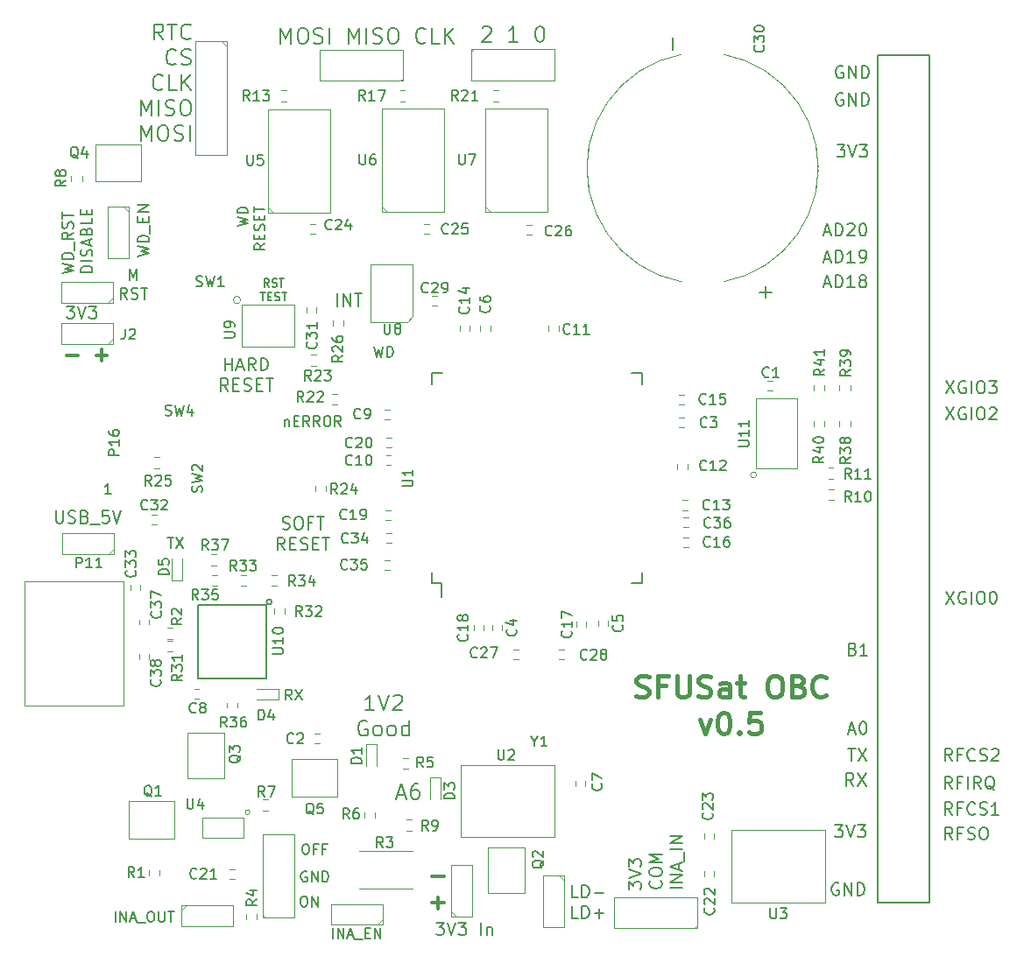
<source format=gbr>
G04 #@! TF.FileFunction,Legend,Top*
%FSLAX46Y46*%
G04 Gerber Fmt 4.6, Leading zero omitted, Abs format (unit mm)*
G04 Created by KiCad (PCBNEW 4.0.4-stable) date Thursday, April 19, 2018 'PMt' 11:46:15 PM*
%MOMM*%
%LPD*%
G01*
G04 APERTURE LIST*
%ADD10C,0.100000*%
%ADD11C,0.150000*%
%ADD12C,0.200000*%
%ADD13C,0.300000*%
%ADD14C,0.400000*%
%ADD15C,0.050000*%
%ADD16C,0.120000*%
G04 APERTURE END LIST*
D10*
D11*
X189157144Y-99942857D02*
X188757144Y-99371429D01*
X188471429Y-99942857D02*
X188471429Y-98742857D01*
X188928572Y-98742857D01*
X189042858Y-98800000D01*
X189100001Y-98857143D01*
X189157144Y-98971429D01*
X189157144Y-99142857D01*
X189100001Y-99257143D01*
X189042858Y-99314286D01*
X188928572Y-99371429D01*
X188471429Y-99371429D01*
X190071429Y-99314286D02*
X189671429Y-99314286D01*
X189671429Y-99942857D02*
X189671429Y-98742857D01*
X190242858Y-98742857D01*
X190642857Y-99885714D02*
X190814286Y-99942857D01*
X191100000Y-99942857D01*
X191214286Y-99885714D01*
X191271429Y-99828571D01*
X191328572Y-99714286D01*
X191328572Y-99600000D01*
X191271429Y-99485714D01*
X191214286Y-99428571D01*
X191100000Y-99371429D01*
X190871429Y-99314286D01*
X190757143Y-99257143D01*
X190700000Y-99200000D01*
X190642857Y-99085714D01*
X190642857Y-98971429D01*
X190700000Y-98857143D01*
X190757143Y-98800000D01*
X190871429Y-98742857D01*
X191157143Y-98742857D01*
X191328572Y-98800000D01*
X192071429Y-98742857D02*
X192300000Y-98742857D01*
X192414286Y-98800000D01*
X192528572Y-98914286D01*
X192585714Y-99142857D01*
X192585714Y-99542857D01*
X192528572Y-99771429D01*
X192414286Y-99885714D01*
X192300000Y-99942857D01*
X192071429Y-99942857D01*
X191957143Y-99885714D01*
X191842857Y-99771429D01*
X191785714Y-99542857D01*
X191785714Y-99142857D01*
X191842857Y-98914286D01*
X191957143Y-98800000D01*
X192071429Y-98742857D01*
X189114287Y-97542857D02*
X188714287Y-96971429D01*
X188428572Y-97542857D02*
X188428572Y-96342857D01*
X188885715Y-96342857D01*
X189000001Y-96400000D01*
X189057144Y-96457143D01*
X189114287Y-96571429D01*
X189114287Y-96742857D01*
X189057144Y-96857143D01*
X189000001Y-96914286D01*
X188885715Y-96971429D01*
X188428572Y-96971429D01*
X190028572Y-96914286D02*
X189628572Y-96914286D01*
X189628572Y-97542857D02*
X189628572Y-96342857D01*
X190200001Y-96342857D01*
X191342858Y-97428571D02*
X191285715Y-97485714D01*
X191114286Y-97542857D01*
X191000000Y-97542857D01*
X190828572Y-97485714D01*
X190714286Y-97371429D01*
X190657143Y-97257143D01*
X190600000Y-97028571D01*
X190600000Y-96857143D01*
X190657143Y-96628571D01*
X190714286Y-96514286D01*
X190828572Y-96400000D01*
X191000000Y-96342857D01*
X191114286Y-96342857D01*
X191285715Y-96400000D01*
X191342858Y-96457143D01*
X191800000Y-97485714D02*
X191971429Y-97542857D01*
X192257143Y-97542857D01*
X192371429Y-97485714D01*
X192428572Y-97428571D01*
X192485715Y-97314286D01*
X192485715Y-97200000D01*
X192428572Y-97085714D01*
X192371429Y-97028571D01*
X192257143Y-96971429D01*
X192028572Y-96914286D01*
X191914286Y-96857143D01*
X191857143Y-96800000D01*
X191800000Y-96685714D01*
X191800000Y-96571429D01*
X191857143Y-96457143D01*
X191914286Y-96400000D01*
X192028572Y-96342857D01*
X192314286Y-96342857D01*
X192485715Y-96400000D01*
X193628572Y-97542857D02*
X192942857Y-97542857D01*
X193285715Y-97542857D02*
X193285715Y-96342857D01*
X193171429Y-96514286D01*
X193057143Y-96628571D01*
X192942857Y-96685714D01*
X189092858Y-95042857D02*
X188692858Y-94471429D01*
X188407143Y-95042857D02*
X188407143Y-93842857D01*
X188864286Y-93842857D01*
X188978572Y-93900000D01*
X189035715Y-93957143D01*
X189092858Y-94071429D01*
X189092858Y-94242857D01*
X189035715Y-94357143D01*
X188978572Y-94414286D01*
X188864286Y-94471429D01*
X188407143Y-94471429D01*
X190007143Y-94414286D02*
X189607143Y-94414286D01*
X189607143Y-95042857D02*
X189607143Y-93842857D01*
X190178572Y-93842857D01*
X190635714Y-95042857D02*
X190635714Y-93842857D01*
X191892858Y-95042857D02*
X191492858Y-94471429D01*
X191207143Y-95042857D02*
X191207143Y-93842857D01*
X191664286Y-93842857D01*
X191778572Y-93900000D01*
X191835715Y-93957143D01*
X191892858Y-94071429D01*
X191892858Y-94242857D01*
X191835715Y-94357143D01*
X191778572Y-94414286D01*
X191664286Y-94471429D01*
X191207143Y-94471429D01*
X193207143Y-95157143D02*
X193092858Y-95100000D01*
X192978572Y-94985714D01*
X192807143Y-94814286D01*
X192692858Y-94757143D01*
X192578572Y-94757143D01*
X192635715Y-95042857D02*
X192521429Y-94985714D01*
X192407143Y-94871429D01*
X192350000Y-94642857D01*
X192350000Y-94242857D01*
X192407143Y-94014286D01*
X192521429Y-93900000D01*
X192635715Y-93842857D01*
X192864286Y-93842857D01*
X192978572Y-93900000D01*
X193092858Y-94014286D01*
X193150000Y-94242857D01*
X193150000Y-94642857D01*
X193092858Y-94871429D01*
X192978572Y-94985714D01*
X192864286Y-95042857D01*
X192635715Y-95042857D01*
X189114287Y-92342857D02*
X188714287Y-91771429D01*
X188428572Y-92342857D02*
X188428572Y-91142857D01*
X188885715Y-91142857D01*
X189000001Y-91200000D01*
X189057144Y-91257143D01*
X189114287Y-91371429D01*
X189114287Y-91542857D01*
X189057144Y-91657143D01*
X189000001Y-91714286D01*
X188885715Y-91771429D01*
X188428572Y-91771429D01*
X190028572Y-91714286D02*
X189628572Y-91714286D01*
X189628572Y-92342857D02*
X189628572Y-91142857D01*
X190200001Y-91142857D01*
X191342858Y-92228571D02*
X191285715Y-92285714D01*
X191114286Y-92342857D01*
X191000000Y-92342857D01*
X190828572Y-92285714D01*
X190714286Y-92171429D01*
X190657143Y-92057143D01*
X190600000Y-91828571D01*
X190600000Y-91657143D01*
X190657143Y-91428571D01*
X190714286Y-91314286D01*
X190828572Y-91200000D01*
X191000000Y-91142857D01*
X191114286Y-91142857D01*
X191285715Y-91200000D01*
X191342858Y-91257143D01*
X191800000Y-92285714D02*
X191971429Y-92342857D01*
X192257143Y-92342857D01*
X192371429Y-92285714D01*
X192428572Y-92228571D01*
X192485715Y-92114286D01*
X192485715Y-92000000D01*
X192428572Y-91885714D01*
X192371429Y-91828571D01*
X192257143Y-91771429D01*
X192028572Y-91714286D01*
X191914286Y-91657143D01*
X191857143Y-91600000D01*
X191800000Y-91485714D01*
X191800000Y-91371429D01*
X191857143Y-91257143D01*
X191914286Y-91200000D01*
X192028572Y-91142857D01*
X192314286Y-91142857D01*
X192485715Y-91200000D01*
X192942857Y-91257143D02*
X193000000Y-91200000D01*
X193114286Y-91142857D01*
X193400000Y-91142857D01*
X193514286Y-91200000D01*
X193571429Y-91257143D01*
X193628572Y-91371429D01*
X193628572Y-91485714D01*
X193571429Y-91657143D01*
X192885715Y-92342857D01*
X193628572Y-92342857D01*
X188514286Y-75942857D02*
X189314286Y-77142857D01*
X189314286Y-75942857D02*
X188514286Y-77142857D01*
X190400000Y-76000000D02*
X190285714Y-75942857D01*
X190114285Y-75942857D01*
X189942857Y-76000000D01*
X189828571Y-76114286D01*
X189771428Y-76228571D01*
X189714285Y-76457143D01*
X189714285Y-76628571D01*
X189771428Y-76857143D01*
X189828571Y-76971429D01*
X189942857Y-77085714D01*
X190114285Y-77142857D01*
X190228571Y-77142857D01*
X190400000Y-77085714D01*
X190457143Y-77028571D01*
X190457143Y-76628571D01*
X190228571Y-76628571D01*
X190971428Y-77142857D02*
X190971428Y-75942857D01*
X191771429Y-75942857D02*
X192000000Y-75942857D01*
X192114286Y-76000000D01*
X192228572Y-76114286D01*
X192285714Y-76342857D01*
X192285714Y-76742857D01*
X192228572Y-76971429D01*
X192114286Y-77085714D01*
X192000000Y-77142857D01*
X191771429Y-77142857D01*
X191657143Y-77085714D01*
X191542857Y-76971429D01*
X191485714Y-76742857D01*
X191485714Y-76342857D01*
X191542857Y-76114286D01*
X191657143Y-76000000D01*
X191771429Y-75942857D01*
X193028572Y-75942857D02*
X193142857Y-75942857D01*
X193257143Y-76000000D01*
X193314286Y-76057143D01*
X193371429Y-76171429D01*
X193428572Y-76400000D01*
X193428572Y-76685714D01*
X193371429Y-76914286D01*
X193314286Y-77028571D01*
X193257143Y-77085714D01*
X193142857Y-77142857D01*
X193028572Y-77142857D01*
X192914286Y-77085714D01*
X192857143Y-77028571D01*
X192800000Y-76914286D01*
X192742857Y-76685714D01*
X192742857Y-76400000D01*
X192800000Y-76171429D01*
X192857143Y-76057143D01*
X192914286Y-76000000D01*
X193028572Y-75942857D01*
X188514286Y-58142857D02*
X189314286Y-59342857D01*
X189314286Y-58142857D02*
X188514286Y-59342857D01*
X190400000Y-58200000D02*
X190285714Y-58142857D01*
X190114285Y-58142857D01*
X189942857Y-58200000D01*
X189828571Y-58314286D01*
X189771428Y-58428571D01*
X189714285Y-58657143D01*
X189714285Y-58828571D01*
X189771428Y-59057143D01*
X189828571Y-59171429D01*
X189942857Y-59285714D01*
X190114285Y-59342857D01*
X190228571Y-59342857D01*
X190400000Y-59285714D01*
X190457143Y-59228571D01*
X190457143Y-58828571D01*
X190228571Y-58828571D01*
X190971428Y-59342857D02*
X190971428Y-58142857D01*
X191771429Y-58142857D02*
X192000000Y-58142857D01*
X192114286Y-58200000D01*
X192228572Y-58314286D01*
X192285714Y-58542857D01*
X192285714Y-58942857D01*
X192228572Y-59171429D01*
X192114286Y-59285714D01*
X192000000Y-59342857D01*
X191771429Y-59342857D01*
X191657143Y-59285714D01*
X191542857Y-59171429D01*
X191485714Y-58942857D01*
X191485714Y-58542857D01*
X191542857Y-58314286D01*
X191657143Y-58200000D01*
X191771429Y-58142857D01*
X192742857Y-58257143D02*
X192800000Y-58200000D01*
X192914286Y-58142857D01*
X193200000Y-58142857D01*
X193314286Y-58200000D01*
X193371429Y-58257143D01*
X193428572Y-58371429D01*
X193428572Y-58485714D01*
X193371429Y-58657143D01*
X192685715Y-59342857D01*
X193428572Y-59342857D01*
X188514286Y-55592857D02*
X189314286Y-56792857D01*
X189314286Y-55592857D02*
X188514286Y-56792857D01*
X190400000Y-55650000D02*
X190285714Y-55592857D01*
X190114285Y-55592857D01*
X189942857Y-55650000D01*
X189828571Y-55764286D01*
X189771428Y-55878571D01*
X189714285Y-56107143D01*
X189714285Y-56278571D01*
X189771428Y-56507143D01*
X189828571Y-56621429D01*
X189942857Y-56735714D01*
X190114285Y-56792857D01*
X190228571Y-56792857D01*
X190400000Y-56735714D01*
X190457143Y-56678571D01*
X190457143Y-56278571D01*
X190228571Y-56278571D01*
X190971428Y-56792857D02*
X190971428Y-55592857D01*
X191771429Y-55592857D02*
X192000000Y-55592857D01*
X192114286Y-55650000D01*
X192228572Y-55764286D01*
X192285714Y-55992857D01*
X192285714Y-56392857D01*
X192228572Y-56621429D01*
X192114286Y-56735714D01*
X192000000Y-56792857D01*
X191771429Y-56792857D01*
X191657143Y-56735714D01*
X191542857Y-56621429D01*
X191485714Y-56392857D01*
X191485714Y-55992857D01*
X191542857Y-55764286D01*
X191657143Y-55650000D01*
X191771429Y-55592857D01*
X192685715Y-55592857D02*
X193428572Y-55592857D01*
X193028572Y-56050000D01*
X193200000Y-56050000D01*
X193314286Y-56107143D01*
X193371429Y-56164286D01*
X193428572Y-56278571D01*
X193428572Y-56564286D01*
X193371429Y-56678571D01*
X193314286Y-56735714D01*
X193200000Y-56792857D01*
X192857143Y-56792857D01*
X192742857Y-56735714D01*
X192685715Y-56678571D01*
X176771429Y-46200000D02*
X177342858Y-46200000D01*
X176657144Y-46542857D02*
X177057144Y-45342857D01*
X177457144Y-46542857D01*
X177857143Y-46542857D02*
X177857143Y-45342857D01*
X178142858Y-45342857D01*
X178314286Y-45400000D01*
X178428572Y-45514286D01*
X178485715Y-45628571D01*
X178542858Y-45857143D01*
X178542858Y-46028571D01*
X178485715Y-46257143D01*
X178428572Y-46371429D01*
X178314286Y-46485714D01*
X178142858Y-46542857D01*
X177857143Y-46542857D01*
X179685715Y-46542857D02*
X179000000Y-46542857D01*
X179342858Y-46542857D02*
X179342858Y-45342857D01*
X179228572Y-45514286D01*
X179114286Y-45628571D01*
X179000000Y-45685714D01*
X180371429Y-45857143D02*
X180257143Y-45800000D01*
X180200000Y-45742857D01*
X180142857Y-45628571D01*
X180142857Y-45571429D01*
X180200000Y-45457143D01*
X180257143Y-45400000D01*
X180371429Y-45342857D01*
X180600000Y-45342857D01*
X180714286Y-45400000D01*
X180771429Y-45457143D01*
X180828572Y-45571429D01*
X180828572Y-45628571D01*
X180771429Y-45742857D01*
X180714286Y-45800000D01*
X180600000Y-45857143D01*
X180371429Y-45857143D01*
X180257143Y-45914286D01*
X180200000Y-45971429D01*
X180142857Y-46085714D01*
X180142857Y-46314286D01*
X180200000Y-46428571D01*
X180257143Y-46485714D01*
X180371429Y-46542857D01*
X180600000Y-46542857D01*
X180714286Y-46485714D01*
X180771429Y-46428571D01*
X180828572Y-46314286D01*
X180828572Y-46085714D01*
X180771429Y-45971429D01*
X180714286Y-45914286D01*
X180600000Y-45857143D01*
X176771429Y-43800000D02*
X177342858Y-43800000D01*
X176657144Y-44142857D02*
X177057144Y-42942857D01*
X177457144Y-44142857D01*
X177857143Y-44142857D02*
X177857143Y-42942857D01*
X178142858Y-42942857D01*
X178314286Y-43000000D01*
X178428572Y-43114286D01*
X178485715Y-43228571D01*
X178542858Y-43457143D01*
X178542858Y-43628571D01*
X178485715Y-43857143D01*
X178428572Y-43971429D01*
X178314286Y-44085714D01*
X178142858Y-44142857D01*
X177857143Y-44142857D01*
X179685715Y-44142857D02*
X179000000Y-44142857D01*
X179342858Y-44142857D02*
X179342858Y-42942857D01*
X179228572Y-43114286D01*
X179114286Y-43228571D01*
X179000000Y-43285714D01*
X180257143Y-44142857D02*
X180485715Y-44142857D01*
X180600000Y-44085714D01*
X180657143Y-44028571D01*
X180771429Y-43857143D01*
X180828572Y-43628571D01*
X180828572Y-43171429D01*
X180771429Y-43057143D01*
X180714286Y-43000000D01*
X180600000Y-42942857D01*
X180371429Y-42942857D01*
X180257143Y-43000000D01*
X180200000Y-43057143D01*
X180142857Y-43171429D01*
X180142857Y-43457143D01*
X180200000Y-43571429D01*
X180257143Y-43628571D01*
X180371429Y-43685714D01*
X180600000Y-43685714D01*
X180714286Y-43628571D01*
X180771429Y-43571429D01*
X180828572Y-43457143D01*
X176771429Y-41200000D02*
X177342858Y-41200000D01*
X176657144Y-41542857D02*
X177057144Y-40342857D01*
X177457144Y-41542857D01*
X177857143Y-41542857D02*
X177857143Y-40342857D01*
X178142858Y-40342857D01*
X178314286Y-40400000D01*
X178428572Y-40514286D01*
X178485715Y-40628571D01*
X178542858Y-40857143D01*
X178542858Y-41028571D01*
X178485715Y-41257143D01*
X178428572Y-41371429D01*
X178314286Y-41485714D01*
X178142858Y-41542857D01*
X177857143Y-41542857D01*
X179000000Y-40457143D02*
X179057143Y-40400000D01*
X179171429Y-40342857D01*
X179457143Y-40342857D01*
X179571429Y-40400000D01*
X179628572Y-40457143D01*
X179685715Y-40571429D01*
X179685715Y-40685714D01*
X179628572Y-40857143D01*
X178942858Y-41542857D01*
X179685715Y-41542857D01*
X180428572Y-40342857D02*
X180542857Y-40342857D01*
X180657143Y-40400000D01*
X180714286Y-40457143D01*
X180771429Y-40571429D01*
X180828572Y-40800000D01*
X180828572Y-41085714D01*
X180771429Y-41314286D01*
X180714286Y-41428571D01*
X180657143Y-41485714D01*
X180542857Y-41542857D01*
X180428572Y-41542857D01*
X180314286Y-41485714D01*
X180257143Y-41428571D01*
X180200000Y-41314286D01*
X180142857Y-41085714D01*
X180142857Y-40800000D01*
X180200000Y-40571429D01*
X180257143Y-40457143D01*
X180314286Y-40400000D01*
X180428572Y-40342857D01*
X177994287Y-32742857D02*
X178737144Y-32742857D01*
X178337144Y-33200000D01*
X178508572Y-33200000D01*
X178622858Y-33257143D01*
X178680001Y-33314286D01*
X178737144Y-33428571D01*
X178737144Y-33714286D01*
X178680001Y-33828571D01*
X178622858Y-33885714D01*
X178508572Y-33942857D01*
X178165715Y-33942857D01*
X178051429Y-33885714D01*
X177994287Y-33828571D01*
X179080001Y-32742857D02*
X179480001Y-33942857D01*
X179880001Y-32742857D01*
X180165715Y-32742857D02*
X180908572Y-32742857D01*
X180508572Y-33200000D01*
X180680000Y-33200000D01*
X180794286Y-33257143D01*
X180851429Y-33314286D01*
X180908572Y-33428571D01*
X180908572Y-33714286D01*
X180851429Y-33828571D01*
X180794286Y-33885714D01*
X180680000Y-33942857D01*
X180337143Y-33942857D01*
X180222857Y-33885714D01*
X180165715Y-33828571D01*
X179514286Y-81514286D02*
X179685715Y-81571429D01*
X179742858Y-81628571D01*
X179800001Y-81742857D01*
X179800001Y-81914286D01*
X179742858Y-82028571D01*
X179685715Y-82085714D01*
X179571429Y-82142857D01*
X179114286Y-82142857D01*
X179114286Y-80942857D01*
X179514286Y-80942857D01*
X179628572Y-81000000D01*
X179685715Y-81057143D01*
X179742858Y-81171429D01*
X179742858Y-81285714D01*
X179685715Y-81400000D01*
X179628572Y-81457143D01*
X179514286Y-81514286D01*
X179114286Y-81514286D01*
X180942858Y-82142857D02*
X180257143Y-82142857D01*
X180600001Y-82142857D02*
X180600001Y-80942857D01*
X180485715Y-81114286D01*
X180371429Y-81228571D01*
X180257143Y-81285714D01*
X179142857Y-89400000D02*
X179714286Y-89400000D01*
X179028572Y-89742857D02*
X179428572Y-88542857D01*
X179828572Y-89742857D01*
X180457143Y-88542857D02*
X180571428Y-88542857D01*
X180685714Y-88600000D01*
X180742857Y-88657143D01*
X180800000Y-88771429D01*
X180857143Y-89000000D01*
X180857143Y-89285714D01*
X180800000Y-89514286D01*
X180742857Y-89628571D01*
X180685714Y-89685714D01*
X180571428Y-89742857D01*
X180457143Y-89742857D01*
X180342857Y-89685714D01*
X180285714Y-89628571D01*
X180228571Y-89514286D01*
X180171428Y-89285714D01*
X180171428Y-89000000D01*
X180228571Y-88771429D01*
X180285714Y-88657143D01*
X180342857Y-88600000D01*
X180457143Y-88542857D01*
X179085715Y-91142857D02*
X179771429Y-91142857D01*
X179428572Y-92342857D02*
X179428572Y-91142857D01*
X180057144Y-91142857D02*
X180857144Y-92342857D01*
X180857144Y-91142857D02*
X180057144Y-92342857D01*
X179600001Y-94742857D02*
X179200001Y-94171429D01*
X178914286Y-94742857D02*
X178914286Y-93542857D01*
X179371429Y-93542857D01*
X179485715Y-93600000D01*
X179542858Y-93657143D01*
X179600001Y-93771429D01*
X179600001Y-93942857D01*
X179542858Y-94057143D01*
X179485715Y-94114286D01*
X179371429Y-94171429D01*
X178914286Y-94171429D01*
X180000001Y-93542857D02*
X180800001Y-94742857D01*
X180800001Y-93542857D02*
X180000001Y-94742857D01*
X109603334Y-45867619D02*
X109603334Y-44767619D01*
X109970000Y-45553333D01*
X110336667Y-44767619D01*
X110336667Y-45867619D01*
X109367619Y-47667619D02*
X109000953Y-47143810D01*
X108739048Y-47667619D02*
X108739048Y-46567619D01*
X109158095Y-46567619D01*
X109262857Y-46620000D01*
X109315238Y-46672381D01*
X109367619Y-46777143D01*
X109367619Y-46934286D01*
X109315238Y-47039048D01*
X109262857Y-47091429D01*
X109158095Y-47143810D01*
X108739048Y-47143810D01*
X109786667Y-47615238D02*
X109943810Y-47667619D01*
X110205714Y-47667619D01*
X110310476Y-47615238D01*
X110362857Y-47562857D01*
X110415238Y-47458095D01*
X110415238Y-47353333D01*
X110362857Y-47248571D01*
X110310476Y-47196190D01*
X110205714Y-47143810D01*
X109996191Y-47091429D01*
X109891429Y-47039048D01*
X109839048Y-46986667D01*
X109786667Y-46881905D01*
X109786667Y-46777143D01*
X109839048Y-46672381D01*
X109891429Y-46620000D01*
X109996191Y-46567619D01*
X110258095Y-46567619D01*
X110415238Y-46620000D01*
X110729524Y-46567619D02*
X111358095Y-46567619D01*
X111043810Y-47667619D02*
X111043810Y-46567619D01*
D12*
X103514287Y-48342857D02*
X104257144Y-48342857D01*
X103857144Y-48800000D01*
X104028572Y-48800000D01*
X104142858Y-48857143D01*
X104200001Y-48914286D01*
X104257144Y-49028571D01*
X104257144Y-49314286D01*
X104200001Y-49428571D01*
X104142858Y-49485714D01*
X104028572Y-49542857D01*
X103685715Y-49542857D01*
X103571429Y-49485714D01*
X103514287Y-49428571D01*
X104600001Y-48342857D02*
X105000001Y-49542857D01*
X105400001Y-48342857D01*
X105685715Y-48342857D02*
X106428572Y-48342857D01*
X106028572Y-48800000D01*
X106200000Y-48800000D01*
X106314286Y-48857143D01*
X106371429Y-48914286D01*
X106428572Y-49028571D01*
X106428572Y-49314286D01*
X106371429Y-49428571D01*
X106314286Y-49485714D01*
X106200000Y-49542857D01*
X105857143Y-49542857D01*
X105742857Y-49485714D01*
X105685715Y-49428571D01*
D13*
X103566667Y-53100000D02*
X104633334Y-53100000D01*
X106366667Y-53100000D02*
X107433334Y-53100000D01*
X106900001Y-53633333D02*
X106900001Y-52566667D01*
D12*
X139238572Y-107972857D02*
X139981429Y-107972857D01*
X139581429Y-108430000D01*
X139752857Y-108430000D01*
X139867143Y-108487143D01*
X139924286Y-108544286D01*
X139981429Y-108658571D01*
X139981429Y-108944286D01*
X139924286Y-109058571D01*
X139867143Y-109115714D01*
X139752857Y-109172857D01*
X139410000Y-109172857D01*
X139295714Y-109115714D01*
X139238572Y-109058571D01*
X140324286Y-107972857D02*
X140724286Y-109172857D01*
X141124286Y-107972857D01*
X141410000Y-107972857D02*
X142152857Y-107972857D01*
X141752857Y-108430000D01*
X141924285Y-108430000D01*
X142038571Y-108487143D01*
X142095714Y-108544286D01*
X142152857Y-108658571D01*
X142152857Y-108944286D01*
X142095714Y-109058571D01*
X142038571Y-109115714D01*
X141924285Y-109172857D01*
X141581428Y-109172857D01*
X141467142Y-109115714D01*
X141410000Y-109058571D01*
X143581428Y-109172857D02*
X143581428Y-107972857D01*
X144152857Y-108372857D02*
X144152857Y-109172857D01*
X144152857Y-108487143D02*
X144210000Y-108430000D01*
X144324286Y-108372857D01*
X144495714Y-108372857D01*
X144610000Y-108430000D01*
X144667143Y-108544286D01*
X144667143Y-109172857D01*
D11*
X178565715Y-27810000D02*
X178451429Y-27752857D01*
X178280000Y-27752857D01*
X178108572Y-27810000D01*
X177994286Y-27924286D01*
X177937143Y-28038571D01*
X177880000Y-28267143D01*
X177880000Y-28438571D01*
X177937143Y-28667143D01*
X177994286Y-28781429D01*
X178108572Y-28895714D01*
X178280000Y-28952857D01*
X178394286Y-28952857D01*
X178565715Y-28895714D01*
X178622858Y-28838571D01*
X178622858Y-28438571D01*
X178394286Y-28438571D01*
X179137143Y-28952857D02*
X179137143Y-27752857D01*
X179822858Y-28952857D01*
X179822858Y-27752857D01*
X180394286Y-28952857D02*
X180394286Y-27752857D01*
X180680001Y-27752857D01*
X180851429Y-27810000D01*
X180965715Y-27924286D01*
X181022858Y-28038571D01*
X181080001Y-28267143D01*
X181080001Y-28438571D01*
X181022858Y-28667143D01*
X180965715Y-28781429D01*
X180851429Y-28895714D01*
X180680001Y-28952857D01*
X180394286Y-28952857D01*
X177814287Y-98522857D02*
X178557144Y-98522857D01*
X178157144Y-98980000D01*
X178328572Y-98980000D01*
X178442858Y-99037143D01*
X178500001Y-99094286D01*
X178557144Y-99208571D01*
X178557144Y-99494286D01*
X178500001Y-99608571D01*
X178442858Y-99665714D01*
X178328572Y-99722857D01*
X177985715Y-99722857D01*
X177871429Y-99665714D01*
X177814287Y-99608571D01*
X178900001Y-98522857D02*
X179300001Y-99722857D01*
X179700001Y-98522857D01*
X179985715Y-98522857D02*
X180728572Y-98522857D01*
X180328572Y-98980000D01*
X180500000Y-98980000D01*
X180614286Y-99037143D01*
X180671429Y-99094286D01*
X180728572Y-99208571D01*
X180728572Y-99494286D01*
X180671429Y-99608571D01*
X180614286Y-99665714D01*
X180500000Y-99722857D01*
X180157143Y-99722857D01*
X180042857Y-99665714D01*
X179985715Y-99608571D01*
X178557143Y-25160000D02*
X178442857Y-25102857D01*
X178271428Y-25102857D01*
X178100000Y-25160000D01*
X177985714Y-25274286D01*
X177928571Y-25388571D01*
X177871428Y-25617143D01*
X177871428Y-25788571D01*
X177928571Y-26017143D01*
X177985714Y-26131429D01*
X178100000Y-26245714D01*
X178271428Y-26302857D01*
X178385714Y-26302857D01*
X178557143Y-26245714D01*
X178614286Y-26188571D01*
X178614286Y-25788571D01*
X178385714Y-25788571D01*
X179128571Y-26302857D02*
X179128571Y-25102857D01*
X179814286Y-26302857D01*
X179814286Y-25102857D01*
X180385714Y-26302857D02*
X180385714Y-25102857D01*
X180671429Y-25102857D01*
X180842857Y-25160000D01*
X180957143Y-25274286D01*
X181014286Y-25388571D01*
X181071429Y-25617143D01*
X181071429Y-25788571D01*
X181014286Y-26017143D01*
X180957143Y-26131429D01*
X180842857Y-26245714D01*
X180671429Y-26302857D01*
X180385714Y-26302857D01*
X178145715Y-104190000D02*
X178031429Y-104132857D01*
X177860000Y-104132857D01*
X177688572Y-104190000D01*
X177574286Y-104304286D01*
X177517143Y-104418571D01*
X177460000Y-104647143D01*
X177460000Y-104818571D01*
X177517143Y-105047143D01*
X177574286Y-105161429D01*
X177688572Y-105275714D01*
X177860000Y-105332857D01*
X177974286Y-105332857D01*
X178145715Y-105275714D01*
X178202858Y-105218571D01*
X178202858Y-104818571D01*
X177974286Y-104818571D01*
X178717143Y-105332857D02*
X178717143Y-104132857D01*
X179402858Y-105332857D01*
X179402858Y-104132857D01*
X179974286Y-105332857D02*
X179974286Y-104132857D01*
X180260001Y-104132857D01*
X180431429Y-104190000D01*
X180545715Y-104304286D01*
X180602858Y-104418571D01*
X180660001Y-104647143D01*
X180660001Y-104818571D01*
X180602858Y-105047143D01*
X180545715Y-105161429D01*
X180431429Y-105275714D01*
X180260001Y-105332857D01*
X179974286Y-105332857D01*
X125293334Y-86432381D02*
X124960000Y-85956190D01*
X124721905Y-86432381D02*
X124721905Y-85432381D01*
X125102858Y-85432381D01*
X125198096Y-85480000D01*
X125245715Y-85527619D01*
X125293334Y-85622857D01*
X125293334Y-85765714D01*
X125245715Y-85860952D01*
X125198096Y-85908571D01*
X125102858Y-85956190D01*
X124721905Y-85956190D01*
X125626667Y-85432381D02*
X126293334Y-86432381D01*
X126293334Y-85432381D02*
X125626667Y-86432381D01*
D12*
X135518572Y-95600000D02*
X136232858Y-95600000D01*
X135375715Y-96028571D02*
X135875715Y-94528571D01*
X136375715Y-96028571D01*
X137518572Y-94528571D02*
X137232858Y-94528571D01*
X137090001Y-94600000D01*
X137018572Y-94671429D01*
X136875715Y-94885714D01*
X136804286Y-95171429D01*
X136804286Y-95742857D01*
X136875715Y-95885714D01*
X136947143Y-95957143D01*
X137090001Y-96028571D01*
X137375715Y-96028571D01*
X137518572Y-95957143D01*
X137590001Y-95885714D01*
X137661429Y-95742857D01*
X137661429Y-95385714D01*
X137590001Y-95242857D01*
X137518572Y-95171429D01*
X137375715Y-95100000D01*
X137090001Y-95100000D01*
X136947143Y-95171429D01*
X136875715Y-95242857D01*
X136804286Y-95385714D01*
X129714285Y-48342857D02*
X129714285Y-47142857D01*
X130285714Y-48342857D02*
X130285714Y-47142857D01*
X130971429Y-48342857D01*
X130971429Y-47142857D01*
X131371429Y-47142857D02*
X132057143Y-47142857D01*
X131714286Y-48342857D02*
X131714286Y-47142857D01*
D11*
X124619524Y-59315714D02*
X124619524Y-59982381D01*
X124619524Y-59410952D02*
X124667143Y-59363333D01*
X124762381Y-59315714D01*
X124905239Y-59315714D01*
X125000477Y-59363333D01*
X125048096Y-59458571D01*
X125048096Y-59982381D01*
X125524286Y-59458571D02*
X125857620Y-59458571D01*
X126000477Y-59982381D02*
X125524286Y-59982381D01*
X125524286Y-58982381D01*
X126000477Y-58982381D01*
X127000477Y-59982381D02*
X126667143Y-59506190D01*
X126429048Y-59982381D02*
X126429048Y-58982381D01*
X126810001Y-58982381D01*
X126905239Y-59030000D01*
X126952858Y-59077619D01*
X127000477Y-59172857D01*
X127000477Y-59315714D01*
X126952858Y-59410952D01*
X126905239Y-59458571D01*
X126810001Y-59506190D01*
X126429048Y-59506190D01*
X128000477Y-59982381D02*
X127667143Y-59506190D01*
X127429048Y-59982381D02*
X127429048Y-58982381D01*
X127810001Y-58982381D01*
X127905239Y-59030000D01*
X127952858Y-59077619D01*
X128000477Y-59172857D01*
X128000477Y-59315714D01*
X127952858Y-59410952D01*
X127905239Y-59458571D01*
X127810001Y-59506190D01*
X127429048Y-59506190D01*
X128619524Y-58982381D02*
X128810001Y-58982381D01*
X128905239Y-59030000D01*
X129000477Y-59125238D01*
X129048096Y-59315714D01*
X129048096Y-59649048D01*
X129000477Y-59839524D01*
X128905239Y-59934762D01*
X128810001Y-59982381D01*
X128619524Y-59982381D01*
X128524286Y-59934762D01*
X128429048Y-59839524D01*
X128381429Y-59649048D01*
X128381429Y-59315714D01*
X128429048Y-59125238D01*
X128524286Y-59030000D01*
X128619524Y-58982381D01*
X130048096Y-59982381D02*
X129714762Y-59506190D01*
X129476667Y-59982381D02*
X129476667Y-58982381D01*
X129857620Y-58982381D01*
X129952858Y-59030000D01*
X130000477Y-59077619D01*
X130048096Y-59172857D01*
X130048096Y-59315714D01*
X130000477Y-59410952D01*
X129952858Y-59458571D01*
X129857620Y-59506190D01*
X129476667Y-59506190D01*
D12*
X133271429Y-52252381D02*
X133509524Y-53252381D01*
X133700001Y-52538095D01*
X133890477Y-53252381D01*
X134128572Y-52252381D01*
X134509524Y-53252381D02*
X134509524Y-52252381D01*
X134747619Y-52252381D01*
X134890477Y-52300000D01*
X134985715Y-52395238D01*
X135033334Y-52490476D01*
X135080953Y-52680952D01*
X135080953Y-52823810D01*
X135033334Y-53014286D01*
X134985715Y-53109524D01*
X134890477Y-53204762D01*
X134747619Y-53252381D01*
X134509524Y-53252381D01*
D11*
X123091905Y-46476905D02*
X122825238Y-46095952D01*
X122634762Y-46476905D02*
X122634762Y-45676905D01*
X122939524Y-45676905D01*
X123015715Y-45715000D01*
X123053810Y-45753095D01*
X123091905Y-45829286D01*
X123091905Y-45943571D01*
X123053810Y-46019762D01*
X123015715Y-46057857D01*
X122939524Y-46095952D01*
X122634762Y-46095952D01*
X123396667Y-46438810D02*
X123510953Y-46476905D01*
X123701429Y-46476905D01*
X123777619Y-46438810D01*
X123815715Y-46400714D01*
X123853810Y-46324524D01*
X123853810Y-46248333D01*
X123815715Y-46172143D01*
X123777619Y-46134048D01*
X123701429Y-46095952D01*
X123549048Y-46057857D01*
X123472857Y-46019762D01*
X123434762Y-45981667D01*
X123396667Y-45905476D01*
X123396667Y-45829286D01*
X123434762Y-45753095D01*
X123472857Y-45715000D01*
X123549048Y-45676905D01*
X123739524Y-45676905D01*
X123853810Y-45715000D01*
X124082381Y-45676905D02*
X124539524Y-45676905D01*
X124310953Y-46476905D02*
X124310953Y-45676905D01*
X122253809Y-47026905D02*
X122710952Y-47026905D01*
X122482381Y-47826905D02*
X122482381Y-47026905D01*
X122977619Y-47407857D02*
X123244286Y-47407857D01*
X123358572Y-47826905D02*
X122977619Y-47826905D01*
X122977619Y-47026905D01*
X123358572Y-47026905D01*
X123663334Y-47788810D02*
X123777620Y-47826905D01*
X123968096Y-47826905D01*
X124044286Y-47788810D01*
X124082382Y-47750714D01*
X124120477Y-47674524D01*
X124120477Y-47598333D01*
X124082382Y-47522143D01*
X124044286Y-47484048D01*
X123968096Y-47445952D01*
X123815715Y-47407857D01*
X123739524Y-47369762D01*
X123701429Y-47331667D01*
X123663334Y-47255476D01*
X123663334Y-47179286D01*
X123701429Y-47103095D01*
X123739524Y-47065000D01*
X123815715Y-47026905D01*
X124006191Y-47026905D01*
X124120477Y-47065000D01*
X124349048Y-47026905D02*
X124806191Y-47026905D01*
X124577620Y-47826905D02*
X124577620Y-47026905D01*
X120027381Y-40600000D02*
X121027381Y-40361905D01*
X120313095Y-40171428D01*
X121027381Y-39980952D01*
X120027381Y-39742857D01*
X121027381Y-39361905D02*
X120027381Y-39361905D01*
X120027381Y-39123810D01*
X120075000Y-38980952D01*
X120170238Y-38885714D01*
X120265476Y-38838095D01*
X120455952Y-38790476D01*
X120598810Y-38790476D01*
X120789286Y-38838095D01*
X120884524Y-38885714D01*
X120979762Y-38980952D01*
X121027381Y-39123810D01*
X121027381Y-39361905D01*
X122677381Y-42314286D02*
X122201190Y-42647620D01*
X122677381Y-42885715D02*
X121677381Y-42885715D01*
X121677381Y-42504762D01*
X121725000Y-42409524D01*
X121772619Y-42361905D01*
X121867857Y-42314286D01*
X122010714Y-42314286D01*
X122105952Y-42361905D01*
X122153571Y-42409524D01*
X122201190Y-42504762D01*
X122201190Y-42885715D01*
X122153571Y-41885715D02*
X122153571Y-41552381D01*
X122677381Y-41409524D02*
X122677381Y-41885715D01*
X121677381Y-41885715D01*
X121677381Y-41409524D01*
X122629762Y-41028572D02*
X122677381Y-40885715D01*
X122677381Y-40647619D01*
X122629762Y-40552381D01*
X122582143Y-40504762D01*
X122486905Y-40457143D01*
X122391667Y-40457143D01*
X122296429Y-40504762D01*
X122248810Y-40552381D01*
X122201190Y-40647619D01*
X122153571Y-40838096D01*
X122105952Y-40933334D01*
X122058333Y-40980953D01*
X121963095Y-41028572D01*
X121867857Y-41028572D01*
X121772619Y-40980953D01*
X121725000Y-40933334D01*
X121677381Y-40838096D01*
X121677381Y-40600000D01*
X121725000Y-40457143D01*
X122153571Y-40028572D02*
X122153571Y-39695238D01*
X122677381Y-39552381D02*
X122677381Y-40028572D01*
X121677381Y-40028572D01*
X121677381Y-39552381D01*
X121677381Y-39266667D02*
X121677381Y-38695238D01*
X122677381Y-38980953D02*
X121677381Y-38980953D01*
D12*
X124407143Y-69875714D02*
X124578572Y-69932857D01*
X124864286Y-69932857D01*
X124978572Y-69875714D01*
X125035715Y-69818571D01*
X125092858Y-69704286D01*
X125092858Y-69590000D01*
X125035715Y-69475714D01*
X124978572Y-69418571D01*
X124864286Y-69361429D01*
X124635715Y-69304286D01*
X124521429Y-69247143D01*
X124464286Y-69190000D01*
X124407143Y-69075714D01*
X124407143Y-68961429D01*
X124464286Y-68847143D01*
X124521429Y-68790000D01*
X124635715Y-68732857D01*
X124921429Y-68732857D01*
X125092858Y-68790000D01*
X125835715Y-68732857D02*
X126064286Y-68732857D01*
X126178572Y-68790000D01*
X126292858Y-68904286D01*
X126350000Y-69132857D01*
X126350000Y-69532857D01*
X126292858Y-69761429D01*
X126178572Y-69875714D01*
X126064286Y-69932857D01*
X125835715Y-69932857D01*
X125721429Y-69875714D01*
X125607143Y-69761429D01*
X125550000Y-69532857D01*
X125550000Y-69132857D01*
X125607143Y-68904286D01*
X125721429Y-68790000D01*
X125835715Y-68732857D01*
X127264286Y-69304286D02*
X126864286Y-69304286D01*
X126864286Y-69932857D02*
X126864286Y-68732857D01*
X127435715Y-68732857D01*
X127721429Y-68732857D02*
X128407143Y-68732857D01*
X128064286Y-69932857D02*
X128064286Y-68732857D01*
X124607144Y-71932857D02*
X124207144Y-71361429D01*
X123921429Y-71932857D02*
X123921429Y-70732857D01*
X124378572Y-70732857D01*
X124492858Y-70790000D01*
X124550001Y-70847143D01*
X124607144Y-70961429D01*
X124607144Y-71132857D01*
X124550001Y-71247143D01*
X124492858Y-71304286D01*
X124378572Y-71361429D01*
X123921429Y-71361429D01*
X125121429Y-71304286D02*
X125521429Y-71304286D01*
X125692858Y-71932857D02*
X125121429Y-71932857D01*
X125121429Y-70732857D01*
X125692858Y-70732857D01*
X126150000Y-71875714D02*
X126321429Y-71932857D01*
X126607143Y-71932857D01*
X126721429Y-71875714D01*
X126778572Y-71818571D01*
X126835715Y-71704286D01*
X126835715Y-71590000D01*
X126778572Y-71475714D01*
X126721429Y-71418571D01*
X126607143Y-71361429D01*
X126378572Y-71304286D01*
X126264286Y-71247143D01*
X126207143Y-71190000D01*
X126150000Y-71075714D01*
X126150000Y-70961429D01*
X126207143Y-70847143D01*
X126264286Y-70790000D01*
X126378572Y-70732857D01*
X126664286Y-70732857D01*
X126835715Y-70790000D01*
X127350000Y-71304286D02*
X127750000Y-71304286D01*
X127921429Y-71932857D02*
X127350000Y-71932857D01*
X127350000Y-70732857D01*
X127921429Y-70732857D01*
X128264286Y-70732857D02*
X128950000Y-70732857D01*
X128607143Y-71932857D02*
X128607143Y-70732857D01*
X118822857Y-54562857D02*
X118822857Y-53362857D01*
X118822857Y-53934286D02*
X119508572Y-53934286D01*
X119508572Y-54562857D02*
X119508572Y-53362857D01*
X120022857Y-54220000D02*
X120594286Y-54220000D01*
X119908572Y-54562857D02*
X120308572Y-53362857D01*
X120708572Y-54562857D01*
X121794286Y-54562857D02*
X121394286Y-53991429D01*
X121108571Y-54562857D02*
X121108571Y-53362857D01*
X121565714Y-53362857D01*
X121680000Y-53420000D01*
X121737143Y-53477143D01*
X121794286Y-53591429D01*
X121794286Y-53762857D01*
X121737143Y-53877143D01*
X121680000Y-53934286D01*
X121565714Y-53991429D01*
X121108571Y-53991429D01*
X122308571Y-54562857D02*
X122308571Y-53362857D01*
X122594286Y-53362857D01*
X122765714Y-53420000D01*
X122880000Y-53534286D01*
X122937143Y-53648571D01*
X122994286Y-53877143D01*
X122994286Y-54048571D01*
X122937143Y-54277143D01*
X122880000Y-54391429D01*
X122765714Y-54505714D01*
X122594286Y-54562857D01*
X122308571Y-54562857D01*
X119137144Y-56562857D02*
X118737144Y-55991429D01*
X118451429Y-56562857D02*
X118451429Y-55362857D01*
X118908572Y-55362857D01*
X119022858Y-55420000D01*
X119080001Y-55477143D01*
X119137144Y-55591429D01*
X119137144Y-55762857D01*
X119080001Y-55877143D01*
X119022858Y-55934286D01*
X118908572Y-55991429D01*
X118451429Y-55991429D01*
X119651429Y-55934286D02*
X120051429Y-55934286D01*
X120222858Y-56562857D02*
X119651429Y-56562857D01*
X119651429Y-55362857D01*
X120222858Y-55362857D01*
X120680000Y-56505714D02*
X120851429Y-56562857D01*
X121137143Y-56562857D01*
X121251429Y-56505714D01*
X121308572Y-56448571D01*
X121365715Y-56334286D01*
X121365715Y-56220000D01*
X121308572Y-56105714D01*
X121251429Y-56048571D01*
X121137143Y-55991429D01*
X120908572Y-55934286D01*
X120794286Y-55877143D01*
X120737143Y-55820000D01*
X120680000Y-55705714D01*
X120680000Y-55591429D01*
X120737143Y-55477143D01*
X120794286Y-55420000D01*
X120908572Y-55362857D01*
X121194286Y-55362857D01*
X121365715Y-55420000D01*
X121880000Y-55934286D02*
X122280000Y-55934286D01*
X122451429Y-56562857D02*
X121880000Y-56562857D01*
X121880000Y-55362857D01*
X122451429Y-55362857D01*
X122794286Y-55362857D02*
X123480000Y-55362857D01*
X123137143Y-56562857D02*
X123137143Y-55362857D01*
X133271429Y-87453571D02*
X132414286Y-87453571D01*
X132842858Y-87453571D02*
X132842858Y-85953571D01*
X132700001Y-86167857D01*
X132557143Y-86310714D01*
X132414286Y-86382143D01*
X133700000Y-85953571D02*
X134200000Y-87453571D01*
X134700000Y-85953571D01*
X135128571Y-86096429D02*
X135200000Y-86025000D01*
X135342857Y-85953571D01*
X135700000Y-85953571D01*
X135842857Y-86025000D01*
X135914286Y-86096429D01*
X135985714Y-86239286D01*
X135985714Y-86382143D01*
X135914286Y-86596429D01*
X135057143Y-87453571D01*
X135985714Y-87453571D01*
X132557143Y-88475000D02*
X132414286Y-88403571D01*
X132200000Y-88403571D01*
X131985715Y-88475000D01*
X131842857Y-88617857D01*
X131771429Y-88760714D01*
X131700000Y-89046429D01*
X131700000Y-89260714D01*
X131771429Y-89546429D01*
X131842857Y-89689286D01*
X131985715Y-89832143D01*
X132200000Y-89903571D01*
X132342857Y-89903571D01*
X132557143Y-89832143D01*
X132628572Y-89760714D01*
X132628572Y-89260714D01*
X132342857Y-89260714D01*
X133485715Y-89903571D02*
X133342857Y-89832143D01*
X133271429Y-89760714D01*
X133200000Y-89617857D01*
X133200000Y-89189286D01*
X133271429Y-89046429D01*
X133342857Y-88975000D01*
X133485715Y-88903571D01*
X133700000Y-88903571D01*
X133842857Y-88975000D01*
X133914286Y-89046429D01*
X133985715Y-89189286D01*
X133985715Y-89617857D01*
X133914286Y-89760714D01*
X133842857Y-89832143D01*
X133700000Y-89903571D01*
X133485715Y-89903571D01*
X134842858Y-89903571D02*
X134700000Y-89832143D01*
X134628572Y-89760714D01*
X134557143Y-89617857D01*
X134557143Y-89189286D01*
X134628572Y-89046429D01*
X134700000Y-88975000D01*
X134842858Y-88903571D01*
X135057143Y-88903571D01*
X135200000Y-88975000D01*
X135271429Y-89046429D01*
X135342858Y-89189286D01*
X135342858Y-89617857D01*
X135271429Y-89760714D01*
X135200000Y-89832143D01*
X135057143Y-89903571D01*
X134842858Y-89903571D01*
X136628572Y-89903571D02*
X136628572Y-88403571D01*
X136628572Y-89832143D02*
X136485715Y-89903571D01*
X136200001Y-89903571D01*
X136057143Y-89832143D01*
X135985715Y-89760714D01*
X135914286Y-89617857D01*
X135914286Y-89189286D01*
X135985715Y-89046429D01*
X136057143Y-88975000D01*
X136200001Y-88903571D01*
X136485715Y-88903571D01*
X136628572Y-88975000D01*
D11*
X113298095Y-70722381D02*
X113869524Y-70722381D01*
X113583809Y-71722381D02*
X113583809Y-70722381D01*
X114107619Y-70722381D02*
X114774286Y-71722381D01*
X114774286Y-70722381D02*
X114107619Y-71722381D01*
X108238095Y-107882381D02*
X108238095Y-106882381D01*
X108714285Y-107882381D02*
X108714285Y-106882381D01*
X109285714Y-107882381D01*
X109285714Y-106882381D01*
X109714285Y-107596667D02*
X110190476Y-107596667D01*
X109619047Y-107882381D02*
X109952380Y-106882381D01*
X110285714Y-107882381D01*
X110380952Y-107977619D02*
X111142857Y-107977619D01*
X111571428Y-106882381D02*
X111761905Y-106882381D01*
X111857143Y-106930000D01*
X111952381Y-107025238D01*
X112000000Y-107215714D01*
X112000000Y-107549048D01*
X111952381Y-107739524D01*
X111857143Y-107834762D01*
X111761905Y-107882381D01*
X111571428Y-107882381D01*
X111476190Y-107834762D01*
X111380952Y-107739524D01*
X111333333Y-107549048D01*
X111333333Y-107215714D01*
X111380952Y-107025238D01*
X111476190Y-106930000D01*
X111571428Y-106882381D01*
X112428571Y-106882381D02*
X112428571Y-107691905D01*
X112476190Y-107787143D01*
X112523809Y-107834762D01*
X112619047Y-107882381D01*
X112809524Y-107882381D01*
X112904762Y-107834762D01*
X112952381Y-107787143D01*
X113000000Y-107691905D01*
X113000000Y-106882381D01*
X113333333Y-106882381D02*
X113904762Y-106882381D01*
X113619047Y-107882381D02*
X113619047Y-106882381D01*
X129260476Y-109492381D02*
X129260476Y-108492381D01*
X129736666Y-109492381D02*
X129736666Y-108492381D01*
X130308095Y-109492381D01*
X130308095Y-108492381D01*
X130736666Y-109206667D02*
X131212857Y-109206667D01*
X130641428Y-109492381D02*
X130974761Y-108492381D01*
X131308095Y-109492381D01*
X131403333Y-109587619D02*
X132165238Y-109587619D01*
X132403333Y-108968571D02*
X132736667Y-108968571D01*
X132879524Y-109492381D02*
X132403333Y-109492381D01*
X132403333Y-108492381D01*
X132879524Y-108492381D01*
X133308095Y-109492381D02*
X133308095Y-108492381D01*
X133879524Y-109492381D01*
X133879524Y-108492381D01*
X126380952Y-105422381D02*
X126571429Y-105422381D01*
X126666667Y-105470000D01*
X126761905Y-105565238D01*
X126809524Y-105755714D01*
X126809524Y-106089048D01*
X126761905Y-106279524D01*
X126666667Y-106374762D01*
X126571429Y-106422381D01*
X126380952Y-106422381D01*
X126285714Y-106374762D01*
X126190476Y-106279524D01*
X126142857Y-106089048D01*
X126142857Y-105755714D01*
X126190476Y-105565238D01*
X126285714Y-105470000D01*
X126380952Y-105422381D01*
X127238095Y-106422381D02*
X127238095Y-105422381D01*
X127809524Y-106422381D01*
X127809524Y-105422381D01*
X126738096Y-103060000D02*
X126642858Y-103012381D01*
X126500001Y-103012381D01*
X126357143Y-103060000D01*
X126261905Y-103155238D01*
X126214286Y-103250476D01*
X126166667Y-103440952D01*
X126166667Y-103583810D01*
X126214286Y-103774286D01*
X126261905Y-103869524D01*
X126357143Y-103964762D01*
X126500001Y-104012381D01*
X126595239Y-104012381D01*
X126738096Y-103964762D01*
X126785715Y-103917143D01*
X126785715Y-103583810D01*
X126595239Y-103583810D01*
X127214286Y-104012381D02*
X127214286Y-103012381D01*
X127785715Y-104012381D01*
X127785715Y-103012381D01*
X128261905Y-104012381D02*
X128261905Y-103012381D01*
X128500000Y-103012381D01*
X128642858Y-103060000D01*
X128738096Y-103155238D01*
X128785715Y-103250476D01*
X128833334Y-103440952D01*
X128833334Y-103583810D01*
X128785715Y-103774286D01*
X128738096Y-103869524D01*
X128642858Y-103964762D01*
X128500000Y-104012381D01*
X128261905Y-104012381D01*
X126547619Y-100372381D02*
X126738096Y-100372381D01*
X126833334Y-100420000D01*
X126928572Y-100515238D01*
X126976191Y-100705714D01*
X126976191Y-101039048D01*
X126928572Y-101229524D01*
X126833334Y-101324762D01*
X126738096Y-101372381D01*
X126547619Y-101372381D01*
X126452381Y-101324762D01*
X126357143Y-101229524D01*
X126309524Y-101039048D01*
X126309524Y-100705714D01*
X126357143Y-100515238D01*
X126452381Y-100420000D01*
X126547619Y-100372381D01*
X127738096Y-100848571D02*
X127404762Y-100848571D01*
X127404762Y-101372381D02*
X127404762Y-100372381D01*
X127880953Y-100372381D01*
X128595239Y-100848571D02*
X128261905Y-100848571D01*
X128261905Y-101372381D02*
X128261905Y-100372381D01*
X128738096Y-100372381D01*
D14*
X158600000Y-86075000D02*
X158900000Y-86175000D01*
X159400000Y-86175000D01*
X159600000Y-86075000D01*
X159700000Y-85975000D01*
X159800000Y-85775000D01*
X159800000Y-85575000D01*
X159700000Y-85375000D01*
X159600000Y-85275000D01*
X159400000Y-85175000D01*
X159000000Y-85075000D01*
X158800000Y-84975000D01*
X158700000Y-84875000D01*
X158600000Y-84675000D01*
X158600000Y-84475000D01*
X158700000Y-84275000D01*
X158800000Y-84175000D01*
X159000000Y-84075000D01*
X159500000Y-84075000D01*
X159800000Y-84175000D01*
X161400000Y-85075000D02*
X160700000Y-85075000D01*
X160700000Y-86175000D02*
X160700000Y-84075000D01*
X161700000Y-84075000D01*
X162500000Y-84075000D02*
X162500000Y-85775000D01*
X162600000Y-85975000D01*
X162700000Y-86075000D01*
X162900000Y-86175000D01*
X163300000Y-86175000D01*
X163500000Y-86075000D01*
X163600000Y-85975000D01*
X163700000Y-85775000D01*
X163700000Y-84075000D01*
X164600000Y-86075000D02*
X164900000Y-86175000D01*
X165400000Y-86175000D01*
X165600000Y-86075000D01*
X165700000Y-85975000D01*
X165800000Y-85775000D01*
X165800000Y-85575000D01*
X165700000Y-85375000D01*
X165600000Y-85275000D01*
X165400000Y-85175000D01*
X165000000Y-85075000D01*
X164800000Y-84975000D01*
X164700000Y-84875000D01*
X164600000Y-84675000D01*
X164600000Y-84475000D01*
X164700000Y-84275000D01*
X164800000Y-84175000D01*
X165000000Y-84075000D01*
X165500000Y-84075000D01*
X165800000Y-84175000D01*
X167600000Y-86175000D02*
X167600000Y-85075000D01*
X167500000Y-84875000D01*
X167300000Y-84775000D01*
X166900000Y-84775000D01*
X166700000Y-84875000D01*
X167600000Y-86075000D02*
X167400000Y-86175000D01*
X166900000Y-86175000D01*
X166700000Y-86075000D01*
X166600000Y-85875000D01*
X166600000Y-85675000D01*
X166700000Y-85475000D01*
X166900000Y-85375000D01*
X167400000Y-85375000D01*
X167600000Y-85275000D01*
X168300000Y-84775000D02*
X169100000Y-84775000D01*
X168600000Y-84075000D02*
X168600000Y-85875000D01*
X168700000Y-86075000D01*
X168900000Y-86175000D01*
X169100000Y-86175000D01*
X171800000Y-84075000D02*
X172200000Y-84075000D01*
X172400000Y-84175000D01*
X172600000Y-84375000D01*
X172700000Y-84775000D01*
X172700000Y-85475000D01*
X172600000Y-85875000D01*
X172400000Y-86075000D01*
X172200000Y-86175000D01*
X171800000Y-86175000D01*
X171600000Y-86075000D01*
X171400000Y-85875000D01*
X171300000Y-85475000D01*
X171300000Y-84775000D01*
X171400000Y-84375000D01*
X171600000Y-84175000D01*
X171800000Y-84075000D01*
X174300000Y-85075000D02*
X174600000Y-85175000D01*
X174700000Y-85275000D01*
X174800000Y-85475000D01*
X174800000Y-85775000D01*
X174700000Y-85975000D01*
X174600000Y-86075000D01*
X174400000Y-86175000D01*
X173600000Y-86175000D01*
X173600000Y-84075000D01*
X174300000Y-84075000D01*
X174500000Y-84175000D01*
X174600000Y-84275000D01*
X174700000Y-84475000D01*
X174700000Y-84675000D01*
X174600000Y-84875000D01*
X174500000Y-84975000D01*
X174300000Y-85075000D01*
X173600000Y-85075000D01*
X176900000Y-85975000D02*
X176800000Y-86075000D01*
X176500000Y-86175000D01*
X176300000Y-86175000D01*
X176000000Y-86075000D01*
X175800000Y-85875000D01*
X175700000Y-85675000D01*
X175600000Y-85275000D01*
X175600000Y-84975000D01*
X175700000Y-84575000D01*
X175800000Y-84375000D01*
X176000000Y-84175000D01*
X176300000Y-84075000D01*
X176500000Y-84075000D01*
X176800000Y-84175000D01*
X176900000Y-84275000D01*
X164750000Y-88325000D02*
X165250000Y-89725000D01*
X165750000Y-88325000D01*
X166950000Y-87625000D02*
X167150000Y-87625000D01*
X167350000Y-87725000D01*
X167450000Y-87825000D01*
X167550000Y-88025000D01*
X167650000Y-88425000D01*
X167650000Y-88925000D01*
X167550000Y-89325000D01*
X167450000Y-89525000D01*
X167350000Y-89625000D01*
X167150000Y-89725000D01*
X166950000Y-89725000D01*
X166750000Y-89625000D01*
X166650000Y-89525000D01*
X166550000Y-89325000D01*
X166450000Y-88925000D01*
X166450000Y-88425000D01*
X166550000Y-88025000D01*
X166650000Y-87825000D01*
X166750000Y-87725000D01*
X166950000Y-87625000D01*
X168550000Y-89525000D02*
X168650000Y-89625000D01*
X168550000Y-89725000D01*
X168450000Y-89625000D01*
X168550000Y-89525000D01*
X168550000Y-89725000D01*
X170550000Y-87625000D02*
X169550000Y-87625000D01*
X169450000Y-88625000D01*
X169550000Y-88525000D01*
X169750000Y-88425000D01*
X170250000Y-88425000D01*
X170450000Y-88525000D01*
X170550000Y-88625000D01*
X170650000Y-88825000D01*
X170650000Y-89325000D01*
X170550000Y-89525000D01*
X170450000Y-89625000D01*
X170250000Y-89725000D01*
X169750000Y-89725000D01*
X169550000Y-89625000D01*
X169450000Y-89525000D01*
D12*
X157872857Y-104738571D02*
X157872857Y-103995714D01*
X158330000Y-104395714D01*
X158330000Y-104224286D01*
X158387143Y-104110000D01*
X158444286Y-104052857D01*
X158558571Y-103995714D01*
X158844286Y-103995714D01*
X158958571Y-104052857D01*
X159015714Y-104110000D01*
X159072857Y-104224286D01*
X159072857Y-104567143D01*
X159015714Y-104681429D01*
X158958571Y-104738571D01*
X157872857Y-103652857D02*
X159072857Y-103252857D01*
X157872857Y-102852857D01*
X157872857Y-102567143D02*
X157872857Y-101824286D01*
X158330000Y-102224286D01*
X158330000Y-102052858D01*
X158387143Y-101938572D01*
X158444286Y-101881429D01*
X158558571Y-101824286D01*
X158844286Y-101824286D01*
X158958571Y-101881429D01*
X159015714Y-101938572D01*
X159072857Y-102052858D01*
X159072857Y-102395715D01*
X159015714Y-102510001D01*
X158958571Y-102567143D01*
X160958571Y-103938571D02*
X161015714Y-103995714D01*
X161072857Y-104167143D01*
X161072857Y-104281429D01*
X161015714Y-104452857D01*
X160901429Y-104567143D01*
X160787143Y-104624286D01*
X160558571Y-104681429D01*
X160387143Y-104681429D01*
X160158571Y-104624286D01*
X160044286Y-104567143D01*
X159930000Y-104452857D01*
X159872857Y-104281429D01*
X159872857Y-104167143D01*
X159930000Y-103995714D01*
X159987143Y-103938571D01*
X159872857Y-103195714D02*
X159872857Y-102967143D01*
X159930000Y-102852857D01*
X160044286Y-102738571D01*
X160272857Y-102681429D01*
X160672857Y-102681429D01*
X160901429Y-102738571D01*
X161015714Y-102852857D01*
X161072857Y-102967143D01*
X161072857Y-103195714D01*
X161015714Y-103310000D01*
X160901429Y-103424286D01*
X160672857Y-103481429D01*
X160272857Y-103481429D01*
X160044286Y-103424286D01*
X159930000Y-103310000D01*
X159872857Y-103195714D01*
X161072857Y-102167143D02*
X159872857Y-102167143D01*
X160730000Y-101767143D01*
X159872857Y-101367143D01*
X161072857Y-101367143D01*
X163072857Y-104624286D02*
X161872857Y-104624286D01*
X163072857Y-104052857D02*
X161872857Y-104052857D01*
X163072857Y-103367142D01*
X161872857Y-103367142D01*
X162730000Y-102852857D02*
X162730000Y-102281428D01*
X163072857Y-102967142D02*
X161872857Y-102567142D01*
X163072857Y-102167142D01*
X163187143Y-102052857D02*
X163187143Y-101138571D01*
X163072857Y-100852857D02*
X161872857Y-100852857D01*
X163072857Y-100281428D02*
X161872857Y-100281428D01*
X163072857Y-99595713D01*
X161872857Y-99595713D01*
X152952572Y-105552857D02*
X152381143Y-105552857D01*
X152381143Y-104352857D01*
X153352572Y-105552857D02*
X153352572Y-104352857D01*
X153638287Y-104352857D01*
X153809715Y-104410000D01*
X153924001Y-104524286D01*
X153981144Y-104638571D01*
X154038287Y-104867143D01*
X154038287Y-105038571D01*
X153981144Y-105267143D01*
X153924001Y-105381429D01*
X153809715Y-105495714D01*
X153638287Y-105552857D01*
X153352572Y-105552857D01*
X154552572Y-105095714D02*
X155466858Y-105095714D01*
X152952572Y-107552857D02*
X152381143Y-107552857D01*
X152381143Y-106352857D01*
X153352572Y-107552857D02*
X153352572Y-106352857D01*
X153638287Y-106352857D01*
X153809715Y-106410000D01*
X153924001Y-106524286D01*
X153981144Y-106638571D01*
X154038287Y-106867143D01*
X154038287Y-107038571D01*
X153981144Y-107267143D01*
X153924001Y-107381429D01*
X153809715Y-107495714D01*
X153638287Y-107552857D01*
X153352572Y-107552857D01*
X154552572Y-107095714D02*
X155466858Y-107095714D01*
X155009715Y-107552857D02*
X155009715Y-106638571D01*
D13*
X140017428Y-106069857D02*
X138874571Y-106069857D01*
X139446000Y-105498429D02*
X139446000Y-106641286D01*
X140017428Y-103519857D02*
X138874571Y-103519857D01*
D12*
X103072619Y-45182857D02*
X104172619Y-44920952D01*
X103386905Y-44711429D01*
X104172619Y-44501905D01*
X103072619Y-44240000D01*
X104172619Y-43820952D02*
X103072619Y-43820952D01*
X103072619Y-43559047D01*
X103125000Y-43401905D01*
X103229762Y-43297143D01*
X103334524Y-43244762D01*
X103544048Y-43192381D01*
X103701190Y-43192381D01*
X103910714Y-43244762D01*
X104015476Y-43297143D01*
X104120238Y-43401905D01*
X104172619Y-43559047D01*
X104172619Y-43820952D01*
X104277381Y-42982857D02*
X104277381Y-42144762D01*
X104172619Y-41254286D02*
X103648810Y-41620952D01*
X104172619Y-41882857D02*
X103072619Y-41882857D01*
X103072619Y-41463810D01*
X103125000Y-41359048D01*
X103177381Y-41306667D01*
X103282143Y-41254286D01*
X103439286Y-41254286D01*
X103544048Y-41306667D01*
X103596429Y-41359048D01*
X103648810Y-41463810D01*
X103648810Y-41882857D01*
X104120238Y-40835238D02*
X104172619Y-40678095D01*
X104172619Y-40416191D01*
X104120238Y-40311429D01*
X104067857Y-40259048D01*
X103963095Y-40206667D01*
X103858333Y-40206667D01*
X103753571Y-40259048D01*
X103701190Y-40311429D01*
X103648810Y-40416191D01*
X103596429Y-40625714D01*
X103544048Y-40730476D01*
X103491667Y-40782857D01*
X103386905Y-40835238D01*
X103282143Y-40835238D01*
X103177381Y-40782857D01*
X103125000Y-40730476D01*
X103072619Y-40625714D01*
X103072619Y-40363810D01*
X103125000Y-40206667D01*
X103072619Y-39892381D02*
X103072619Y-39263810D01*
X104172619Y-39578095D02*
X103072619Y-39578095D01*
X106022619Y-45078095D02*
X104922619Y-45078095D01*
X104922619Y-44816190D01*
X104975000Y-44659048D01*
X105079762Y-44554286D01*
X105184524Y-44501905D01*
X105394048Y-44449524D01*
X105551190Y-44449524D01*
X105760714Y-44501905D01*
X105865476Y-44554286D01*
X105970238Y-44659048D01*
X106022619Y-44816190D01*
X106022619Y-45078095D01*
X106022619Y-43978095D02*
X104922619Y-43978095D01*
X105970238Y-43506666D02*
X106022619Y-43349523D01*
X106022619Y-43087619D01*
X105970238Y-42982857D01*
X105917857Y-42930476D01*
X105813095Y-42878095D01*
X105708333Y-42878095D01*
X105603571Y-42930476D01*
X105551190Y-42982857D01*
X105498810Y-43087619D01*
X105446429Y-43297142D01*
X105394048Y-43401904D01*
X105341667Y-43454285D01*
X105236905Y-43506666D01*
X105132143Y-43506666D01*
X105027381Y-43454285D01*
X104975000Y-43401904D01*
X104922619Y-43297142D01*
X104922619Y-43035238D01*
X104975000Y-42878095D01*
X105708333Y-42459047D02*
X105708333Y-41935238D01*
X106022619Y-42563809D02*
X104922619Y-42197142D01*
X106022619Y-41830476D01*
X105446429Y-41097143D02*
X105498810Y-40940000D01*
X105551190Y-40887619D01*
X105655952Y-40835238D01*
X105813095Y-40835238D01*
X105917857Y-40887619D01*
X105970238Y-40940000D01*
X106022619Y-41044762D01*
X106022619Y-41463809D01*
X104922619Y-41463809D01*
X104922619Y-41097143D01*
X104975000Y-40992381D01*
X105027381Y-40940000D01*
X105132143Y-40887619D01*
X105236905Y-40887619D01*
X105341667Y-40940000D01*
X105394048Y-40992381D01*
X105446429Y-41097143D01*
X105446429Y-41463809D01*
X106022619Y-39840000D02*
X106022619Y-40363809D01*
X104922619Y-40363809D01*
X105446429Y-39473333D02*
X105446429Y-39106667D01*
X106022619Y-38949524D02*
X106022619Y-39473333D01*
X104922619Y-39473333D01*
X104922619Y-38949524D01*
X110397619Y-43514285D02*
X111497619Y-43252380D01*
X110711905Y-43042857D01*
X111497619Y-42833333D01*
X110397619Y-42571428D01*
X111497619Y-42152380D02*
X110397619Y-42152380D01*
X110397619Y-41890475D01*
X110450000Y-41733333D01*
X110554762Y-41628571D01*
X110659524Y-41576190D01*
X110869048Y-41523809D01*
X111026190Y-41523809D01*
X111235714Y-41576190D01*
X111340476Y-41628571D01*
X111445238Y-41733333D01*
X111497619Y-41890475D01*
X111497619Y-42152380D01*
X111602381Y-41314285D02*
X111602381Y-40476190D01*
X110921429Y-40214285D02*
X110921429Y-39847619D01*
X111497619Y-39690476D02*
X111497619Y-40214285D01*
X110397619Y-40214285D01*
X110397619Y-39690476D01*
X111497619Y-39219047D02*
X110397619Y-39219047D01*
X111497619Y-38590476D01*
X110397619Y-38590476D01*
X112871429Y-22578571D02*
X112371429Y-21864286D01*
X112014286Y-22578571D02*
X112014286Y-21078571D01*
X112585714Y-21078571D01*
X112728572Y-21150000D01*
X112800000Y-21221429D01*
X112871429Y-21364286D01*
X112871429Y-21578571D01*
X112800000Y-21721429D01*
X112728572Y-21792857D01*
X112585714Y-21864286D01*
X112014286Y-21864286D01*
X113300000Y-21078571D02*
X114157143Y-21078571D01*
X113728572Y-22578571D02*
X113728572Y-21078571D01*
X115514286Y-22435714D02*
X115442857Y-22507143D01*
X115228571Y-22578571D01*
X115085714Y-22578571D01*
X114871429Y-22507143D01*
X114728571Y-22364286D01*
X114657143Y-22221429D01*
X114585714Y-21935714D01*
X114585714Y-21721429D01*
X114657143Y-21435714D01*
X114728571Y-21292857D01*
X114871429Y-21150000D01*
X115085714Y-21078571D01*
X115228571Y-21078571D01*
X115442857Y-21150000D01*
X115514286Y-21221429D01*
X114085715Y-24885714D02*
X114014286Y-24957143D01*
X113800000Y-25028571D01*
X113657143Y-25028571D01*
X113442858Y-24957143D01*
X113300000Y-24814286D01*
X113228572Y-24671429D01*
X113157143Y-24385714D01*
X113157143Y-24171429D01*
X113228572Y-23885714D01*
X113300000Y-23742857D01*
X113442858Y-23600000D01*
X113657143Y-23528571D01*
X113800000Y-23528571D01*
X114014286Y-23600000D01*
X114085715Y-23671429D01*
X114657143Y-24957143D02*
X114871429Y-25028571D01*
X115228572Y-25028571D01*
X115371429Y-24957143D01*
X115442858Y-24885714D01*
X115514286Y-24742857D01*
X115514286Y-24600000D01*
X115442858Y-24457143D01*
X115371429Y-24385714D01*
X115228572Y-24314286D01*
X114942858Y-24242857D01*
X114800000Y-24171429D01*
X114728572Y-24100000D01*
X114657143Y-23957143D01*
X114657143Y-23814286D01*
X114728572Y-23671429D01*
X114800000Y-23600000D01*
X114942858Y-23528571D01*
X115300000Y-23528571D01*
X115514286Y-23600000D01*
X112800000Y-27335714D02*
X112728571Y-27407143D01*
X112514285Y-27478571D01*
X112371428Y-27478571D01*
X112157143Y-27407143D01*
X112014285Y-27264286D01*
X111942857Y-27121429D01*
X111871428Y-26835714D01*
X111871428Y-26621429D01*
X111942857Y-26335714D01*
X112014285Y-26192857D01*
X112157143Y-26050000D01*
X112371428Y-25978571D01*
X112514285Y-25978571D01*
X112728571Y-26050000D01*
X112800000Y-26121429D01*
X114157143Y-27478571D02*
X113442857Y-27478571D01*
X113442857Y-25978571D01*
X114657143Y-27478571D02*
X114657143Y-25978571D01*
X115514286Y-27478571D02*
X114871429Y-26621429D01*
X115514286Y-25978571D02*
X114657143Y-26835714D01*
X110728571Y-29928571D02*
X110728571Y-28428571D01*
X111228571Y-29500000D01*
X111728571Y-28428571D01*
X111728571Y-29928571D01*
X112442857Y-29928571D02*
X112442857Y-28428571D01*
X113085714Y-29857143D02*
X113300000Y-29928571D01*
X113657143Y-29928571D01*
X113800000Y-29857143D01*
X113871429Y-29785714D01*
X113942857Y-29642857D01*
X113942857Y-29500000D01*
X113871429Y-29357143D01*
X113800000Y-29285714D01*
X113657143Y-29214286D01*
X113371429Y-29142857D01*
X113228571Y-29071429D01*
X113157143Y-29000000D01*
X113085714Y-28857143D01*
X113085714Y-28714286D01*
X113157143Y-28571429D01*
X113228571Y-28500000D01*
X113371429Y-28428571D01*
X113728571Y-28428571D01*
X113942857Y-28500000D01*
X114871428Y-28428571D02*
X115157142Y-28428571D01*
X115300000Y-28500000D01*
X115442857Y-28642857D01*
X115514285Y-28928571D01*
X115514285Y-29428571D01*
X115442857Y-29714286D01*
X115300000Y-29857143D01*
X115157142Y-29928571D01*
X114871428Y-29928571D01*
X114728571Y-29857143D01*
X114585714Y-29714286D01*
X114514285Y-29428571D01*
X114514285Y-28928571D01*
X114585714Y-28642857D01*
X114728571Y-28500000D01*
X114871428Y-28428571D01*
X110728571Y-32378571D02*
X110728571Y-30878571D01*
X111228571Y-31950000D01*
X111728571Y-30878571D01*
X111728571Y-32378571D01*
X112728571Y-30878571D02*
X113014285Y-30878571D01*
X113157143Y-30950000D01*
X113300000Y-31092857D01*
X113371428Y-31378571D01*
X113371428Y-31878571D01*
X113300000Y-32164286D01*
X113157143Y-32307143D01*
X113014285Y-32378571D01*
X112728571Y-32378571D01*
X112585714Y-32307143D01*
X112442857Y-32164286D01*
X112371428Y-31878571D01*
X112371428Y-31378571D01*
X112442857Y-31092857D01*
X112585714Y-30950000D01*
X112728571Y-30878571D01*
X113942857Y-32307143D02*
X114157143Y-32378571D01*
X114514286Y-32378571D01*
X114657143Y-32307143D01*
X114728572Y-32235714D01*
X114800000Y-32092857D01*
X114800000Y-31950000D01*
X114728572Y-31807143D01*
X114657143Y-31735714D01*
X114514286Y-31664286D01*
X114228572Y-31592857D01*
X114085714Y-31521429D01*
X114014286Y-31450000D01*
X113942857Y-31307143D01*
X113942857Y-31164286D01*
X114014286Y-31021429D01*
X114085714Y-30950000D01*
X114228572Y-30878571D01*
X114585714Y-30878571D01*
X114800000Y-30950000D01*
X115442857Y-32378571D02*
X115442857Y-30878571D01*
X143710001Y-21431429D02*
X143781430Y-21360000D01*
X143924287Y-21288571D01*
X144281430Y-21288571D01*
X144424287Y-21360000D01*
X144495716Y-21431429D01*
X144567144Y-21574286D01*
X144567144Y-21717143D01*
X144495716Y-21931429D01*
X143638573Y-22788571D01*
X144567144Y-22788571D01*
X147138572Y-22788571D02*
X146281429Y-22788571D01*
X146710001Y-22788571D02*
X146710001Y-21288571D01*
X146567144Y-21502857D01*
X146424286Y-21645714D01*
X146281429Y-21717143D01*
X149210000Y-21288571D02*
X149352857Y-21288571D01*
X149495714Y-21360000D01*
X149567143Y-21431429D01*
X149638572Y-21574286D01*
X149710000Y-21860000D01*
X149710000Y-22217143D01*
X149638572Y-22502857D01*
X149567143Y-22645714D01*
X149495714Y-22717143D01*
X149352857Y-22788571D01*
X149210000Y-22788571D01*
X149067143Y-22717143D01*
X148995714Y-22645714D01*
X148924286Y-22502857D01*
X148852857Y-22217143D01*
X148852857Y-21860000D01*
X148924286Y-21574286D01*
X148995714Y-21431429D01*
X149067143Y-21360000D01*
X149210000Y-21288571D01*
X124218571Y-22938571D02*
X124218571Y-21438571D01*
X124718571Y-22510000D01*
X125218571Y-21438571D01*
X125218571Y-22938571D01*
X126218571Y-21438571D02*
X126504285Y-21438571D01*
X126647143Y-21510000D01*
X126790000Y-21652857D01*
X126861428Y-21938571D01*
X126861428Y-22438571D01*
X126790000Y-22724286D01*
X126647143Y-22867143D01*
X126504285Y-22938571D01*
X126218571Y-22938571D01*
X126075714Y-22867143D01*
X125932857Y-22724286D01*
X125861428Y-22438571D01*
X125861428Y-21938571D01*
X125932857Y-21652857D01*
X126075714Y-21510000D01*
X126218571Y-21438571D01*
X127432857Y-22867143D02*
X127647143Y-22938571D01*
X128004286Y-22938571D01*
X128147143Y-22867143D01*
X128218572Y-22795714D01*
X128290000Y-22652857D01*
X128290000Y-22510000D01*
X128218572Y-22367143D01*
X128147143Y-22295714D01*
X128004286Y-22224286D01*
X127718572Y-22152857D01*
X127575714Y-22081429D01*
X127504286Y-22010000D01*
X127432857Y-21867143D01*
X127432857Y-21724286D01*
X127504286Y-21581429D01*
X127575714Y-21510000D01*
X127718572Y-21438571D01*
X128075714Y-21438571D01*
X128290000Y-21510000D01*
X128932857Y-22938571D02*
X128932857Y-21438571D01*
X130790000Y-22938571D02*
X130790000Y-21438571D01*
X131290000Y-22510000D01*
X131790000Y-21438571D01*
X131790000Y-22938571D01*
X132504286Y-22938571D02*
X132504286Y-21438571D01*
X133147143Y-22867143D02*
X133361429Y-22938571D01*
X133718572Y-22938571D01*
X133861429Y-22867143D01*
X133932858Y-22795714D01*
X134004286Y-22652857D01*
X134004286Y-22510000D01*
X133932858Y-22367143D01*
X133861429Y-22295714D01*
X133718572Y-22224286D01*
X133432858Y-22152857D01*
X133290000Y-22081429D01*
X133218572Y-22010000D01*
X133147143Y-21867143D01*
X133147143Y-21724286D01*
X133218572Y-21581429D01*
X133290000Y-21510000D01*
X133432858Y-21438571D01*
X133790000Y-21438571D01*
X134004286Y-21510000D01*
X134932857Y-21438571D02*
X135218571Y-21438571D01*
X135361429Y-21510000D01*
X135504286Y-21652857D01*
X135575714Y-21938571D01*
X135575714Y-22438571D01*
X135504286Y-22724286D01*
X135361429Y-22867143D01*
X135218571Y-22938571D01*
X134932857Y-22938571D01*
X134790000Y-22867143D01*
X134647143Y-22724286D01*
X134575714Y-22438571D01*
X134575714Y-21938571D01*
X134647143Y-21652857D01*
X134790000Y-21510000D01*
X134932857Y-21438571D01*
X138218572Y-22795714D02*
X138147143Y-22867143D01*
X137932857Y-22938571D01*
X137790000Y-22938571D01*
X137575715Y-22867143D01*
X137432857Y-22724286D01*
X137361429Y-22581429D01*
X137290000Y-22295714D01*
X137290000Y-22081429D01*
X137361429Y-21795714D01*
X137432857Y-21652857D01*
X137575715Y-21510000D01*
X137790000Y-21438571D01*
X137932857Y-21438571D01*
X138147143Y-21510000D01*
X138218572Y-21581429D01*
X139575715Y-22938571D02*
X138861429Y-22938571D01*
X138861429Y-21438571D01*
X140075715Y-22938571D02*
X140075715Y-21438571D01*
X140932858Y-22938571D02*
X140290001Y-22081429D01*
X140932858Y-21438571D02*
X140075715Y-22295714D01*
X102502857Y-68142857D02*
X102502857Y-69114286D01*
X102560000Y-69228571D01*
X102617143Y-69285714D01*
X102731429Y-69342857D01*
X102960000Y-69342857D01*
X103074286Y-69285714D01*
X103131429Y-69228571D01*
X103188572Y-69114286D01*
X103188572Y-68142857D01*
X103702857Y-69285714D02*
X103874286Y-69342857D01*
X104160000Y-69342857D01*
X104274286Y-69285714D01*
X104331429Y-69228571D01*
X104388572Y-69114286D01*
X104388572Y-69000000D01*
X104331429Y-68885714D01*
X104274286Y-68828571D01*
X104160000Y-68771429D01*
X103931429Y-68714286D01*
X103817143Y-68657143D01*
X103760000Y-68600000D01*
X103702857Y-68485714D01*
X103702857Y-68371429D01*
X103760000Y-68257143D01*
X103817143Y-68200000D01*
X103931429Y-68142857D01*
X104217143Y-68142857D01*
X104388572Y-68200000D01*
X105302857Y-68714286D02*
X105474286Y-68771429D01*
X105531429Y-68828571D01*
X105588572Y-68942857D01*
X105588572Y-69114286D01*
X105531429Y-69228571D01*
X105474286Y-69285714D01*
X105360000Y-69342857D01*
X104902857Y-69342857D01*
X104902857Y-68142857D01*
X105302857Y-68142857D01*
X105417143Y-68200000D01*
X105474286Y-68257143D01*
X105531429Y-68371429D01*
X105531429Y-68485714D01*
X105474286Y-68600000D01*
X105417143Y-68657143D01*
X105302857Y-68714286D01*
X104902857Y-68714286D01*
X105817143Y-69457143D02*
X106731429Y-69457143D01*
X107588572Y-68142857D02*
X107017143Y-68142857D01*
X106960000Y-68714286D01*
X107017143Y-68657143D01*
X107131429Y-68600000D01*
X107417143Y-68600000D01*
X107531429Y-68657143D01*
X107588572Y-68714286D01*
X107645715Y-68828571D01*
X107645715Y-69114286D01*
X107588572Y-69228571D01*
X107531429Y-69285714D01*
X107417143Y-69342857D01*
X107131429Y-69342857D01*
X107017143Y-69285714D01*
X106960000Y-69228571D01*
X107988572Y-68142857D02*
X108388572Y-69342857D01*
X108788572Y-68142857D01*
D15*
X123500000Y-39340000D02*
X123000000Y-38840000D01*
X123000000Y-39340000D02*
X123000000Y-29340000D01*
X129000000Y-39340000D02*
X123000000Y-39340000D01*
X129000000Y-29340000D02*
X129000000Y-39340000D01*
X123000000Y-29340000D02*
X129000000Y-29340000D01*
D10*
X144250000Y-104470000D02*
X144250000Y-105070000D01*
X144250000Y-105070000D02*
X144250000Y-104470000D01*
X144250000Y-104470000D02*
X144250000Y-100670000D01*
X144250000Y-100670000D02*
X147850000Y-100670000D01*
X147850000Y-100670000D02*
X147850000Y-105070000D01*
X147850000Y-105070000D02*
X144250000Y-105070000D01*
D15*
X122750000Y-107460000D02*
X122500000Y-107210000D01*
X125500000Y-107460000D02*
X122500000Y-107460000D01*
X125500000Y-99460000D02*
X125500000Y-107460000D01*
X122500000Y-99460000D02*
X125500000Y-99460000D01*
X125500000Y-99460000D02*
X122500000Y-99460000D01*
X122500000Y-107460000D02*
X122500000Y-99460000D01*
D16*
X128012000Y-89700000D02*
X127512000Y-89700000D01*
X127512000Y-90640000D02*
X128012000Y-90640000D01*
X145600000Y-79720000D02*
X145600000Y-79220000D01*
X144660000Y-79220000D02*
X144660000Y-79720000D01*
X155820000Y-79280000D02*
X155820000Y-78780000D01*
X154880000Y-78780000D02*
X154880000Y-79280000D01*
X143530000Y-50250000D02*
X143530000Y-50750000D01*
X144470000Y-50750000D02*
X144470000Y-50250000D01*
X153632000Y-94738000D02*
X153632000Y-94238000D01*
X152692000Y-94238000D02*
X152692000Y-94738000D01*
X115850000Y-86350000D02*
X116350000Y-86350000D01*
X116350000Y-85410000D02*
X115850000Y-85410000D01*
X134250000Y-59270000D02*
X134750000Y-59270000D01*
X134750000Y-58330000D02*
X134250000Y-58330000D01*
X134390000Y-63720000D02*
X134890000Y-63720000D01*
X134890000Y-62780000D02*
X134390000Y-62780000D01*
X150130000Y-50250000D02*
X150130000Y-50750000D01*
X151070000Y-50750000D02*
X151070000Y-50250000D01*
X163520000Y-64150000D02*
X163520000Y-63650000D01*
X162580000Y-63650000D02*
X162580000Y-64150000D01*
X163570000Y-67130000D02*
X163070000Y-67130000D01*
X163070000Y-68070000D02*
X163570000Y-68070000D01*
X142470000Y-50750000D02*
X142470000Y-50250000D01*
X141530000Y-50250000D02*
X141530000Y-50750000D01*
X163210000Y-56900000D02*
X162710000Y-56900000D01*
X162710000Y-57840000D02*
X163210000Y-57840000D01*
X163610000Y-70720000D02*
X163110000Y-70720000D01*
X163110000Y-71660000D02*
X163610000Y-71660000D01*
X152830000Y-78880000D02*
X152830000Y-79380000D01*
X153770000Y-79380000D02*
X153770000Y-78880000D01*
X143845000Y-79725000D02*
X143845000Y-79225000D01*
X142905000Y-79225000D02*
X142905000Y-79725000D01*
X134380000Y-69010000D02*
X134880000Y-69010000D01*
X134880000Y-68070000D02*
X134380000Y-68070000D01*
X134400000Y-62040000D02*
X134900000Y-62040000D01*
X134900000Y-61100000D02*
X134400000Y-61100000D01*
X119790000Y-102800000D02*
X119290000Y-102800000D01*
X119290000Y-103740000D02*
X119790000Y-103740000D01*
X165170000Y-102965000D02*
X165170000Y-103465000D01*
X166110000Y-103465000D02*
X166110000Y-102965000D01*
X166078000Y-99818000D02*
X166078000Y-99318000D01*
X165138000Y-99318000D02*
X165138000Y-99818000D01*
X127040000Y-41380000D02*
X127540000Y-41380000D01*
X127540000Y-40440000D02*
X127040000Y-40440000D01*
X138070000Y-41320000D02*
X138570000Y-41320000D01*
X138570000Y-40380000D02*
X138070000Y-40380000D01*
X147980000Y-41420000D02*
X148480000Y-41420000D01*
X148480000Y-40480000D02*
X147980000Y-40480000D01*
X147250000Y-81530000D02*
X146750000Y-81530000D01*
X146750000Y-82470000D02*
X147250000Y-82470000D01*
X151650000Y-81530000D02*
X151150000Y-81530000D01*
X151150000Y-82470000D02*
X151650000Y-82470000D01*
X139360000Y-47340000D02*
X138860000Y-47340000D01*
X138860000Y-48280000D02*
X139360000Y-48280000D01*
X126700000Y-48455000D02*
X126700000Y-48955000D01*
X127640000Y-48955000D02*
X127640000Y-48455000D01*
X111750000Y-69470000D02*
X112250000Y-69470000D01*
X112250000Y-68530000D02*
X111750000Y-68530000D01*
X110680000Y-75830000D02*
X110680000Y-75330000D01*
X109740000Y-75330000D02*
X109740000Y-75830000D01*
X133500000Y-90700000D02*
X132500000Y-90700000D01*
X132500000Y-90700000D02*
X132500000Y-92800000D01*
X133500000Y-90700000D02*
X133500000Y-92800000D01*
X139692000Y-93950000D02*
X138692000Y-93950000D01*
X138692000Y-93950000D02*
X138692000Y-96050000D01*
X139692000Y-93950000D02*
X139692000Y-96050000D01*
X123990000Y-86410000D02*
X123990000Y-85410000D01*
X123990000Y-85410000D02*
X121890000Y-85410000D01*
X123990000Y-86410000D02*
X121890000Y-86410000D01*
X113700000Y-74880000D02*
X114700000Y-74880000D01*
X114700000Y-74880000D02*
X114700000Y-72780000D01*
X113700000Y-74880000D02*
X113700000Y-72780000D01*
D11*
X181960000Y-106050000D02*
X186960000Y-106050000D01*
X181960000Y-24110000D02*
X181960000Y-106050000D01*
X186960000Y-24110000D02*
X186960000Y-106050000D01*
X181960000Y-24110000D02*
X186960000Y-24110000D01*
D15*
X141232000Y-107402000D02*
X140732000Y-106902000D01*
X140732000Y-102402000D02*
X142732000Y-102402000D01*
X140732000Y-107402000D02*
X142732000Y-107402000D01*
X142732000Y-102402000D02*
X142732000Y-107402000D01*
X140732000Y-102402000D02*
X142732000Y-102402000D01*
X140732000Y-107402000D02*
X140732000Y-102402000D01*
X164460000Y-108250000D02*
X164210000Y-108500000D01*
X164460000Y-105500000D02*
X164460000Y-108500000D01*
X156460000Y-105500000D02*
X164460000Y-105500000D01*
X156460000Y-108500000D02*
X156460000Y-105500000D01*
X156460000Y-105500000D02*
X156460000Y-108500000D01*
X164460000Y-108500000D02*
X156460000Y-108500000D01*
X134072000Y-107688000D02*
X133572000Y-108188000D01*
X129072000Y-108188000D02*
X129072000Y-106188000D01*
X134072000Y-108188000D02*
X134072000Y-106188000D01*
X129072000Y-106188000D02*
X134072000Y-106188000D01*
X129072000Y-108188000D02*
X129072000Y-106188000D01*
X134072000Y-108188000D02*
X129072000Y-108188000D01*
X114650000Y-106800000D02*
X115150000Y-106300000D01*
X119650000Y-106300000D02*
X119650000Y-108300000D01*
X114650000Y-106300000D02*
X114650000Y-108300000D01*
X119650000Y-108300000D02*
X114650000Y-108300000D01*
X119650000Y-106300000D02*
X119650000Y-108300000D01*
X114650000Y-106300000D02*
X119650000Y-106300000D01*
D10*
X109000000Y-87000000D02*
X109000000Y-75000000D01*
X99500000Y-87000000D02*
X109000000Y-87000000D01*
X99500000Y-75000000D02*
X99500000Y-87000000D01*
X109000000Y-75000000D02*
X99500000Y-75000000D01*
D15*
X118500000Y-22750000D02*
X119000000Y-23250000D01*
X119000000Y-23250000D02*
X119000000Y-22750000D01*
X116000000Y-22750000D02*
X119000000Y-22750000D01*
X116000000Y-33750000D02*
X116000000Y-22750000D01*
X116000000Y-33750000D02*
X119000000Y-33750000D01*
X119000000Y-33750000D02*
X116000000Y-33750000D01*
X119000000Y-23250000D02*
X119000000Y-33750000D01*
X136000000Y-26325000D02*
X135750000Y-26575000D01*
X136000000Y-23575000D02*
X136000000Y-26575000D01*
X128000000Y-23575000D02*
X136000000Y-23575000D01*
X128000000Y-26575000D02*
X128000000Y-23575000D01*
X128000000Y-23575000D02*
X128000000Y-26575000D01*
X136000000Y-26575000D02*
X128000000Y-26575000D01*
X142660000Y-23750000D02*
X142910000Y-23500000D01*
X142660000Y-26500000D02*
X142660000Y-23500000D01*
X150660000Y-26500000D02*
X142660000Y-26500000D01*
X150660000Y-23500000D02*
X150660000Y-26500000D01*
X150660000Y-26500000D02*
X150660000Y-23500000D01*
X142660000Y-23500000D02*
X150660000Y-23500000D01*
X108110000Y-71810000D02*
X107610000Y-72310000D01*
X103110000Y-72310000D02*
X103110000Y-70310000D01*
X108110000Y-72310000D02*
X108110000Y-70310000D01*
X103110000Y-70310000D02*
X108110000Y-70310000D01*
X103110000Y-72310000D02*
X103110000Y-70310000D01*
X108110000Y-72310000D02*
X103110000Y-72310000D01*
X109000000Y-38730000D02*
X109500000Y-39230000D01*
X109500000Y-43730000D02*
X107500000Y-43730000D01*
X109500000Y-38730000D02*
X107500000Y-38730000D01*
X107500000Y-43730000D02*
X107500000Y-38730000D01*
X109500000Y-43730000D02*
X107500000Y-43730000D01*
X109500000Y-38730000D02*
X109500000Y-43730000D01*
D10*
X113360000Y-99844000D02*
X113960000Y-99844000D01*
X113960000Y-99844000D02*
X113360000Y-99844000D01*
X113360000Y-99844000D02*
X109560000Y-99844000D01*
X109560000Y-99844000D02*
X109560000Y-96244000D01*
X109560000Y-96244000D02*
X113960000Y-96244000D01*
X113960000Y-96244000D02*
X113960000Y-99844000D01*
X118800000Y-90180000D02*
X118800000Y-89580000D01*
X118800000Y-89580000D02*
X118800000Y-90180000D01*
X118800000Y-90180000D02*
X118800000Y-93980000D01*
X118800000Y-93980000D02*
X115200000Y-93980000D01*
X115200000Y-93980000D02*
X115200000Y-89580000D01*
X115200000Y-89580000D02*
X118800000Y-89580000D01*
X129108000Y-95780000D02*
X129708000Y-95780000D01*
X129708000Y-95780000D02*
X129108000Y-95780000D01*
X129108000Y-95780000D02*
X125308000Y-95780000D01*
X125308000Y-95780000D02*
X125308000Y-92180000D01*
X125308000Y-92180000D02*
X129708000Y-92180000D01*
X129708000Y-92180000D02*
X129708000Y-95780000D01*
D16*
X112544000Y-103374000D02*
X112544000Y-102874000D01*
X111484000Y-102874000D02*
X111484000Y-103374000D01*
X113250000Y-80530000D02*
X113750000Y-80530000D01*
X113750000Y-79470000D02*
X113250000Y-79470000D01*
X131766000Y-101050000D02*
X136966000Y-101050000D01*
X136966000Y-104690000D02*
X131766000Y-104690000D01*
X120880000Y-107180000D02*
X120880000Y-107680000D01*
X121940000Y-107680000D02*
X121940000Y-107180000D01*
X136580000Y-92030000D02*
X136080000Y-92030000D01*
X136080000Y-93090000D02*
X136580000Y-93090000D01*
X132312000Y-97286000D02*
X132312000Y-97786000D01*
X133372000Y-97786000D02*
X133372000Y-97286000D01*
X122530000Y-97120000D02*
X123030000Y-97120000D01*
X123030000Y-96060000D02*
X122530000Y-96060000D01*
X136902000Y-98022000D02*
X136402000Y-98022000D01*
X136402000Y-99082000D02*
X136902000Y-99082000D01*
X124800000Y-27470000D02*
X124300000Y-27470000D01*
X124300000Y-28530000D02*
X124800000Y-28530000D01*
X136250000Y-27470000D02*
X135750000Y-27470000D01*
X135750000Y-28530000D02*
X136250000Y-28530000D01*
X145250000Y-27470000D02*
X144750000Y-27470000D01*
X144750000Y-28530000D02*
X145250000Y-28530000D01*
X129220000Y-57900000D02*
X129720000Y-57900000D01*
X129720000Y-56840000D02*
X129220000Y-56840000D01*
X127650000Y-53070000D02*
X127150000Y-53070000D01*
X127150000Y-54130000D02*
X127650000Y-54130000D01*
X127570000Y-65725000D02*
X127570000Y-66225000D01*
X128630000Y-66225000D02*
X128630000Y-65725000D01*
X112500000Y-62970000D02*
X112000000Y-62970000D01*
X112000000Y-64030000D02*
X112500000Y-64030000D01*
X129240000Y-49750000D02*
X129240000Y-50250000D01*
X130300000Y-50250000D02*
X130300000Y-49750000D01*
X113250000Y-81780000D02*
X113750000Y-81780000D01*
X113750000Y-80720000D02*
X113250000Y-80720000D01*
X124630000Y-78130000D02*
X124630000Y-77630000D01*
X123570000Y-77630000D02*
X123570000Y-78130000D01*
X120350000Y-75410000D02*
X120850000Y-75410000D01*
X120850000Y-74350000D02*
X120350000Y-74350000D01*
X123350000Y-75410000D02*
X123850000Y-75410000D01*
X123850000Y-74350000D02*
X123350000Y-74350000D01*
X117550000Y-75410000D02*
X118050000Y-75410000D01*
X118050000Y-74350000D02*
X117550000Y-74350000D01*
X119010000Y-86700000D02*
X119010000Y-87200000D01*
X120070000Y-87200000D02*
X120070000Y-86700000D01*
X117500000Y-73410000D02*
X118000000Y-73410000D01*
X118000000Y-72350000D02*
X117500000Y-72350000D01*
D11*
X138825000Y-75175000D02*
X139800000Y-75175000D01*
X138825000Y-54825000D02*
X139875000Y-54825000D01*
X159175000Y-54825000D02*
X158125000Y-54825000D01*
X159175000Y-75175000D02*
X158125000Y-75175000D01*
X138825000Y-75175000D02*
X138825000Y-74125000D01*
X159175000Y-75175000D02*
X159175000Y-74125000D01*
X159175000Y-54825000D02*
X159175000Y-55875000D01*
X138825000Y-54825000D02*
X138825000Y-55875000D01*
X139800000Y-75175000D02*
X139800000Y-76475000D01*
D10*
X176810000Y-99020000D02*
X176810000Y-106020000D01*
X167810000Y-99020000D02*
X176810000Y-99020000D01*
X167810000Y-106020000D02*
X167810000Y-99020000D01*
X176810000Y-106020000D02*
X167810000Y-106020000D01*
X121241607Y-97306000D02*
G75*
G03X121241607Y-97306000I-223607J0D01*
G01*
X116618000Y-99806000D02*
X116618000Y-97806000D01*
X120618000Y-97806000D02*
X116618000Y-97806000D01*
X120618000Y-99806000D02*
X116618000Y-99806000D01*
X116618000Y-99806000D02*
X120618000Y-99806000D01*
X120618000Y-99806000D02*
X116618000Y-99806000D01*
X116618000Y-99806000D02*
X116618000Y-97806000D01*
X116618000Y-97806000D02*
X120618000Y-97806000D01*
X120618000Y-97806000D02*
X120618000Y-99806000D01*
D15*
X134500000Y-39240000D02*
X134000000Y-38740000D01*
X134000000Y-39240000D02*
X134000000Y-29240000D01*
X140000000Y-39240000D02*
X134000000Y-39240000D01*
X140000000Y-29240000D02*
X140000000Y-39240000D01*
X134000000Y-29240000D02*
X140000000Y-29240000D01*
X144500000Y-39240000D02*
X144000000Y-38740000D01*
X144000000Y-39240000D02*
X144000000Y-29240000D01*
X150000000Y-39240000D02*
X144000000Y-39240000D01*
X150000000Y-29240000D02*
X150000000Y-39240000D01*
X144000000Y-29240000D02*
X150000000Y-29240000D01*
D10*
X136500000Y-49900000D02*
X137000000Y-49300000D01*
X132900000Y-49900000D02*
X132900000Y-49200000D01*
X132900000Y-49200000D02*
X132900000Y-49900000D01*
X132900000Y-49900000D02*
X136500000Y-49900000D01*
X137000000Y-44300000D02*
X137000000Y-49300000D01*
X132900000Y-44300000D02*
X132900000Y-49200000D01*
X132900000Y-44300000D02*
X137000000Y-44300000D01*
X120360555Y-47750000D02*
G75*
G03X120360555Y-47750000I-360555J0D01*
G01*
X125500000Y-52250000D02*
X120500000Y-52250000D01*
X125500000Y-48250000D02*
X125500000Y-52250000D01*
X120500000Y-48250000D02*
X125500000Y-48250000D01*
X120500000Y-52250000D02*
X120500000Y-48250000D01*
X125500000Y-48250000D02*
X125500000Y-52250000D01*
X125500000Y-52250000D02*
X120500000Y-52250000D01*
D16*
X171770000Y-55600000D02*
X171270000Y-55600000D01*
X171270000Y-56540000D02*
X171770000Y-56540000D01*
D15*
X108000000Y-47500000D02*
X107500000Y-48000000D01*
X103000000Y-48000000D02*
X103000000Y-46000000D01*
X108000000Y-48000000D02*
X108000000Y-46000000D01*
X103000000Y-46000000D02*
X108000000Y-46000000D01*
X103000000Y-48000000D02*
X103000000Y-46000000D01*
X108000000Y-48000000D02*
X103000000Y-48000000D01*
X151122000Y-103418000D02*
X151622000Y-103918000D01*
X151622000Y-108418000D02*
X149622000Y-108418000D01*
X151622000Y-103418000D02*
X149622000Y-103418000D01*
X149622000Y-108418000D02*
X149622000Y-103418000D01*
X151622000Y-108418000D02*
X149622000Y-108418000D01*
X151622000Y-103418000D02*
X151622000Y-108418000D01*
D10*
X176000000Y-37000000D02*
G75*
G03X167000000Y-24000000I-11000000J2000000D01*
G01*
X167000000Y-46000000D02*
G75*
G03X176000000Y-33000000I-2000000J11000000D01*
G01*
X154000000Y-33000000D02*
G75*
G03X163000000Y-46000000I11000000J-2000000D01*
G01*
X163000000Y-24000000D02*
G75*
G03X154000000Y-37000000I2000000J-11000000D01*
G01*
D16*
X163230000Y-59130000D02*
X162730000Y-59130000D01*
X162730000Y-60070000D02*
X163230000Y-60070000D01*
X179280000Y-60000000D02*
X179280000Y-59500000D01*
X178220000Y-59500000D02*
X178220000Y-60000000D01*
X179280000Y-56500000D02*
X179280000Y-56000000D01*
X178220000Y-56000000D02*
X178220000Y-56500000D01*
X175720000Y-59500000D02*
X175720000Y-60000000D01*
X176780000Y-60000000D02*
X176780000Y-59500000D01*
X175740000Y-56000000D02*
X175740000Y-56500000D01*
X176800000Y-56500000D02*
X176800000Y-56000000D01*
X134410000Y-71250000D02*
X134910000Y-71250000D01*
X134910000Y-70310000D02*
X134410000Y-70310000D01*
X134295000Y-73840000D02*
X134795000Y-73840000D01*
X134795000Y-72900000D02*
X134295000Y-72900000D01*
X163620000Y-68810000D02*
X163120000Y-68810000D01*
X163120000Y-69750000D02*
X163620000Y-69750000D01*
D11*
X122851000Y-77214000D02*
X122851000Y-84326000D01*
X116247000Y-77214000D02*
X122851000Y-77214000D01*
X116247000Y-84326000D02*
X116247000Y-77214000D01*
X122851000Y-84326000D02*
X116247000Y-84326000D01*
X123359000Y-76960000D02*
G75*
G03X123359000Y-76960000I-254000J0D01*
G01*
D10*
X141670000Y-99730000D02*
X141670000Y-92730000D01*
X150670000Y-99730000D02*
X141670000Y-99730000D01*
X150670000Y-92730000D02*
X150670000Y-99730000D01*
X141670000Y-92730000D02*
X150670000Y-92730000D01*
D16*
X110530000Y-78650000D02*
X110530000Y-79150000D01*
X111470000Y-79150000D02*
X111470000Y-78650000D01*
X111470000Y-82500000D02*
X111470000Y-82000000D01*
X110530000Y-82000000D02*
X110530000Y-82500000D01*
D10*
X170120000Y-57265000D02*
X170120000Y-64065000D01*
X174120000Y-57265000D02*
X170120000Y-57265000D01*
X174120000Y-64065000D02*
X174120000Y-57265000D01*
X170120000Y-64065000D02*
X174120000Y-64065000D01*
X170202843Y-64665000D02*
G75*
G03X170202843Y-64665000I-282843J0D01*
G01*
D15*
X108000000Y-51500000D02*
X107500000Y-52000000D01*
X103000000Y-52000000D02*
X103000000Y-50000000D01*
X108000000Y-52000000D02*
X108000000Y-50000000D01*
X103000000Y-50000000D02*
X108000000Y-50000000D01*
X103000000Y-52000000D02*
X103000000Y-50000000D01*
X108000000Y-52000000D02*
X103000000Y-52000000D01*
D10*
X106900000Y-32700000D02*
X106300000Y-32700000D01*
X106300000Y-32700000D02*
X106900000Y-32700000D01*
X106900000Y-32700000D02*
X110700000Y-32700000D01*
X110700000Y-32700000D02*
X110700000Y-36300000D01*
X110700000Y-36300000D02*
X106300000Y-36300000D01*
X106300000Y-36300000D02*
X106300000Y-32700000D01*
D16*
X103970000Y-35750000D02*
X103970000Y-36250000D01*
X105030000Y-36250000D02*
X105030000Y-35750000D01*
X177670000Y-66070000D02*
X177170000Y-66070000D01*
X177170000Y-67130000D02*
X177670000Y-67130000D01*
X177650000Y-63970000D02*
X177150000Y-63970000D01*
X177150000Y-65030000D02*
X177650000Y-65030000D01*
D11*
X120978095Y-33712381D02*
X120978095Y-34521905D01*
X121025714Y-34617143D01*
X121073333Y-34664762D01*
X121168571Y-34712381D01*
X121359048Y-34712381D01*
X121454286Y-34664762D01*
X121501905Y-34617143D01*
X121549524Y-34521905D01*
X121549524Y-33712381D01*
X122501905Y-33712381D02*
X122025714Y-33712381D01*
X121978095Y-34188571D01*
X122025714Y-34140952D01*
X122120952Y-34093333D01*
X122359048Y-34093333D01*
X122454286Y-34140952D01*
X122501905Y-34188571D01*
X122549524Y-34283810D01*
X122549524Y-34521905D01*
X122501905Y-34617143D01*
X122454286Y-34664762D01*
X122359048Y-34712381D01*
X122120952Y-34712381D01*
X122025714Y-34664762D01*
X121978095Y-34617143D01*
X149645619Y-101949238D02*
X149598000Y-102044476D01*
X149502762Y-102139714D01*
X149359905Y-102282571D01*
X149312286Y-102377810D01*
X149312286Y-102473048D01*
X149550381Y-102425429D02*
X149502762Y-102520667D01*
X149407524Y-102615905D01*
X149217048Y-102663524D01*
X148883714Y-102663524D01*
X148693238Y-102615905D01*
X148598000Y-102520667D01*
X148550381Y-102425429D01*
X148550381Y-102234952D01*
X148598000Y-102139714D01*
X148693238Y-102044476D01*
X148883714Y-101996857D01*
X149217048Y-101996857D01*
X149407524Y-102044476D01*
X149502762Y-102139714D01*
X149550381Y-102234952D01*
X149550381Y-102425429D01*
X148645619Y-101615905D02*
X148598000Y-101568286D01*
X148550381Y-101473048D01*
X148550381Y-101234952D01*
X148598000Y-101139714D01*
X148645619Y-101092095D01*
X148740857Y-101044476D01*
X148836095Y-101044476D01*
X148978952Y-101092095D01*
X149550381Y-101663524D01*
X149550381Y-101044476D01*
X125445334Y-90557143D02*
X125397715Y-90604762D01*
X125254858Y-90652381D01*
X125159620Y-90652381D01*
X125016762Y-90604762D01*
X124921524Y-90509524D01*
X124873905Y-90414286D01*
X124826286Y-90223810D01*
X124826286Y-90080952D01*
X124873905Y-89890476D01*
X124921524Y-89795238D01*
X125016762Y-89700000D01*
X125159620Y-89652381D01*
X125254858Y-89652381D01*
X125397715Y-89700000D01*
X125445334Y-89747619D01*
X125826286Y-89747619D02*
X125873905Y-89700000D01*
X125969143Y-89652381D01*
X126207239Y-89652381D01*
X126302477Y-89700000D01*
X126350096Y-89747619D01*
X126397715Y-89842857D01*
X126397715Y-89938095D01*
X126350096Y-90080952D01*
X125778667Y-90652381D01*
X126397715Y-90652381D01*
X146932143Y-79601666D02*
X146979762Y-79649285D01*
X147027381Y-79792142D01*
X147027381Y-79887380D01*
X146979762Y-80030238D01*
X146884524Y-80125476D01*
X146789286Y-80173095D01*
X146598810Y-80220714D01*
X146455952Y-80220714D01*
X146265476Y-80173095D01*
X146170238Y-80125476D01*
X146075000Y-80030238D01*
X146027381Y-79887380D01*
X146027381Y-79792142D01*
X146075000Y-79649285D01*
X146122619Y-79601666D01*
X146360714Y-78744523D02*
X147027381Y-78744523D01*
X145979762Y-78982619D02*
X146694048Y-79220714D01*
X146694048Y-78601666D01*
X157207143Y-79196666D02*
X157254762Y-79244285D01*
X157302381Y-79387142D01*
X157302381Y-79482380D01*
X157254762Y-79625238D01*
X157159524Y-79720476D01*
X157064286Y-79768095D01*
X156873810Y-79815714D01*
X156730952Y-79815714D01*
X156540476Y-79768095D01*
X156445238Y-79720476D01*
X156350000Y-79625238D01*
X156302381Y-79482380D01*
X156302381Y-79387142D01*
X156350000Y-79244285D01*
X156397619Y-79196666D01*
X156302381Y-78291904D02*
X156302381Y-78768095D01*
X156778571Y-78815714D01*
X156730952Y-78768095D01*
X156683333Y-78672857D01*
X156683333Y-78434761D01*
X156730952Y-78339523D01*
X156778571Y-78291904D01*
X156873810Y-78244285D01*
X157111905Y-78244285D01*
X157207143Y-78291904D01*
X157254762Y-78339523D01*
X157302381Y-78434761D01*
X157302381Y-78672857D01*
X157254762Y-78768095D01*
X157207143Y-78815714D01*
X144387143Y-48336666D02*
X144434762Y-48384285D01*
X144482381Y-48527142D01*
X144482381Y-48622380D01*
X144434762Y-48765238D01*
X144339524Y-48860476D01*
X144244286Y-48908095D01*
X144053810Y-48955714D01*
X143910952Y-48955714D01*
X143720476Y-48908095D01*
X143625238Y-48860476D01*
X143530000Y-48765238D01*
X143482381Y-48622380D01*
X143482381Y-48527142D01*
X143530000Y-48384285D01*
X143577619Y-48336666D01*
X143482381Y-47479523D02*
X143482381Y-47670000D01*
X143530000Y-47765238D01*
X143577619Y-47812857D01*
X143720476Y-47908095D01*
X143910952Y-47955714D01*
X144291905Y-47955714D01*
X144387143Y-47908095D01*
X144434762Y-47860476D01*
X144482381Y-47765238D01*
X144482381Y-47574761D01*
X144434762Y-47479523D01*
X144387143Y-47431904D01*
X144291905Y-47384285D01*
X144053810Y-47384285D01*
X143958571Y-47431904D01*
X143910952Y-47479523D01*
X143863333Y-47574761D01*
X143863333Y-47765238D01*
X143910952Y-47860476D01*
X143958571Y-47908095D01*
X144053810Y-47955714D01*
X155197143Y-94546666D02*
X155244762Y-94594285D01*
X155292381Y-94737142D01*
X155292381Y-94832380D01*
X155244762Y-94975238D01*
X155149524Y-95070476D01*
X155054286Y-95118095D01*
X154863810Y-95165714D01*
X154720952Y-95165714D01*
X154530476Y-95118095D01*
X154435238Y-95070476D01*
X154340000Y-94975238D01*
X154292381Y-94832380D01*
X154292381Y-94737142D01*
X154340000Y-94594285D01*
X154387619Y-94546666D01*
X154292381Y-94213333D02*
X154292381Y-93546666D01*
X155292381Y-93975238D01*
X116033334Y-87607143D02*
X115985715Y-87654762D01*
X115842858Y-87702381D01*
X115747620Y-87702381D01*
X115604762Y-87654762D01*
X115509524Y-87559524D01*
X115461905Y-87464286D01*
X115414286Y-87273810D01*
X115414286Y-87130952D01*
X115461905Y-86940476D01*
X115509524Y-86845238D01*
X115604762Y-86750000D01*
X115747620Y-86702381D01*
X115842858Y-86702381D01*
X115985715Y-86750000D01*
X116033334Y-86797619D01*
X116604762Y-87130952D02*
X116509524Y-87083333D01*
X116461905Y-87035714D01*
X116414286Y-86940476D01*
X116414286Y-86892857D01*
X116461905Y-86797619D01*
X116509524Y-86750000D01*
X116604762Y-86702381D01*
X116795239Y-86702381D01*
X116890477Y-86750000D01*
X116938096Y-86797619D01*
X116985715Y-86892857D01*
X116985715Y-86940476D01*
X116938096Y-87035714D01*
X116890477Y-87083333D01*
X116795239Y-87130952D01*
X116604762Y-87130952D01*
X116509524Y-87178571D01*
X116461905Y-87226190D01*
X116414286Y-87321429D01*
X116414286Y-87511905D01*
X116461905Y-87607143D01*
X116509524Y-87654762D01*
X116604762Y-87702381D01*
X116795239Y-87702381D01*
X116890477Y-87654762D01*
X116938096Y-87607143D01*
X116985715Y-87511905D01*
X116985715Y-87321429D01*
X116938096Y-87226190D01*
X116890477Y-87178571D01*
X116795239Y-87130952D01*
X131933334Y-59157143D02*
X131885715Y-59204762D01*
X131742858Y-59252381D01*
X131647620Y-59252381D01*
X131504762Y-59204762D01*
X131409524Y-59109524D01*
X131361905Y-59014286D01*
X131314286Y-58823810D01*
X131314286Y-58680952D01*
X131361905Y-58490476D01*
X131409524Y-58395238D01*
X131504762Y-58300000D01*
X131647620Y-58252381D01*
X131742858Y-58252381D01*
X131885715Y-58300000D01*
X131933334Y-58347619D01*
X132409524Y-59252381D02*
X132600000Y-59252381D01*
X132695239Y-59204762D01*
X132742858Y-59157143D01*
X132838096Y-59014286D01*
X132885715Y-58823810D01*
X132885715Y-58442857D01*
X132838096Y-58347619D01*
X132790477Y-58300000D01*
X132695239Y-58252381D01*
X132504762Y-58252381D01*
X132409524Y-58300000D01*
X132361905Y-58347619D01*
X132314286Y-58442857D01*
X132314286Y-58680952D01*
X132361905Y-58776190D01*
X132409524Y-58823810D01*
X132504762Y-58871429D01*
X132695239Y-58871429D01*
X132790477Y-58823810D01*
X132838096Y-58776190D01*
X132885715Y-58680952D01*
X131127143Y-63637143D02*
X131079524Y-63684762D01*
X130936667Y-63732381D01*
X130841429Y-63732381D01*
X130698571Y-63684762D01*
X130603333Y-63589524D01*
X130555714Y-63494286D01*
X130508095Y-63303810D01*
X130508095Y-63160952D01*
X130555714Y-62970476D01*
X130603333Y-62875238D01*
X130698571Y-62780000D01*
X130841429Y-62732381D01*
X130936667Y-62732381D01*
X131079524Y-62780000D01*
X131127143Y-62827619D01*
X132079524Y-63732381D02*
X131508095Y-63732381D01*
X131793809Y-63732381D02*
X131793809Y-62732381D01*
X131698571Y-62875238D01*
X131603333Y-62970476D01*
X131508095Y-63018095D01*
X132698571Y-62732381D02*
X132793810Y-62732381D01*
X132889048Y-62780000D01*
X132936667Y-62827619D01*
X132984286Y-62922857D01*
X133031905Y-63113333D01*
X133031905Y-63351429D01*
X132984286Y-63541905D01*
X132936667Y-63637143D01*
X132889048Y-63684762D01*
X132793810Y-63732381D01*
X132698571Y-63732381D01*
X132603333Y-63684762D01*
X132555714Y-63637143D01*
X132508095Y-63541905D01*
X132460476Y-63351429D01*
X132460476Y-63113333D01*
X132508095Y-62922857D01*
X132555714Y-62827619D01*
X132603333Y-62780000D01*
X132698571Y-62732381D01*
X152157143Y-50957143D02*
X152109524Y-51004762D01*
X151966667Y-51052381D01*
X151871429Y-51052381D01*
X151728571Y-51004762D01*
X151633333Y-50909524D01*
X151585714Y-50814286D01*
X151538095Y-50623810D01*
X151538095Y-50480952D01*
X151585714Y-50290476D01*
X151633333Y-50195238D01*
X151728571Y-50100000D01*
X151871429Y-50052381D01*
X151966667Y-50052381D01*
X152109524Y-50100000D01*
X152157143Y-50147619D01*
X153109524Y-51052381D02*
X152538095Y-51052381D01*
X152823809Y-51052381D02*
X152823809Y-50052381D01*
X152728571Y-50195238D01*
X152633333Y-50290476D01*
X152538095Y-50338095D01*
X154061905Y-51052381D02*
X153490476Y-51052381D01*
X153776190Y-51052381D02*
X153776190Y-50052381D01*
X153680952Y-50195238D01*
X153585714Y-50290476D01*
X153490476Y-50338095D01*
X165357143Y-64157143D02*
X165309524Y-64204762D01*
X165166667Y-64252381D01*
X165071429Y-64252381D01*
X164928571Y-64204762D01*
X164833333Y-64109524D01*
X164785714Y-64014286D01*
X164738095Y-63823810D01*
X164738095Y-63680952D01*
X164785714Y-63490476D01*
X164833333Y-63395238D01*
X164928571Y-63300000D01*
X165071429Y-63252381D01*
X165166667Y-63252381D01*
X165309524Y-63300000D01*
X165357143Y-63347619D01*
X166309524Y-64252381D02*
X165738095Y-64252381D01*
X166023809Y-64252381D02*
X166023809Y-63252381D01*
X165928571Y-63395238D01*
X165833333Y-63490476D01*
X165738095Y-63538095D01*
X166690476Y-63347619D02*
X166738095Y-63300000D01*
X166833333Y-63252381D01*
X167071429Y-63252381D01*
X167166667Y-63300000D01*
X167214286Y-63347619D01*
X167261905Y-63442857D01*
X167261905Y-63538095D01*
X167214286Y-63680952D01*
X166642857Y-64252381D01*
X167261905Y-64252381D01*
X165677143Y-67957143D02*
X165629524Y-68004762D01*
X165486667Y-68052381D01*
X165391429Y-68052381D01*
X165248571Y-68004762D01*
X165153333Y-67909524D01*
X165105714Y-67814286D01*
X165058095Y-67623810D01*
X165058095Y-67480952D01*
X165105714Y-67290476D01*
X165153333Y-67195238D01*
X165248571Y-67100000D01*
X165391429Y-67052381D01*
X165486667Y-67052381D01*
X165629524Y-67100000D01*
X165677143Y-67147619D01*
X166629524Y-68052381D02*
X166058095Y-68052381D01*
X166343809Y-68052381D02*
X166343809Y-67052381D01*
X166248571Y-67195238D01*
X166153333Y-67290476D01*
X166058095Y-67338095D01*
X166962857Y-67052381D02*
X167581905Y-67052381D01*
X167248571Y-67433333D01*
X167391429Y-67433333D01*
X167486667Y-67480952D01*
X167534286Y-67528571D01*
X167581905Y-67623810D01*
X167581905Y-67861905D01*
X167534286Y-67957143D01*
X167486667Y-68004762D01*
X167391429Y-68052381D01*
X167105714Y-68052381D01*
X167010476Y-68004762D01*
X166962857Y-67957143D01*
X142347143Y-48452857D02*
X142394762Y-48500476D01*
X142442381Y-48643333D01*
X142442381Y-48738571D01*
X142394762Y-48881429D01*
X142299524Y-48976667D01*
X142204286Y-49024286D01*
X142013810Y-49071905D01*
X141870952Y-49071905D01*
X141680476Y-49024286D01*
X141585238Y-48976667D01*
X141490000Y-48881429D01*
X141442381Y-48738571D01*
X141442381Y-48643333D01*
X141490000Y-48500476D01*
X141537619Y-48452857D01*
X142442381Y-47500476D02*
X142442381Y-48071905D01*
X142442381Y-47786191D02*
X141442381Y-47786191D01*
X141585238Y-47881429D01*
X141680476Y-47976667D01*
X141728095Y-48071905D01*
X141775714Y-46643333D02*
X142442381Y-46643333D01*
X141394762Y-46881429D02*
X142109048Y-47119524D01*
X142109048Y-46500476D01*
X165317143Y-57727143D02*
X165269524Y-57774762D01*
X165126667Y-57822381D01*
X165031429Y-57822381D01*
X164888571Y-57774762D01*
X164793333Y-57679524D01*
X164745714Y-57584286D01*
X164698095Y-57393810D01*
X164698095Y-57250952D01*
X164745714Y-57060476D01*
X164793333Y-56965238D01*
X164888571Y-56870000D01*
X165031429Y-56822381D01*
X165126667Y-56822381D01*
X165269524Y-56870000D01*
X165317143Y-56917619D01*
X166269524Y-57822381D02*
X165698095Y-57822381D01*
X165983809Y-57822381D02*
X165983809Y-56822381D01*
X165888571Y-56965238D01*
X165793333Y-57060476D01*
X165698095Y-57108095D01*
X167174286Y-56822381D02*
X166698095Y-56822381D01*
X166650476Y-57298571D01*
X166698095Y-57250952D01*
X166793333Y-57203333D01*
X167031429Y-57203333D01*
X167126667Y-57250952D01*
X167174286Y-57298571D01*
X167221905Y-57393810D01*
X167221905Y-57631905D01*
X167174286Y-57727143D01*
X167126667Y-57774762D01*
X167031429Y-57822381D01*
X166793333Y-57822381D01*
X166698095Y-57774762D01*
X166650476Y-57727143D01*
X165717143Y-71547143D02*
X165669524Y-71594762D01*
X165526667Y-71642381D01*
X165431429Y-71642381D01*
X165288571Y-71594762D01*
X165193333Y-71499524D01*
X165145714Y-71404286D01*
X165098095Y-71213810D01*
X165098095Y-71070952D01*
X165145714Y-70880476D01*
X165193333Y-70785238D01*
X165288571Y-70690000D01*
X165431429Y-70642381D01*
X165526667Y-70642381D01*
X165669524Y-70690000D01*
X165717143Y-70737619D01*
X166669524Y-71642381D02*
X166098095Y-71642381D01*
X166383809Y-71642381D02*
X166383809Y-70642381D01*
X166288571Y-70785238D01*
X166193333Y-70880476D01*
X166098095Y-70928095D01*
X167526667Y-70642381D02*
X167336190Y-70642381D01*
X167240952Y-70690000D01*
X167193333Y-70737619D01*
X167098095Y-70880476D01*
X167050476Y-71070952D01*
X167050476Y-71451905D01*
X167098095Y-71547143D01*
X167145714Y-71594762D01*
X167240952Y-71642381D01*
X167431429Y-71642381D01*
X167526667Y-71594762D01*
X167574286Y-71547143D01*
X167621905Y-71451905D01*
X167621905Y-71213810D01*
X167574286Y-71118571D01*
X167526667Y-71070952D01*
X167431429Y-71023333D01*
X167240952Y-71023333D01*
X167145714Y-71070952D01*
X167098095Y-71118571D01*
X167050476Y-71213810D01*
X152257143Y-79772857D02*
X152304762Y-79820476D01*
X152352381Y-79963333D01*
X152352381Y-80058571D01*
X152304762Y-80201429D01*
X152209524Y-80296667D01*
X152114286Y-80344286D01*
X151923810Y-80391905D01*
X151780952Y-80391905D01*
X151590476Y-80344286D01*
X151495238Y-80296667D01*
X151400000Y-80201429D01*
X151352381Y-80058571D01*
X151352381Y-79963333D01*
X151400000Y-79820476D01*
X151447619Y-79772857D01*
X152352381Y-78820476D02*
X152352381Y-79391905D01*
X152352381Y-79106191D02*
X151352381Y-79106191D01*
X151495238Y-79201429D01*
X151590476Y-79296667D01*
X151638095Y-79391905D01*
X151352381Y-78487143D02*
X151352381Y-77820476D01*
X152352381Y-78249048D01*
X142232143Y-80117857D02*
X142279762Y-80165476D01*
X142327381Y-80308333D01*
X142327381Y-80403571D01*
X142279762Y-80546429D01*
X142184524Y-80641667D01*
X142089286Y-80689286D01*
X141898810Y-80736905D01*
X141755952Y-80736905D01*
X141565476Y-80689286D01*
X141470238Y-80641667D01*
X141375000Y-80546429D01*
X141327381Y-80403571D01*
X141327381Y-80308333D01*
X141375000Y-80165476D01*
X141422619Y-80117857D01*
X142327381Y-79165476D02*
X142327381Y-79736905D01*
X142327381Y-79451191D02*
X141327381Y-79451191D01*
X141470238Y-79546429D01*
X141565476Y-79641667D01*
X141613095Y-79736905D01*
X141755952Y-78594048D02*
X141708333Y-78689286D01*
X141660714Y-78736905D01*
X141565476Y-78784524D01*
X141517857Y-78784524D01*
X141422619Y-78736905D01*
X141375000Y-78689286D01*
X141327381Y-78594048D01*
X141327381Y-78403571D01*
X141375000Y-78308333D01*
X141422619Y-78260714D01*
X141517857Y-78213095D01*
X141565476Y-78213095D01*
X141660714Y-78260714D01*
X141708333Y-78308333D01*
X141755952Y-78403571D01*
X141755952Y-78594048D01*
X141803571Y-78689286D01*
X141851190Y-78736905D01*
X141946429Y-78784524D01*
X142136905Y-78784524D01*
X142232143Y-78736905D01*
X142279762Y-78689286D01*
X142327381Y-78594048D01*
X142327381Y-78403571D01*
X142279762Y-78308333D01*
X142232143Y-78260714D01*
X142136905Y-78213095D01*
X141946429Y-78213095D01*
X141851190Y-78260714D01*
X141803571Y-78308333D01*
X141755952Y-78403571D01*
X130587143Y-68887143D02*
X130539524Y-68934762D01*
X130396667Y-68982381D01*
X130301429Y-68982381D01*
X130158571Y-68934762D01*
X130063333Y-68839524D01*
X130015714Y-68744286D01*
X129968095Y-68553810D01*
X129968095Y-68410952D01*
X130015714Y-68220476D01*
X130063333Y-68125238D01*
X130158571Y-68030000D01*
X130301429Y-67982381D01*
X130396667Y-67982381D01*
X130539524Y-68030000D01*
X130587143Y-68077619D01*
X131539524Y-68982381D02*
X130968095Y-68982381D01*
X131253809Y-68982381D02*
X131253809Y-67982381D01*
X131158571Y-68125238D01*
X131063333Y-68220476D01*
X130968095Y-68268095D01*
X132015714Y-68982381D02*
X132206190Y-68982381D01*
X132301429Y-68934762D01*
X132349048Y-68887143D01*
X132444286Y-68744286D01*
X132491905Y-68553810D01*
X132491905Y-68172857D01*
X132444286Y-68077619D01*
X132396667Y-68030000D01*
X132301429Y-67982381D01*
X132110952Y-67982381D01*
X132015714Y-68030000D01*
X131968095Y-68077619D01*
X131920476Y-68172857D01*
X131920476Y-68410952D01*
X131968095Y-68506190D01*
X132015714Y-68553810D01*
X132110952Y-68601429D01*
X132301429Y-68601429D01*
X132396667Y-68553810D01*
X132444286Y-68506190D01*
X132491905Y-68410952D01*
X131127143Y-61947143D02*
X131079524Y-61994762D01*
X130936667Y-62042381D01*
X130841429Y-62042381D01*
X130698571Y-61994762D01*
X130603333Y-61899524D01*
X130555714Y-61804286D01*
X130508095Y-61613810D01*
X130508095Y-61470952D01*
X130555714Y-61280476D01*
X130603333Y-61185238D01*
X130698571Y-61090000D01*
X130841429Y-61042381D01*
X130936667Y-61042381D01*
X131079524Y-61090000D01*
X131127143Y-61137619D01*
X131508095Y-61137619D02*
X131555714Y-61090000D01*
X131650952Y-61042381D01*
X131889048Y-61042381D01*
X131984286Y-61090000D01*
X132031905Y-61137619D01*
X132079524Y-61232857D01*
X132079524Y-61328095D01*
X132031905Y-61470952D01*
X131460476Y-62042381D01*
X132079524Y-62042381D01*
X132698571Y-61042381D02*
X132793810Y-61042381D01*
X132889048Y-61090000D01*
X132936667Y-61137619D01*
X132984286Y-61232857D01*
X133031905Y-61423333D01*
X133031905Y-61661429D01*
X132984286Y-61851905D01*
X132936667Y-61947143D01*
X132889048Y-61994762D01*
X132793810Y-62042381D01*
X132698571Y-62042381D01*
X132603333Y-61994762D01*
X132555714Y-61947143D01*
X132508095Y-61851905D01*
X132460476Y-61661429D01*
X132460476Y-61423333D01*
X132508095Y-61232857D01*
X132555714Y-61137619D01*
X132603333Y-61090000D01*
X132698571Y-61042381D01*
X116097143Y-103627143D02*
X116049524Y-103674762D01*
X115906667Y-103722381D01*
X115811429Y-103722381D01*
X115668571Y-103674762D01*
X115573333Y-103579524D01*
X115525714Y-103484286D01*
X115478095Y-103293810D01*
X115478095Y-103150952D01*
X115525714Y-102960476D01*
X115573333Y-102865238D01*
X115668571Y-102770000D01*
X115811429Y-102722381D01*
X115906667Y-102722381D01*
X116049524Y-102770000D01*
X116097143Y-102817619D01*
X116478095Y-102817619D02*
X116525714Y-102770000D01*
X116620952Y-102722381D01*
X116859048Y-102722381D01*
X116954286Y-102770000D01*
X117001905Y-102817619D01*
X117049524Y-102912857D01*
X117049524Y-103008095D01*
X117001905Y-103150952D01*
X116430476Y-103722381D01*
X117049524Y-103722381D01*
X118001905Y-103722381D02*
X117430476Y-103722381D01*
X117716190Y-103722381D02*
X117716190Y-102722381D01*
X117620952Y-102865238D01*
X117525714Y-102960476D01*
X117430476Y-103008095D01*
X166057143Y-106572857D02*
X166104762Y-106620476D01*
X166152381Y-106763333D01*
X166152381Y-106858571D01*
X166104762Y-107001429D01*
X166009524Y-107096667D01*
X165914286Y-107144286D01*
X165723810Y-107191905D01*
X165580952Y-107191905D01*
X165390476Y-107144286D01*
X165295238Y-107096667D01*
X165200000Y-107001429D01*
X165152381Y-106858571D01*
X165152381Y-106763333D01*
X165200000Y-106620476D01*
X165247619Y-106572857D01*
X165247619Y-106191905D02*
X165200000Y-106144286D01*
X165152381Y-106049048D01*
X165152381Y-105810952D01*
X165200000Y-105715714D01*
X165247619Y-105668095D01*
X165342857Y-105620476D01*
X165438095Y-105620476D01*
X165580952Y-105668095D01*
X166152381Y-106239524D01*
X166152381Y-105620476D01*
X165247619Y-105239524D02*
X165200000Y-105191905D01*
X165152381Y-105096667D01*
X165152381Y-104858571D01*
X165200000Y-104763333D01*
X165247619Y-104715714D01*
X165342857Y-104668095D01*
X165438095Y-104668095D01*
X165580952Y-104715714D01*
X166152381Y-105287143D01*
X166152381Y-104668095D01*
X165895143Y-97375857D02*
X165942762Y-97423476D01*
X165990381Y-97566333D01*
X165990381Y-97661571D01*
X165942762Y-97804429D01*
X165847524Y-97899667D01*
X165752286Y-97947286D01*
X165561810Y-97994905D01*
X165418952Y-97994905D01*
X165228476Y-97947286D01*
X165133238Y-97899667D01*
X165038000Y-97804429D01*
X164990381Y-97661571D01*
X164990381Y-97566333D01*
X165038000Y-97423476D01*
X165085619Y-97375857D01*
X165085619Y-96994905D02*
X165038000Y-96947286D01*
X164990381Y-96852048D01*
X164990381Y-96613952D01*
X165038000Y-96518714D01*
X165085619Y-96471095D01*
X165180857Y-96423476D01*
X165276095Y-96423476D01*
X165418952Y-96471095D01*
X165990381Y-97042524D01*
X165990381Y-96423476D01*
X164990381Y-96090143D02*
X164990381Y-95471095D01*
X165371333Y-95804429D01*
X165371333Y-95661571D01*
X165418952Y-95566333D01*
X165466571Y-95518714D01*
X165561810Y-95471095D01*
X165799905Y-95471095D01*
X165895143Y-95518714D01*
X165942762Y-95566333D01*
X165990381Y-95661571D01*
X165990381Y-95947286D01*
X165942762Y-96042524D01*
X165895143Y-96090143D01*
X129157143Y-40867143D02*
X129109524Y-40914762D01*
X128966667Y-40962381D01*
X128871429Y-40962381D01*
X128728571Y-40914762D01*
X128633333Y-40819524D01*
X128585714Y-40724286D01*
X128538095Y-40533810D01*
X128538095Y-40390952D01*
X128585714Y-40200476D01*
X128633333Y-40105238D01*
X128728571Y-40010000D01*
X128871429Y-39962381D01*
X128966667Y-39962381D01*
X129109524Y-40010000D01*
X129157143Y-40057619D01*
X129538095Y-40057619D02*
X129585714Y-40010000D01*
X129680952Y-39962381D01*
X129919048Y-39962381D01*
X130014286Y-40010000D01*
X130061905Y-40057619D01*
X130109524Y-40152857D01*
X130109524Y-40248095D01*
X130061905Y-40390952D01*
X129490476Y-40962381D01*
X130109524Y-40962381D01*
X130966667Y-40295714D02*
X130966667Y-40962381D01*
X130728571Y-39914762D02*
X130490476Y-40629048D01*
X131109524Y-40629048D01*
X140417143Y-41277143D02*
X140369524Y-41324762D01*
X140226667Y-41372381D01*
X140131429Y-41372381D01*
X139988571Y-41324762D01*
X139893333Y-41229524D01*
X139845714Y-41134286D01*
X139798095Y-40943810D01*
X139798095Y-40800952D01*
X139845714Y-40610476D01*
X139893333Y-40515238D01*
X139988571Y-40420000D01*
X140131429Y-40372381D01*
X140226667Y-40372381D01*
X140369524Y-40420000D01*
X140417143Y-40467619D01*
X140798095Y-40467619D02*
X140845714Y-40420000D01*
X140940952Y-40372381D01*
X141179048Y-40372381D01*
X141274286Y-40420000D01*
X141321905Y-40467619D01*
X141369524Y-40562857D01*
X141369524Y-40658095D01*
X141321905Y-40800952D01*
X140750476Y-41372381D01*
X141369524Y-41372381D01*
X142274286Y-40372381D02*
X141798095Y-40372381D01*
X141750476Y-40848571D01*
X141798095Y-40800952D01*
X141893333Y-40753333D01*
X142131429Y-40753333D01*
X142226667Y-40800952D01*
X142274286Y-40848571D01*
X142321905Y-40943810D01*
X142321905Y-41181905D01*
X142274286Y-41277143D01*
X142226667Y-41324762D01*
X142131429Y-41372381D01*
X141893333Y-41372381D01*
X141798095Y-41324762D01*
X141750476Y-41277143D01*
X150417143Y-41457143D02*
X150369524Y-41504762D01*
X150226667Y-41552381D01*
X150131429Y-41552381D01*
X149988571Y-41504762D01*
X149893333Y-41409524D01*
X149845714Y-41314286D01*
X149798095Y-41123810D01*
X149798095Y-40980952D01*
X149845714Y-40790476D01*
X149893333Y-40695238D01*
X149988571Y-40600000D01*
X150131429Y-40552381D01*
X150226667Y-40552381D01*
X150369524Y-40600000D01*
X150417143Y-40647619D01*
X150798095Y-40647619D02*
X150845714Y-40600000D01*
X150940952Y-40552381D01*
X151179048Y-40552381D01*
X151274286Y-40600000D01*
X151321905Y-40647619D01*
X151369524Y-40742857D01*
X151369524Y-40838095D01*
X151321905Y-40980952D01*
X150750476Y-41552381D01*
X151369524Y-41552381D01*
X152226667Y-40552381D02*
X152036190Y-40552381D01*
X151940952Y-40600000D01*
X151893333Y-40647619D01*
X151798095Y-40790476D01*
X151750476Y-40980952D01*
X151750476Y-41361905D01*
X151798095Y-41457143D01*
X151845714Y-41504762D01*
X151940952Y-41552381D01*
X152131429Y-41552381D01*
X152226667Y-41504762D01*
X152274286Y-41457143D01*
X152321905Y-41361905D01*
X152321905Y-41123810D01*
X152274286Y-41028571D01*
X152226667Y-40980952D01*
X152131429Y-40933333D01*
X151940952Y-40933333D01*
X151845714Y-40980952D01*
X151798095Y-41028571D01*
X151750476Y-41123810D01*
X143207143Y-82257143D02*
X143159524Y-82304762D01*
X143016667Y-82352381D01*
X142921429Y-82352381D01*
X142778571Y-82304762D01*
X142683333Y-82209524D01*
X142635714Y-82114286D01*
X142588095Y-81923810D01*
X142588095Y-81780952D01*
X142635714Y-81590476D01*
X142683333Y-81495238D01*
X142778571Y-81400000D01*
X142921429Y-81352381D01*
X143016667Y-81352381D01*
X143159524Y-81400000D01*
X143207143Y-81447619D01*
X143588095Y-81447619D02*
X143635714Y-81400000D01*
X143730952Y-81352381D01*
X143969048Y-81352381D01*
X144064286Y-81400000D01*
X144111905Y-81447619D01*
X144159524Y-81542857D01*
X144159524Y-81638095D01*
X144111905Y-81780952D01*
X143540476Y-82352381D01*
X144159524Y-82352381D01*
X144492857Y-81352381D02*
X145159524Y-81352381D01*
X144730952Y-82352381D01*
X153807143Y-82457143D02*
X153759524Y-82504762D01*
X153616667Y-82552381D01*
X153521429Y-82552381D01*
X153378571Y-82504762D01*
X153283333Y-82409524D01*
X153235714Y-82314286D01*
X153188095Y-82123810D01*
X153188095Y-81980952D01*
X153235714Y-81790476D01*
X153283333Y-81695238D01*
X153378571Y-81600000D01*
X153521429Y-81552381D01*
X153616667Y-81552381D01*
X153759524Y-81600000D01*
X153807143Y-81647619D01*
X154188095Y-81647619D02*
X154235714Y-81600000D01*
X154330952Y-81552381D01*
X154569048Y-81552381D01*
X154664286Y-81600000D01*
X154711905Y-81647619D01*
X154759524Y-81742857D01*
X154759524Y-81838095D01*
X154711905Y-81980952D01*
X154140476Y-82552381D01*
X154759524Y-82552381D01*
X155330952Y-81980952D02*
X155235714Y-81933333D01*
X155188095Y-81885714D01*
X155140476Y-81790476D01*
X155140476Y-81742857D01*
X155188095Y-81647619D01*
X155235714Y-81600000D01*
X155330952Y-81552381D01*
X155521429Y-81552381D01*
X155616667Y-81600000D01*
X155664286Y-81647619D01*
X155711905Y-81742857D01*
X155711905Y-81790476D01*
X155664286Y-81885714D01*
X155616667Y-81933333D01*
X155521429Y-81980952D01*
X155330952Y-81980952D01*
X155235714Y-82028571D01*
X155188095Y-82076190D01*
X155140476Y-82171429D01*
X155140476Y-82361905D01*
X155188095Y-82457143D01*
X155235714Y-82504762D01*
X155330952Y-82552381D01*
X155521429Y-82552381D01*
X155616667Y-82504762D01*
X155664286Y-82457143D01*
X155711905Y-82361905D01*
X155711905Y-82171429D01*
X155664286Y-82076190D01*
X155616667Y-82028571D01*
X155521429Y-81980952D01*
X138467143Y-46967143D02*
X138419524Y-47014762D01*
X138276667Y-47062381D01*
X138181429Y-47062381D01*
X138038571Y-47014762D01*
X137943333Y-46919524D01*
X137895714Y-46824286D01*
X137848095Y-46633810D01*
X137848095Y-46490952D01*
X137895714Y-46300476D01*
X137943333Y-46205238D01*
X138038571Y-46110000D01*
X138181429Y-46062381D01*
X138276667Y-46062381D01*
X138419524Y-46110000D01*
X138467143Y-46157619D01*
X138848095Y-46157619D02*
X138895714Y-46110000D01*
X138990952Y-46062381D01*
X139229048Y-46062381D01*
X139324286Y-46110000D01*
X139371905Y-46157619D01*
X139419524Y-46252857D01*
X139419524Y-46348095D01*
X139371905Y-46490952D01*
X138800476Y-47062381D01*
X139419524Y-47062381D01*
X139895714Y-47062381D02*
X140086190Y-47062381D01*
X140181429Y-47014762D01*
X140229048Y-46967143D01*
X140324286Y-46824286D01*
X140371905Y-46633810D01*
X140371905Y-46252857D01*
X140324286Y-46157619D01*
X140276667Y-46110000D01*
X140181429Y-46062381D01*
X139990952Y-46062381D01*
X139895714Y-46110000D01*
X139848095Y-46157619D01*
X139800476Y-46252857D01*
X139800476Y-46490952D01*
X139848095Y-46586190D01*
X139895714Y-46633810D01*
X139990952Y-46681429D01*
X140181429Y-46681429D01*
X140276667Y-46633810D01*
X140324286Y-46586190D01*
X140371905Y-46490952D01*
X127617143Y-51842857D02*
X127664762Y-51890476D01*
X127712381Y-52033333D01*
X127712381Y-52128571D01*
X127664762Y-52271429D01*
X127569524Y-52366667D01*
X127474286Y-52414286D01*
X127283810Y-52461905D01*
X127140952Y-52461905D01*
X126950476Y-52414286D01*
X126855238Y-52366667D01*
X126760000Y-52271429D01*
X126712381Y-52128571D01*
X126712381Y-52033333D01*
X126760000Y-51890476D01*
X126807619Y-51842857D01*
X126712381Y-51509524D02*
X126712381Y-50890476D01*
X127093333Y-51223810D01*
X127093333Y-51080952D01*
X127140952Y-50985714D01*
X127188571Y-50938095D01*
X127283810Y-50890476D01*
X127521905Y-50890476D01*
X127617143Y-50938095D01*
X127664762Y-50985714D01*
X127712381Y-51080952D01*
X127712381Y-51366667D01*
X127664762Y-51461905D01*
X127617143Y-51509524D01*
X127712381Y-49938095D02*
X127712381Y-50509524D01*
X127712381Y-50223810D02*
X126712381Y-50223810D01*
X126855238Y-50319048D01*
X126950476Y-50414286D01*
X126998095Y-50509524D01*
X111357143Y-67957143D02*
X111309524Y-68004762D01*
X111166667Y-68052381D01*
X111071429Y-68052381D01*
X110928571Y-68004762D01*
X110833333Y-67909524D01*
X110785714Y-67814286D01*
X110738095Y-67623810D01*
X110738095Y-67480952D01*
X110785714Y-67290476D01*
X110833333Y-67195238D01*
X110928571Y-67100000D01*
X111071429Y-67052381D01*
X111166667Y-67052381D01*
X111309524Y-67100000D01*
X111357143Y-67147619D01*
X111690476Y-67052381D02*
X112309524Y-67052381D01*
X111976190Y-67433333D01*
X112119048Y-67433333D01*
X112214286Y-67480952D01*
X112261905Y-67528571D01*
X112309524Y-67623810D01*
X112309524Y-67861905D01*
X112261905Y-67957143D01*
X112214286Y-68004762D01*
X112119048Y-68052381D01*
X111833333Y-68052381D01*
X111738095Y-68004762D01*
X111690476Y-67957143D01*
X112690476Y-67147619D02*
X112738095Y-67100000D01*
X112833333Y-67052381D01*
X113071429Y-67052381D01*
X113166667Y-67100000D01*
X113214286Y-67147619D01*
X113261905Y-67242857D01*
X113261905Y-67338095D01*
X113214286Y-67480952D01*
X112642857Y-68052381D01*
X113261905Y-68052381D01*
X110137143Y-73912857D02*
X110184762Y-73960476D01*
X110232381Y-74103333D01*
X110232381Y-74198571D01*
X110184762Y-74341429D01*
X110089524Y-74436667D01*
X109994286Y-74484286D01*
X109803810Y-74531905D01*
X109660952Y-74531905D01*
X109470476Y-74484286D01*
X109375238Y-74436667D01*
X109280000Y-74341429D01*
X109232381Y-74198571D01*
X109232381Y-74103333D01*
X109280000Y-73960476D01*
X109327619Y-73912857D01*
X109232381Y-73579524D02*
X109232381Y-72960476D01*
X109613333Y-73293810D01*
X109613333Y-73150952D01*
X109660952Y-73055714D01*
X109708571Y-73008095D01*
X109803810Y-72960476D01*
X110041905Y-72960476D01*
X110137143Y-73008095D01*
X110184762Y-73055714D01*
X110232381Y-73150952D01*
X110232381Y-73436667D01*
X110184762Y-73531905D01*
X110137143Y-73579524D01*
X109232381Y-72627143D02*
X109232381Y-72008095D01*
X109613333Y-72341429D01*
X109613333Y-72198571D01*
X109660952Y-72103333D01*
X109708571Y-72055714D01*
X109803810Y-72008095D01*
X110041905Y-72008095D01*
X110137143Y-72055714D01*
X110184762Y-72103333D01*
X110232381Y-72198571D01*
X110232381Y-72484286D01*
X110184762Y-72579524D01*
X110137143Y-72627143D01*
X132022381Y-92568095D02*
X131022381Y-92568095D01*
X131022381Y-92330000D01*
X131070000Y-92187142D01*
X131165238Y-92091904D01*
X131260476Y-92044285D01*
X131450952Y-91996666D01*
X131593810Y-91996666D01*
X131784286Y-92044285D01*
X131879524Y-92091904D01*
X131974762Y-92187142D01*
X132022381Y-92330000D01*
X132022381Y-92568095D01*
X132022381Y-91044285D02*
X132022381Y-91615714D01*
X132022381Y-91330000D02*
X131022381Y-91330000D01*
X131165238Y-91425238D01*
X131260476Y-91520476D01*
X131308095Y-91615714D01*
X141034381Y-95988095D02*
X140034381Y-95988095D01*
X140034381Y-95750000D01*
X140082000Y-95607142D01*
X140177238Y-95511904D01*
X140272476Y-95464285D01*
X140462952Y-95416666D01*
X140605810Y-95416666D01*
X140796286Y-95464285D01*
X140891524Y-95511904D01*
X140986762Y-95607142D01*
X141034381Y-95750000D01*
X141034381Y-95988095D01*
X140034381Y-95083333D02*
X140034381Y-94464285D01*
X140415333Y-94797619D01*
X140415333Y-94654761D01*
X140462952Y-94559523D01*
X140510571Y-94511904D01*
X140605810Y-94464285D01*
X140843905Y-94464285D01*
X140939143Y-94511904D01*
X140986762Y-94559523D01*
X141034381Y-94654761D01*
X141034381Y-94940476D01*
X140986762Y-95035714D01*
X140939143Y-95083333D01*
X122071905Y-88382381D02*
X122071905Y-87382381D01*
X122310000Y-87382381D01*
X122452858Y-87430000D01*
X122548096Y-87525238D01*
X122595715Y-87620476D01*
X122643334Y-87810952D01*
X122643334Y-87953810D01*
X122595715Y-88144286D01*
X122548096Y-88239524D01*
X122452858Y-88334762D01*
X122310000Y-88382381D01*
X122071905Y-88382381D01*
X123500477Y-87715714D02*
X123500477Y-88382381D01*
X123262381Y-87334762D02*
X123024286Y-88049048D01*
X123643334Y-88049048D01*
X113402381Y-74318095D02*
X112402381Y-74318095D01*
X112402381Y-74080000D01*
X112450000Y-73937142D01*
X112545238Y-73841904D01*
X112640476Y-73794285D01*
X112830952Y-73746666D01*
X112973810Y-73746666D01*
X113164286Y-73794285D01*
X113259524Y-73841904D01*
X113354762Y-73937142D01*
X113402381Y-74080000D01*
X113402381Y-74318095D01*
X112402381Y-72841904D02*
X112402381Y-73318095D01*
X112878571Y-73365714D01*
X112830952Y-73318095D01*
X112783333Y-73222857D01*
X112783333Y-72984761D01*
X112830952Y-72889523D01*
X112878571Y-72841904D01*
X112973810Y-72794285D01*
X113211905Y-72794285D01*
X113307143Y-72841904D01*
X113354762Y-72889523D01*
X113402381Y-72984761D01*
X113402381Y-73222857D01*
X113354762Y-73318095D01*
X113307143Y-73365714D01*
X104465714Y-73652381D02*
X104465714Y-72652381D01*
X104846667Y-72652381D01*
X104941905Y-72700000D01*
X104989524Y-72747619D01*
X105037143Y-72842857D01*
X105037143Y-72985714D01*
X104989524Y-73080952D01*
X104941905Y-73128571D01*
X104846667Y-73176190D01*
X104465714Y-73176190D01*
X105989524Y-73652381D02*
X105418095Y-73652381D01*
X105703809Y-73652381D02*
X105703809Y-72652381D01*
X105608571Y-72795238D01*
X105513333Y-72890476D01*
X105418095Y-72938095D01*
X106941905Y-73652381D02*
X106370476Y-73652381D01*
X106656190Y-73652381D02*
X106656190Y-72652381D01*
X106560952Y-72795238D01*
X106465714Y-72890476D01*
X106370476Y-72938095D01*
X111764762Y-95797619D02*
X111669524Y-95750000D01*
X111574286Y-95654762D01*
X111431429Y-95511905D01*
X111336190Y-95464286D01*
X111240952Y-95464286D01*
X111288571Y-95702381D02*
X111193333Y-95654762D01*
X111098095Y-95559524D01*
X111050476Y-95369048D01*
X111050476Y-95035714D01*
X111098095Y-94845238D01*
X111193333Y-94750000D01*
X111288571Y-94702381D01*
X111479048Y-94702381D01*
X111574286Y-94750000D01*
X111669524Y-94845238D01*
X111717143Y-95035714D01*
X111717143Y-95369048D01*
X111669524Y-95559524D01*
X111574286Y-95654762D01*
X111479048Y-95702381D01*
X111288571Y-95702381D01*
X112669524Y-95702381D02*
X112098095Y-95702381D01*
X112383809Y-95702381D02*
X112383809Y-94702381D01*
X112288571Y-94845238D01*
X112193333Y-94940476D01*
X112098095Y-94988095D01*
X120347619Y-91775238D02*
X120300000Y-91870476D01*
X120204762Y-91965714D01*
X120061905Y-92108571D01*
X120014286Y-92203810D01*
X120014286Y-92299048D01*
X120252381Y-92251429D02*
X120204762Y-92346667D01*
X120109524Y-92441905D01*
X119919048Y-92489524D01*
X119585714Y-92489524D01*
X119395238Y-92441905D01*
X119300000Y-92346667D01*
X119252381Y-92251429D01*
X119252381Y-92060952D01*
X119300000Y-91965714D01*
X119395238Y-91870476D01*
X119585714Y-91822857D01*
X119919048Y-91822857D01*
X120109524Y-91870476D01*
X120204762Y-91965714D01*
X120252381Y-92060952D01*
X120252381Y-92251429D01*
X119252381Y-91489524D02*
X119252381Y-90870476D01*
X119633333Y-91203810D01*
X119633333Y-91060952D01*
X119680952Y-90965714D01*
X119728571Y-90918095D01*
X119823810Y-90870476D01*
X120061905Y-90870476D01*
X120157143Y-90918095D01*
X120204762Y-90965714D01*
X120252381Y-91060952D01*
X120252381Y-91346667D01*
X120204762Y-91441905D01*
X120157143Y-91489524D01*
X127412762Y-97527619D02*
X127317524Y-97480000D01*
X127222286Y-97384762D01*
X127079429Y-97241905D01*
X126984190Y-97194286D01*
X126888952Y-97194286D01*
X126936571Y-97432381D02*
X126841333Y-97384762D01*
X126746095Y-97289524D01*
X126698476Y-97099048D01*
X126698476Y-96765714D01*
X126746095Y-96575238D01*
X126841333Y-96480000D01*
X126936571Y-96432381D01*
X127127048Y-96432381D01*
X127222286Y-96480000D01*
X127317524Y-96575238D01*
X127365143Y-96765714D01*
X127365143Y-97099048D01*
X127317524Y-97289524D01*
X127222286Y-97384762D01*
X127127048Y-97432381D01*
X126936571Y-97432381D01*
X128269905Y-96432381D02*
X127793714Y-96432381D01*
X127746095Y-96908571D01*
X127793714Y-96860952D01*
X127888952Y-96813333D01*
X128127048Y-96813333D01*
X128222286Y-96860952D01*
X128269905Y-96908571D01*
X128317524Y-97003810D01*
X128317524Y-97241905D01*
X128269905Y-97337143D01*
X128222286Y-97384762D01*
X128127048Y-97432381D01*
X127888952Y-97432381D01*
X127793714Y-97384762D01*
X127746095Y-97337143D01*
X110073334Y-103582381D02*
X109740000Y-103106190D01*
X109501905Y-103582381D02*
X109501905Y-102582381D01*
X109882858Y-102582381D01*
X109978096Y-102630000D01*
X110025715Y-102677619D01*
X110073334Y-102772857D01*
X110073334Y-102915714D01*
X110025715Y-103010952D01*
X109978096Y-103058571D01*
X109882858Y-103106190D01*
X109501905Y-103106190D01*
X111025715Y-103582381D02*
X110454286Y-103582381D01*
X110740000Y-103582381D02*
X110740000Y-102582381D01*
X110644762Y-102725238D01*
X110549524Y-102820476D01*
X110454286Y-102868095D01*
X114652381Y-78546666D02*
X114176190Y-78880000D01*
X114652381Y-79118095D02*
X113652381Y-79118095D01*
X113652381Y-78737142D01*
X113700000Y-78641904D01*
X113747619Y-78594285D01*
X113842857Y-78546666D01*
X113985714Y-78546666D01*
X114080952Y-78594285D01*
X114128571Y-78641904D01*
X114176190Y-78737142D01*
X114176190Y-79118095D01*
X113747619Y-78165714D02*
X113700000Y-78118095D01*
X113652381Y-78022857D01*
X113652381Y-77784761D01*
X113700000Y-77689523D01*
X113747619Y-77641904D01*
X113842857Y-77594285D01*
X113938095Y-77594285D01*
X114080952Y-77641904D01*
X114652381Y-78213333D01*
X114652381Y-77594285D01*
X134113334Y-100702381D02*
X133780000Y-100226190D01*
X133541905Y-100702381D02*
X133541905Y-99702381D01*
X133922858Y-99702381D01*
X134018096Y-99750000D01*
X134065715Y-99797619D01*
X134113334Y-99892857D01*
X134113334Y-100035714D01*
X134065715Y-100130952D01*
X134018096Y-100178571D01*
X133922858Y-100226190D01*
X133541905Y-100226190D01*
X134446667Y-99702381D02*
X135065715Y-99702381D01*
X134732381Y-100083333D01*
X134875239Y-100083333D01*
X134970477Y-100130952D01*
X135018096Y-100178571D01*
X135065715Y-100273810D01*
X135065715Y-100511905D01*
X135018096Y-100607143D01*
X134970477Y-100654762D01*
X134875239Y-100702381D01*
X134589524Y-100702381D01*
X134494286Y-100654762D01*
X134446667Y-100607143D01*
X121912381Y-105726666D02*
X121436190Y-106060000D01*
X121912381Y-106298095D02*
X120912381Y-106298095D01*
X120912381Y-105917142D01*
X120960000Y-105821904D01*
X121007619Y-105774285D01*
X121102857Y-105726666D01*
X121245714Y-105726666D01*
X121340952Y-105774285D01*
X121388571Y-105821904D01*
X121436190Y-105917142D01*
X121436190Y-106298095D01*
X121245714Y-104869523D02*
X121912381Y-104869523D01*
X120864762Y-105107619D02*
X121579048Y-105345714D01*
X121579048Y-104726666D01*
X137993334Y-92942381D02*
X137660000Y-92466190D01*
X137421905Y-92942381D02*
X137421905Y-91942381D01*
X137802858Y-91942381D01*
X137898096Y-91990000D01*
X137945715Y-92037619D01*
X137993334Y-92132857D01*
X137993334Y-92275714D01*
X137945715Y-92370952D01*
X137898096Y-92418571D01*
X137802858Y-92466190D01*
X137421905Y-92466190D01*
X138898096Y-91942381D02*
X138421905Y-91942381D01*
X138374286Y-92418571D01*
X138421905Y-92370952D01*
X138517143Y-92323333D01*
X138755239Y-92323333D01*
X138850477Y-92370952D01*
X138898096Y-92418571D01*
X138945715Y-92513810D01*
X138945715Y-92751905D01*
X138898096Y-92847143D01*
X138850477Y-92894762D01*
X138755239Y-92942381D01*
X138517143Y-92942381D01*
X138421905Y-92894762D01*
X138374286Y-92847143D01*
X130833334Y-97932381D02*
X130500000Y-97456190D01*
X130261905Y-97932381D02*
X130261905Y-96932381D01*
X130642858Y-96932381D01*
X130738096Y-96980000D01*
X130785715Y-97027619D01*
X130833334Y-97122857D01*
X130833334Y-97265714D01*
X130785715Y-97360952D01*
X130738096Y-97408571D01*
X130642858Y-97456190D01*
X130261905Y-97456190D01*
X131690477Y-96932381D02*
X131500000Y-96932381D01*
X131404762Y-96980000D01*
X131357143Y-97027619D01*
X131261905Y-97170476D01*
X131214286Y-97360952D01*
X131214286Y-97741905D01*
X131261905Y-97837143D01*
X131309524Y-97884762D01*
X131404762Y-97932381D01*
X131595239Y-97932381D01*
X131690477Y-97884762D01*
X131738096Y-97837143D01*
X131785715Y-97741905D01*
X131785715Y-97503810D01*
X131738096Y-97408571D01*
X131690477Y-97360952D01*
X131595239Y-97313333D01*
X131404762Y-97313333D01*
X131309524Y-97360952D01*
X131261905Y-97408571D01*
X131214286Y-97503810D01*
X122663334Y-95772381D02*
X122330000Y-95296190D01*
X122091905Y-95772381D02*
X122091905Y-94772381D01*
X122472858Y-94772381D01*
X122568096Y-94820000D01*
X122615715Y-94867619D01*
X122663334Y-94962857D01*
X122663334Y-95105714D01*
X122615715Y-95200952D01*
X122568096Y-95248571D01*
X122472858Y-95296190D01*
X122091905Y-95296190D01*
X122996667Y-94772381D02*
X123663334Y-94772381D01*
X123234762Y-95772381D01*
X138475334Y-99054381D02*
X138142000Y-98578190D01*
X137903905Y-99054381D02*
X137903905Y-98054381D01*
X138284858Y-98054381D01*
X138380096Y-98102000D01*
X138427715Y-98149619D01*
X138475334Y-98244857D01*
X138475334Y-98387714D01*
X138427715Y-98482952D01*
X138380096Y-98530571D01*
X138284858Y-98578190D01*
X137903905Y-98578190D01*
X138951524Y-99054381D02*
X139142000Y-99054381D01*
X139237239Y-99006762D01*
X139284858Y-98959143D01*
X139380096Y-98816286D01*
X139427715Y-98625810D01*
X139427715Y-98244857D01*
X139380096Y-98149619D01*
X139332477Y-98102000D01*
X139237239Y-98054381D01*
X139046762Y-98054381D01*
X138951524Y-98102000D01*
X138903905Y-98149619D01*
X138856286Y-98244857D01*
X138856286Y-98482952D01*
X138903905Y-98578190D01*
X138951524Y-98625810D01*
X139046762Y-98673429D01*
X139237239Y-98673429D01*
X139332477Y-98625810D01*
X139380096Y-98578190D01*
X139427715Y-98482952D01*
X121217143Y-28492381D02*
X120883809Y-28016190D01*
X120645714Y-28492381D02*
X120645714Y-27492381D01*
X121026667Y-27492381D01*
X121121905Y-27540000D01*
X121169524Y-27587619D01*
X121217143Y-27682857D01*
X121217143Y-27825714D01*
X121169524Y-27920952D01*
X121121905Y-27968571D01*
X121026667Y-28016190D01*
X120645714Y-28016190D01*
X122169524Y-28492381D02*
X121598095Y-28492381D01*
X121883809Y-28492381D02*
X121883809Y-27492381D01*
X121788571Y-27635238D01*
X121693333Y-27730476D01*
X121598095Y-27778095D01*
X122502857Y-27492381D02*
X123121905Y-27492381D01*
X122788571Y-27873333D01*
X122931429Y-27873333D01*
X123026667Y-27920952D01*
X123074286Y-27968571D01*
X123121905Y-28063810D01*
X123121905Y-28301905D01*
X123074286Y-28397143D01*
X123026667Y-28444762D01*
X122931429Y-28492381D01*
X122645714Y-28492381D01*
X122550476Y-28444762D01*
X122502857Y-28397143D01*
X132357143Y-28452381D02*
X132023809Y-27976190D01*
X131785714Y-28452381D02*
X131785714Y-27452381D01*
X132166667Y-27452381D01*
X132261905Y-27500000D01*
X132309524Y-27547619D01*
X132357143Y-27642857D01*
X132357143Y-27785714D01*
X132309524Y-27880952D01*
X132261905Y-27928571D01*
X132166667Y-27976190D01*
X131785714Y-27976190D01*
X133309524Y-28452381D02*
X132738095Y-28452381D01*
X133023809Y-28452381D02*
X133023809Y-27452381D01*
X132928571Y-27595238D01*
X132833333Y-27690476D01*
X132738095Y-27738095D01*
X133642857Y-27452381D02*
X134309524Y-27452381D01*
X133880952Y-28452381D01*
X141357143Y-28452381D02*
X141023809Y-27976190D01*
X140785714Y-28452381D02*
X140785714Y-27452381D01*
X141166667Y-27452381D01*
X141261905Y-27500000D01*
X141309524Y-27547619D01*
X141357143Y-27642857D01*
X141357143Y-27785714D01*
X141309524Y-27880952D01*
X141261905Y-27928571D01*
X141166667Y-27976190D01*
X140785714Y-27976190D01*
X141738095Y-27547619D02*
X141785714Y-27500000D01*
X141880952Y-27452381D01*
X142119048Y-27452381D01*
X142214286Y-27500000D01*
X142261905Y-27547619D01*
X142309524Y-27642857D01*
X142309524Y-27738095D01*
X142261905Y-27880952D01*
X141690476Y-28452381D01*
X142309524Y-28452381D01*
X143261905Y-28452381D02*
X142690476Y-28452381D01*
X142976190Y-28452381D02*
X142976190Y-27452381D01*
X142880952Y-27595238D01*
X142785714Y-27690476D01*
X142690476Y-27738095D01*
X126427143Y-57612381D02*
X126093809Y-57136190D01*
X125855714Y-57612381D02*
X125855714Y-56612381D01*
X126236667Y-56612381D01*
X126331905Y-56660000D01*
X126379524Y-56707619D01*
X126427143Y-56802857D01*
X126427143Y-56945714D01*
X126379524Y-57040952D01*
X126331905Y-57088571D01*
X126236667Y-57136190D01*
X125855714Y-57136190D01*
X126808095Y-56707619D02*
X126855714Y-56660000D01*
X126950952Y-56612381D01*
X127189048Y-56612381D01*
X127284286Y-56660000D01*
X127331905Y-56707619D01*
X127379524Y-56802857D01*
X127379524Y-56898095D01*
X127331905Y-57040952D01*
X126760476Y-57612381D01*
X127379524Y-57612381D01*
X127760476Y-56707619D02*
X127808095Y-56660000D01*
X127903333Y-56612381D01*
X128141429Y-56612381D01*
X128236667Y-56660000D01*
X128284286Y-56707619D01*
X128331905Y-56802857D01*
X128331905Y-56898095D01*
X128284286Y-57040952D01*
X127712857Y-57612381D01*
X128331905Y-57612381D01*
X127157143Y-55552381D02*
X126823809Y-55076190D01*
X126585714Y-55552381D02*
X126585714Y-54552381D01*
X126966667Y-54552381D01*
X127061905Y-54600000D01*
X127109524Y-54647619D01*
X127157143Y-54742857D01*
X127157143Y-54885714D01*
X127109524Y-54980952D01*
X127061905Y-55028571D01*
X126966667Y-55076190D01*
X126585714Y-55076190D01*
X127538095Y-54647619D02*
X127585714Y-54600000D01*
X127680952Y-54552381D01*
X127919048Y-54552381D01*
X128014286Y-54600000D01*
X128061905Y-54647619D01*
X128109524Y-54742857D01*
X128109524Y-54838095D01*
X128061905Y-54980952D01*
X127490476Y-55552381D01*
X128109524Y-55552381D01*
X128442857Y-54552381D02*
X129061905Y-54552381D01*
X128728571Y-54933333D01*
X128871429Y-54933333D01*
X128966667Y-54980952D01*
X129014286Y-55028571D01*
X129061905Y-55123810D01*
X129061905Y-55361905D01*
X129014286Y-55457143D01*
X128966667Y-55504762D01*
X128871429Y-55552381D01*
X128585714Y-55552381D01*
X128490476Y-55504762D01*
X128442857Y-55457143D01*
X129677143Y-66522381D02*
X129343809Y-66046190D01*
X129105714Y-66522381D02*
X129105714Y-65522381D01*
X129486667Y-65522381D01*
X129581905Y-65570000D01*
X129629524Y-65617619D01*
X129677143Y-65712857D01*
X129677143Y-65855714D01*
X129629524Y-65950952D01*
X129581905Y-65998571D01*
X129486667Y-66046190D01*
X129105714Y-66046190D01*
X130058095Y-65617619D02*
X130105714Y-65570000D01*
X130200952Y-65522381D01*
X130439048Y-65522381D01*
X130534286Y-65570000D01*
X130581905Y-65617619D01*
X130629524Y-65712857D01*
X130629524Y-65808095D01*
X130581905Y-65950952D01*
X130010476Y-66522381D01*
X130629524Y-66522381D01*
X131486667Y-65855714D02*
X131486667Y-66522381D01*
X131248571Y-65474762D02*
X131010476Y-66189048D01*
X131629524Y-66189048D01*
X111727143Y-65702381D02*
X111393809Y-65226190D01*
X111155714Y-65702381D02*
X111155714Y-64702381D01*
X111536667Y-64702381D01*
X111631905Y-64750000D01*
X111679524Y-64797619D01*
X111727143Y-64892857D01*
X111727143Y-65035714D01*
X111679524Y-65130952D01*
X111631905Y-65178571D01*
X111536667Y-65226190D01*
X111155714Y-65226190D01*
X112108095Y-64797619D02*
X112155714Y-64750000D01*
X112250952Y-64702381D01*
X112489048Y-64702381D01*
X112584286Y-64750000D01*
X112631905Y-64797619D01*
X112679524Y-64892857D01*
X112679524Y-64988095D01*
X112631905Y-65130952D01*
X112060476Y-65702381D01*
X112679524Y-65702381D01*
X113584286Y-64702381D02*
X113108095Y-64702381D01*
X113060476Y-65178571D01*
X113108095Y-65130952D01*
X113203333Y-65083333D01*
X113441429Y-65083333D01*
X113536667Y-65130952D01*
X113584286Y-65178571D01*
X113631905Y-65273810D01*
X113631905Y-65511905D01*
X113584286Y-65607143D01*
X113536667Y-65654762D01*
X113441429Y-65702381D01*
X113203333Y-65702381D01*
X113108095Y-65654762D01*
X113060476Y-65607143D01*
X130222381Y-53142857D02*
X129746190Y-53476191D01*
X130222381Y-53714286D02*
X129222381Y-53714286D01*
X129222381Y-53333333D01*
X129270000Y-53238095D01*
X129317619Y-53190476D01*
X129412857Y-53142857D01*
X129555714Y-53142857D01*
X129650952Y-53190476D01*
X129698571Y-53238095D01*
X129746190Y-53333333D01*
X129746190Y-53714286D01*
X129317619Y-52761905D02*
X129270000Y-52714286D01*
X129222381Y-52619048D01*
X129222381Y-52380952D01*
X129270000Y-52285714D01*
X129317619Y-52238095D01*
X129412857Y-52190476D01*
X129508095Y-52190476D01*
X129650952Y-52238095D01*
X130222381Y-52809524D01*
X130222381Y-52190476D01*
X129222381Y-51333333D02*
X129222381Y-51523810D01*
X129270000Y-51619048D01*
X129317619Y-51666667D01*
X129460476Y-51761905D01*
X129650952Y-51809524D01*
X130031905Y-51809524D01*
X130127143Y-51761905D01*
X130174762Y-51714286D01*
X130222381Y-51619048D01*
X130222381Y-51428571D01*
X130174762Y-51333333D01*
X130127143Y-51285714D01*
X130031905Y-51238095D01*
X129793810Y-51238095D01*
X129698571Y-51285714D01*
X129650952Y-51333333D01*
X129603333Y-51428571D01*
X129603333Y-51619048D01*
X129650952Y-51714286D01*
X129698571Y-51761905D01*
X129793810Y-51809524D01*
X114692381Y-83992857D02*
X114216190Y-84326191D01*
X114692381Y-84564286D02*
X113692381Y-84564286D01*
X113692381Y-84183333D01*
X113740000Y-84088095D01*
X113787619Y-84040476D01*
X113882857Y-83992857D01*
X114025714Y-83992857D01*
X114120952Y-84040476D01*
X114168571Y-84088095D01*
X114216190Y-84183333D01*
X114216190Y-84564286D01*
X113692381Y-83659524D02*
X113692381Y-83040476D01*
X114073333Y-83373810D01*
X114073333Y-83230952D01*
X114120952Y-83135714D01*
X114168571Y-83088095D01*
X114263810Y-83040476D01*
X114501905Y-83040476D01*
X114597143Y-83088095D01*
X114644762Y-83135714D01*
X114692381Y-83230952D01*
X114692381Y-83516667D01*
X114644762Y-83611905D01*
X114597143Y-83659524D01*
X114692381Y-82088095D02*
X114692381Y-82659524D01*
X114692381Y-82373810D02*
X113692381Y-82373810D01*
X113835238Y-82469048D01*
X113930476Y-82564286D01*
X113978095Y-82659524D01*
X126267143Y-78342381D02*
X125933809Y-77866190D01*
X125695714Y-78342381D02*
X125695714Y-77342381D01*
X126076667Y-77342381D01*
X126171905Y-77390000D01*
X126219524Y-77437619D01*
X126267143Y-77532857D01*
X126267143Y-77675714D01*
X126219524Y-77770952D01*
X126171905Y-77818571D01*
X126076667Y-77866190D01*
X125695714Y-77866190D01*
X126600476Y-77342381D02*
X127219524Y-77342381D01*
X126886190Y-77723333D01*
X127029048Y-77723333D01*
X127124286Y-77770952D01*
X127171905Y-77818571D01*
X127219524Y-77913810D01*
X127219524Y-78151905D01*
X127171905Y-78247143D01*
X127124286Y-78294762D01*
X127029048Y-78342381D01*
X126743333Y-78342381D01*
X126648095Y-78294762D01*
X126600476Y-78247143D01*
X127600476Y-77437619D02*
X127648095Y-77390000D01*
X127743333Y-77342381D01*
X127981429Y-77342381D01*
X128076667Y-77390000D01*
X128124286Y-77437619D01*
X128171905Y-77532857D01*
X128171905Y-77628095D01*
X128124286Y-77770952D01*
X127552857Y-78342381D01*
X128171905Y-78342381D01*
X119947143Y-73932381D02*
X119613809Y-73456190D01*
X119375714Y-73932381D02*
X119375714Y-72932381D01*
X119756667Y-72932381D01*
X119851905Y-72980000D01*
X119899524Y-73027619D01*
X119947143Y-73122857D01*
X119947143Y-73265714D01*
X119899524Y-73360952D01*
X119851905Y-73408571D01*
X119756667Y-73456190D01*
X119375714Y-73456190D01*
X120280476Y-72932381D02*
X120899524Y-72932381D01*
X120566190Y-73313333D01*
X120709048Y-73313333D01*
X120804286Y-73360952D01*
X120851905Y-73408571D01*
X120899524Y-73503810D01*
X120899524Y-73741905D01*
X120851905Y-73837143D01*
X120804286Y-73884762D01*
X120709048Y-73932381D01*
X120423333Y-73932381D01*
X120328095Y-73884762D01*
X120280476Y-73837143D01*
X121232857Y-72932381D02*
X121851905Y-72932381D01*
X121518571Y-73313333D01*
X121661429Y-73313333D01*
X121756667Y-73360952D01*
X121804286Y-73408571D01*
X121851905Y-73503810D01*
X121851905Y-73741905D01*
X121804286Y-73837143D01*
X121756667Y-73884762D01*
X121661429Y-73932381D01*
X121375714Y-73932381D01*
X121280476Y-73884762D01*
X121232857Y-73837143D01*
X125607143Y-75402381D02*
X125273809Y-74926190D01*
X125035714Y-75402381D02*
X125035714Y-74402381D01*
X125416667Y-74402381D01*
X125511905Y-74450000D01*
X125559524Y-74497619D01*
X125607143Y-74592857D01*
X125607143Y-74735714D01*
X125559524Y-74830952D01*
X125511905Y-74878571D01*
X125416667Y-74926190D01*
X125035714Y-74926190D01*
X125940476Y-74402381D02*
X126559524Y-74402381D01*
X126226190Y-74783333D01*
X126369048Y-74783333D01*
X126464286Y-74830952D01*
X126511905Y-74878571D01*
X126559524Y-74973810D01*
X126559524Y-75211905D01*
X126511905Y-75307143D01*
X126464286Y-75354762D01*
X126369048Y-75402381D01*
X126083333Y-75402381D01*
X125988095Y-75354762D01*
X125940476Y-75307143D01*
X127416667Y-74735714D02*
X127416667Y-75402381D01*
X127178571Y-74354762D02*
X126940476Y-75069048D01*
X127559524Y-75069048D01*
X116257143Y-76732381D02*
X115923809Y-76256190D01*
X115685714Y-76732381D02*
X115685714Y-75732381D01*
X116066667Y-75732381D01*
X116161905Y-75780000D01*
X116209524Y-75827619D01*
X116257143Y-75922857D01*
X116257143Y-76065714D01*
X116209524Y-76160952D01*
X116161905Y-76208571D01*
X116066667Y-76256190D01*
X115685714Y-76256190D01*
X116590476Y-75732381D02*
X117209524Y-75732381D01*
X116876190Y-76113333D01*
X117019048Y-76113333D01*
X117114286Y-76160952D01*
X117161905Y-76208571D01*
X117209524Y-76303810D01*
X117209524Y-76541905D01*
X117161905Y-76637143D01*
X117114286Y-76684762D01*
X117019048Y-76732381D01*
X116733333Y-76732381D01*
X116638095Y-76684762D01*
X116590476Y-76637143D01*
X118114286Y-75732381D02*
X117638095Y-75732381D01*
X117590476Y-76208571D01*
X117638095Y-76160952D01*
X117733333Y-76113333D01*
X117971429Y-76113333D01*
X118066667Y-76160952D01*
X118114286Y-76208571D01*
X118161905Y-76303810D01*
X118161905Y-76541905D01*
X118114286Y-76637143D01*
X118066667Y-76684762D01*
X117971429Y-76732381D01*
X117733333Y-76732381D01*
X117638095Y-76684762D01*
X117590476Y-76637143D01*
X119007143Y-89062381D02*
X118673809Y-88586190D01*
X118435714Y-89062381D02*
X118435714Y-88062381D01*
X118816667Y-88062381D01*
X118911905Y-88110000D01*
X118959524Y-88157619D01*
X119007143Y-88252857D01*
X119007143Y-88395714D01*
X118959524Y-88490952D01*
X118911905Y-88538571D01*
X118816667Y-88586190D01*
X118435714Y-88586190D01*
X119340476Y-88062381D02*
X119959524Y-88062381D01*
X119626190Y-88443333D01*
X119769048Y-88443333D01*
X119864286Y-88490952D01*
X119911905Y-88538571D01*
X119959524Y-88633810D01*
X119959524Y-88871905D01*
X119911905Y-88967143D01*
X119864286Y-89014762D01*
X119769048Y-89062381D01*
X119483333Y-89062381D01*
X119388095Y-89014762D01*
X119340476Y-88967143D01*
X120816667Y-88062381D02*
X120626190Y-88062381D01*
X120530952Y-88110000D01*
X120483333Y-88157619D01*
X120388095Y-88300476D01*
X120340476Y-88490952D01*
X120340476Y-88871905D01*
X120388095Y-88967143D01*
X120435714Y-89014762D01*
X120530952Y-89062381D01*
X120721429Y-89062381D01*
X120816667Y-89014762D01*
X120864286Y-88967143D01*
X120911905Y-88871905D01*
X120911905Y-88633810D01*
X120864286Y-88538571D01*
X120816667Y-88490952D01*
X120721429Y-88443333D01*
X120530952Y-88443333D01*
X120435714Y-88490952D01*
X120388095Y-88538571D01*
X120340476Y-88633810D01*
X117207143Y-71932381D02*
X116873809Y-71456190D01*
X116635714Y-71932381D02*
X116635714Y-70932381D01*
X117016667Y-70932381D01*
X117111905Y-70980000D01*
X117159524Y-71027619D01*
X117207143Y-71122857D01*
X117207143Y-71265714D01*
X117159524Y-71360952D01*
X117111905Y-71408571D01*
X117016667Y-71456190D01*
X116635714Y-71456190D01*
X117540476Y-70932381D02*
X118159524Y-70932381D01*
X117826190Y-71313333D01*
X117969048Y-71313333D01*
X118064286Y-71360952D01*
X118111905Y-71408571D01*
X118159524Y-71503810D01*
X118159524Y-71741905D01*
X118111905Y-71837143D01*
X118064286Y-71884762D01*
X117969048Y-71932381D01*
X117683333Y-71932381D01*
X117588095Y-71884762D01*
X117540476Y-71837143D01*
X118492857Y-70932381D02*
X119159524Y-70932381D01*
X118730952Y-71932381D01*
X135977381Y-65761905D02*
X136786905Y-65761905D01*
X136882143Y-65714286D01*
X136929762Y-65666667D01*
X136977381Y-65571429D01*
X136977381Y-65380952D01*
X136929762Y-65285714D01*
X136882143Y-65238095D01*
X136786905Y-65190476D01*
X135977381Y-65190476D01*
X136977381Y-64190476D02*
X136977381Y-64761905D01*
X136977381Y-64476191D02*
X135977381Y-64476191D01*
X136120238Y-64571429D01*
X136215476Y-64666667D01*
X136263095Y-64761905D01*
X171548095Y-106572381D02*
X171548095Y-107381905D01*
X171595714Y-107477143D01*
X171643333Y-107524762D01*
X171738571Y-107572381D01*
X171929048Y-107572381D01*
X172024286Y-107524762D01*
X172071905Y-107477143D01*
X172119524Y-107381905D01*
X172119524Y-106572381D01*
X172500476Y-106572381D02*
X173119524Y-106572381D01*
X172786190Y-106953333D01*
X172929048Y-106953333D01*
X173024286Y-107000952D01*
X173071905Y-107048571D01*
X173119524Y-107143810D01*
X173119524Y-107381905D01*
X173071905Y-107477143D01*
X173024286Y-107524762D01*
X172929048Y-107572381D01*
X172643333Y-107572381D01*
X172548095Y-107524762D01*
X172500476Y-107477143D01*
X115186095Y-95968381D02*
X115186095Y-96777905D01*
X115233714Y-96873143D01*
X115281333Y-96920762D01*
X115376571Y-96968381D01*
X115567048Y-96968381D01*
X115662286Y-96920762D01*
X115709905Y-96873143D01*
X115757524Y-96777905D01*
X115757524Y-95968381D01*
X116662286Y-96301714D02*
X116662286Y-96968381D01*
X116424190Y-95920762D02*
X116186095Y-96635048D01*
X116805143Y-96635048D01*
X131838095Y-33652381D02*
X131838095Y-34461905D01*
X131885714Y-34557143D01*
X131933333Y-34604762D01*
X132028571Y-34652381D01*
X132219048Y-34652381D01*
X132314286Y-34604762D01*
X132361905Y-34557143D01*
X132409524Y-34461905D01*
X132409524Y-33652381D01*
X133314286Y-33652381D02*
X133123809Y-33652381D01*
X133028571Y-33700000D01*
X132980952Y-33747619D01*
X132885714Y-33890476D01*
X132838095Y-34080952D01*
X132838095Y-34461905D01*
X132885714Y-34557143D01*
X132933333Y-34604762D01*
X133028571Y-34652381D01*
X133219048Y-34652381D01*
X133314286Y-34604762D01*
X133361905Y-34557143D01*
X133409524Y-34461905D01*
X133409524Y-34223810D01*
X133361905Y-34128571D01*
X133314286Y-34080952D01*
X133219048Y-34033333D01*
X133028571Y-34033333D01*
X132933333Y-34080952D01*
X132885714Y-34128571D01*
X132838095Y-34223810D01*
X141438095Y-33652381D02*
X141438095Y-34461905D01*
X141485714Y-34557143D01*
X141533333Y-34604762D01*
X141628571Y-34652381D01*
X141819048Y-34652381D01*
X141914286Y-34604762D01*
X141961905Y-34557143D01*
X142009524Y-34461905D01*
X142009524Y-33652381D01*
X142390476Y-33652381D02*
X143057143Y-33652381D01*
X142628571Y-34652381D01*
X134238095Y-50052381D02*
X134238095Y-50861905D01*
X134285714Y-50957143D01*
X134333333Y-51004762D01*
X134428571Y-51052381D01*
X134619048Y-51052381D01*
X134714286Y-51004762D01*
X134761905Y-50957143D01*
X134809524Y-50861905D01*
X134809524Y-50052381D01*
X135428571Y-50480952D02*
X135333333Y-50433333D01*
X135285714Y-50385714D01*
X135238095Y-50290476D01*
X135238095Y-50242857D01*
X135285714Y-50147619D01*
X135333333Y-50100000D01*
X135428571Y-50052381D01*
X135619048Y-50052381D01*
X135714286Y-50100000D01*
X135761905Y-50147619D01*
X135809524Y-50242857D01*
X135809524Y-50290476D01*
X135761905Y-50385714D01*
X135714286Y-50433333D01*
X135619048Y-50480952D01*
X135428571Y-50480952D01*
X135333333Y-50528571D01*
X135285714Y-50576190D01*
X135238095Y-50671429D01*
X135238095Y-50861905D01*
X135285714Y-50957143D01*
X135333333Y-51004762D01*
X135428571Y-51052381D01*
X135619048Y-51052381D01*
X135714286Y-51004762D01*
X135761905Y-50957143D01*
X135809524Y-50861905D01*
X135809524Y-50671429D01*
X135761905Y-50576190D01*
X135714286Y-50528571D01*
X135619048Y-50480952D01*
X118752381Y-51411905D02*
X119561905Y-51411905D01*
X119657143Y-51364286D01*
X119704762Y-51316667D01*
X119752381Y-51221429D01*
X119752381Y-51030952D01*
X119704762Y-50935714D01*
X119657143Y-50888095D01*
X119561905Y-50840476D01*
X118752381Y-50840476D01*
X119752381Y-50316667D02*
X119752381Y-50126191D01*
X119704762Y-50030952D01*
X119657143Y-49983333D01*
X119514286Y-49888095D01*
X119323810Y-49840476D01*
X118942857Y-49840476D01*
X118847619Y-49888095D01*
X118800000Y-49935714D01*
X118752381Y-50030952D01*
X118752381Y-50221429D01*
X118800000Y-50316667D01*
X118847619Y-50364286D01*
X118942857Y-50411905D01*
X119180952Y-50411905D01*
X119276190Y-50364286D01*
X119323810Y-50316667D01*
X119371429Y-50221429D01*
X119371429Y-50030952D01*
X119323810Y-49935714D01*
X119276190Y-49888095D01*
X119180952Y-49840476D01*
X148763809Y-90446190D02*
X148763809Y-90922381D01*
X148430476Y-89922381D02*
X148763809Y-90446190D01*
X149097143Y-89922381D01*
X149954286Y-90922381D02*
X149382857Y-90922381D01*
X149668571Y-90922381D02*
X149668571Y-89922381D01*
X149573333Y-90065238D01*
X149478095Y-90160476D01*
X149382857Y-90208095D01*
X171413334Y-55157143D02*
X171365715Y-55204762D01*
X171222858Y-55252381D01*
X171127620Y-55252381D01*
X170984762Y-55204762D01*
X170889524Y-55109524D01*
X170841905Y-55014286D01*
X170794286Y-54823810D01*
X170794286Y-54680952D01*
X170841905Y-54490476D01*
X170889524Y-54395238D01*
X170984762Y-54300000D01*
X171127620Y-54252381D01*
X171222858Y-54252381D01*
X171365715Y-54300000D01*
X171413334Y-54347619D01*
X172365715Y-55252381D02*
X171794286Y-55252381D01*
X172080000Y-55252381D02*
X172080000Y-54252381D01*
X171984762Y-54395238D01*
X171889524Y-54490476D01*
X171794286Y-54538095D01*
X113086667Y-58874762D02*
X113229524Y-58922381D01*
X113467620Y-58922381D01*
X113562858Y-58874762D01*
X113610477Y-58827143D01*
X113658096Y-58731905D01*
X113658096Y-58636667D01*
X113610477Y-58541429D01*
X113562858Y-58493810D01*
X113467620Y-58446190D01*
X113277143Y-58398571D01*
X113181905Y-58350952D01*
X113134286Y-58303333D01*
X113086667Y-58208095D01*
X113086667Y-58112857D01*
X113134286Y-58017619D01*
X113181905Y-57970000D01*
X113277143Y-57922381D01*
X113515239Y-57922381D01*
X113658096Y-57970000D01*
X113991429Y-57922381D02*
X114229524Y-58922381D01*
X114420001Y-58208095D01*
X114610477Y-58922381D01*
X114848572Y-57922381D01*
X115658096Y-58255714D02*
X115658096Y-58922381D01*
X115420000Y-57874762D02*
X115181905Y-58589048D01*
X115800953Y-58589048D01*
X170857143Y-23142857D02*
X170904762Y-23190476D01*
X170952381Y-23333333D01*
X170952381Y-23428571D01*
X170904762Y-23571429D01*
X170809524Y-23666667D01*
X170714286Y-23714286D01*
X170523810Y-23761905D01*
X170380952Y-23761905D01*
X170190476Y-23714286D01*
X170095238Y-23666667D01*
X170000000Y-23571429D01*
X169952381Y-23428571D01*
X169952381Y-23333333D01*
X170000000Y-23190476D01*
X170047619Y-23142857D01*
X169952381Y-22809524D02*
X169952381Y-22190476D01*
X170333333Y-22523810D01*
X170333333Y-22380952D01*
X170380952Y-22285714D01*
X170428571Y-22238095D01*
X170523810Y-22190476D01*
X170761905Y-22190476D01*
X170857143Y-22238095D01*
X170904762Y-22285714D01*
X170952381Y-22380952D01*
X170952381Y-22666667D01*
X170904762Y-22761905D01*
X170857143Y-22809524D01*
X169952381Y-21571429D02*
X169952381Y-21476190D01*
X170000000Y-21380952D01*
X170047619Y-21333333D01*
X170142857Y-21285714D01*
X170333333Y-21238095D01*
X170571429Y-21238095D01*
X170761905Y-21285714D01*
X170857143Y-21333333D01*
X170904762Y-21380952D01*
X170952381Y-21476190D01*
X170952381Y-21571429D01*
X170904762Y-21666667D01*
X170857143Y-21714286D01*
X170761905Y-21761905D01*
X170571429Y-21809524D01*
X170333333Y-21809524D01*
X170142857Y-21761905D01*
X170047619Y-21714286D01*
X170000000Y-21666667D01*
X169952381Y-21571429D01*
X162107143Y-23571428D02*
X162107143Y-22428571D01*
X171107143Y-47571428D02*
X171107143Y-46428571D01*
X171678571Y-47000000D02*
X170535714Y-47000000D01*
X116604762Y-66333333D02*
X116652381Y-66190476D01*
X116652381Y-65952380D01*
X116604762Y-65857142D01*
X116557143Y-65809523D01*
X116461905Y-65761904D01*
X116366667Y-65761904D01*
X116271429Y-65809523D01*
X116223810Y-65857142D01*
X116176190Y-65952380D01*
X116128571Y-66142857D01*
X116080952Y-66238095D01*
X116033333Y-66285714D01*
X115938095Y-66333333D01*
X115842857Y-66333333D01*
X115747619Y-66285714D01*
X115700000Y-66238095D01*
X115652381Y-66142857D01*
X115652381Y-65904761D01*
X115700000Y-65761904D01*
X115652381Y-65428571D02*
X116652381Y-65190476D01*
X115938095Y-64999999D01*
X116652381Y-64809523D01*
X115652381Y-64571428D01*
X115747619Y-64238095D02*
X115700000Y-64190476D01*
X115652381Y-64095238D01*
X115652381Y-63857142D01*
X115700000Y-63761904D01*
X115747619Y-63714285D01*
X115842857Y-63666666D01*
X115938095Y-63666666D01*
X116080952Y-63714285D01*
X116652381Y-64285714D01*
X116652381Y-63666666D01*
X116066667Y-46404762D02*
X116209524Y-46452381D01*
X116447620Y-46452381D01*
X116542858Y-46404762D01*
X116590477Y-46357143D01*
X116638096Y-46261905D01*
X116638096Y-46166667D01*
X116590477Y-46071429D01*
X116542858Y-46023810D01*
X116447620Y-45976190D01*
X116257143Y-45928571D01*
X116161905Y-45880952D01*
X116114286Y-45833333D01*
X116066667Y-45738095D01*
X116066667Y-45642857D01*
X116114286Y-45547619D01*
X116161905Y-45500000D01*
X116257143Y-45452381D01*
X116495239Y-45452381D01*
X116638096Y-45500000D01*
X116971429Y-45452381D02*
X117209524Y-46452381D01*
X117400001Y-45738095D01*
X117590477Y-46452381D01*
X117828572Y-45452381D01*
X118733334Y-46452381D02*
X118161905Y-46452381D01*
X118447619Y-46452381D02*
X118447619Y-45452381D01*
X118352381Y-45595238D01*
X118257143Y-45690476D01*
X118161905Y-45738095D01*
X108602381Y-62779286D02*
X107602381Y-62779286D01*
X107602381Y-62398333D01*
X107650000Y-62303095D01*
X107697619Y-62255476D01*
X107792857Y-62207857D01*
X107935714Y-62207857D01*
X108030952Y-62255476D01*
X108078571Y-62303095D01*
X108126190Y-62398333D01*
X108126190Y-62779286D01*
X108602381Y-61255476D02*
X108602381Y-61826905D01*
X108602381Y-61541191D02*
X107602381Y-61541191D01*
X107745238Y-61636429D01*
X107840476Y-61731667D01*
X107888095Y-61826905D01*
X107602381Y-60398333D02*
X107602381Y-60588810D01*
X107650000Y-60684048D01*
X107697619Y-60731667D01*
X107840476Y-60826905D01*
X108030952Y-60874524D01*
X108411905Y-60874524D01*
X108507143Y-60826905D01*
X108554762Y-60779286D01*
X108602381Y-60684048D01*
X108602381Y-60493571D01*
X108554762Y-60398333D01*
X108507143Y-60350714D01*
X108411905Y-60303095D01*
X108173810Y-60303095D01*
X108078571Y-60350714D01*
X108030952Y-60398333D01*
X107983333Y-60493571D01*
X107983333Y-60684048D01*
X108030952Y-60779286D01*
X108078571Y-60826905D01*
X108173810Y-60874524D01*
X107810715Y-66517381D02*
X107239286Y-66517381D01*
X107525000Y-66517381D02*
X107525000Y-65517381D01*
X107429762Y-65660238D01*
X107334524Y-65755476D01*
X107239286Y-65803095D01*
X165413334Y-59987143D02*
X165365715Y-60034762D01*
X165222858Y-60082381D01*
X165127620Y-60082381D01*
X164984762Y-60034762D01*
X164889524Y-59939524D01*
X164841905Y-59844286D01*
X164794286Y-59653810D01*
X164794286Y-59510952D01*
X164841905Y-59320476D01*
X164889524Y-59225238D01*
X164984762Y-59130000D01*
X165127620Y-59082381D01*
X165222858Y-59082381D01*
X165365715Y-59130000D01*
X165413334Y-59177619D01*
X165746667Y-59082381D02*
X166365715Y-59082381D01*
X166032381Y-59463333D01*
X166175239Y-59463333D01*
X166270477Y-59510952D01*
X166318096Y-59558571D01*
X166365715Y-59653810D01*
X166365715Y-59891905D01*
X166318096Y-59987143D01*
X166270477Y-60034762D01*
X166175239Y-60082381D01*
X165889524Y-60082381D01*
X165794286Y-60034762D01*
X165746667Y-59987143D01*
X179292381Y-62962857D02*
X178816190Y-63296191D01*
X179292381Y-63534286D02*
X178292381Y-63534286D01*
X178292381Y-63153333D01*
X178340000Y-63058095D01*
X178387619Y-63010476D01*
X178482857Y-62962857D01*
X178625714Y-62962857D01*
X178720952Y-63010476D01*
X178768571Y-63058095D01*
X178816190Y-63153333D01*
X178816190Y-63534286D01*
X178292381Y-62629524D02*
X178292381Y-62010476D01*
X178673333Y-62343810D01*
X178673333Y-62200952D01*
X178720952Y-62105714D01*
X178768571Y-62058095D01*
X178863810Y-62010476D01*
X179101905Y-62010476D01*
X179197143Y-62058095D01*
X179244762Y-62105714D01*
X179292381Y-62200952D01*
X179292381Y-62486667D01*
X179244762Y-62581905D01*
X179197143Y-62629524D01*
X178720952Y-61439048D02*
X178673333Y-61534286D01*
X178625714Y-61581905D01*
X178530476Y-61629524D01*
X178482857Y-61629524D01*
X178387619Y-61581905D01*
X178340000Y-61534286D01*
X178292381Y-61439048D01*
X178292381Y-61248571D01*
X178340000Y-61153333D01*
X178387619Y-61105714D01*
X178482857Y-61058095D01*
X178530476Y-61058095D01*
X178625714Y-61105714D01*
X178673333Y-61153333D01*
X178720952Y-61248571D01*
X178720952Y-61439048D01*
X178768571Y-61534286D01*
X178816190Y-61581905D01*
X178911429Y-61629524D01*
X179101905Y-61629524D01*
X179197143Y-61581905D01*
X179244762Y-61534286D01*
X179292381Y-61439048D01*
X179292381Y-61248571D01*
X179244762Y-61153333D01*
X179197143Y-61105714D01*
X179101905Y-61058095D01*
X178911429Y-61058095D01*
X178816190Y-61105714D01*
X178768571Y-61153333D01*
X178720952Y-61248571D01*
X179312381Y-54502857D02*
X178836190Y-54836191D01*
X179312381Y-55074286D02*
X178312381Y-55074286D01*
X178312381Y-54693333D01*
X178360000Y-54598095D01*
X178407619Y-54550476D01*
X178502857Y-54502857D01*
X178645714Y-54502857D01*
X178740952Y-54550476D01*
X178788571Y-54598095D01*
X178836190Y-54693333D01*
X178836190Y-55074286D01*
X178312381Y-54169524D02*
X178312381Y-53550476D01*
X178693333Y-53883810D01*
X178693333Y-53740952D01*
X178740952Y-53645714D01*
X178788571Y-53598095D01*
X178883810Y-53550476D01*
X179121905Y-53550476D01*
X179217143Y-53598095D01*
X179264762Y-53645714D01*
X179312381Y-53740952D01*
X179312381Y-54026667D01*
X179264762Y-54121905D01*
X179217143Y-54169524D01*
X179312381Y-53074286D02*
X179312381Y-52883810D01*
X179264762Y-52788571D01*
X179217143Y-52740952D01*
X179074286Y-52645714D01*
X178883810Y-52598095D01*
X178502857Y-52598095D01*
X178407619Y-52645714D01*
X178360000Y-52693333D01*
X178312381Y-52788571D01*
X178312381Y-52979048D01*
X178360000Y-53074286D01*
X178407619Y-53121905D01*
X178502857Y-53169524D01*
X178740952Y-53169524D01*
X178836190Y-53121905D01*
X178883810Y-53074286D01*
X178931429Y-52979048D01*
X178931429Y-52788571D01*
X178883810Y-52693333D01*
X178836190Y-52645714D01*
X178740952Y-52598095D01*
X176702381Y-62902857D02*
X176226190Y-63236191D01*
X176702381Y-63474286D02*
X175702381Y-63474286D01*
X175702381Y-63093333D01*
X175750000Y-62998095D01*
X175797619Y-62950476D01*
X175892857Y-62902857D01*
X176035714Y-62902857D01*
X176130952Y-62950476D01*
X176178571Y-62998095D01*
X176226190Y-63093333D01*
X176226190Y-63474286D01*
X176035714Y-62045714D02*
X176702381Y-62045714D01*
X175654762Y-62283810D02*
X176369048Y-62521905D01*
X176369048Y-61902857D01*
X175702381Y-61331429D02*
X175702381Y-61236190D01*
X175750000Y-61140952D01*
X175797619Y-61093333D01*
X175892857Y-61045714D01*
X176083333Y-60998095D01*
X176321429Y-60998095D01*
X176511905Y-61045714D01*
X176607143Y-61093333D01*
X176654762Y-61140952D01*
X176702381Y-61236190D01*
X176702381Y-61331429D01*
X176654762Y-61426667D01*
X176607143Y-61474286D01*
X176511905Y-61521905D01*
X176321429Y-61569524D01*
X176083333Y-61569524D01*
X175892857Y-61521905D01*
X175797619Y-61474286D01*
X175750000Y-61426667D01*
X175702381Y-61331429D01*
X176782381Y-54442857D02*
X176306190Y-54776191D01*
X176782381Y-55014286D02*
X175782381Y-55014286D01*
X175782381Y-54633333D01*
X175830000Y-54538095D01*
X175877619Y-54490476D01*
X175972857Y-54442857D01*
X176115714Y-54442857D01*
X176210952Y-54490476D01*
X176258571Y-54538095D01*
X176306190Y-54633333D01*
X176306190Y-55014286D01*
X176115714Y-53585714D02*
X176782381Y-53585714D01*
X175734762Y-53823810D02*
X176449048Y-54061905D01*
X176449048Y-53442857D01*
X176782381Y-52538095D02*
X176782381Y-53109524D01*
X176782381Y-52823810D02*
X175782381Y-52823810D01*
X175925238Y-52919048D01*
X176020476Y-53014286D01*
X176068095Y-53109524D01*
X130737143Y-71187143D02*
X130689524Y-71234762D01*
X130546667Y-71282381D01*
X130451429Y-71282381D01*
X130308571Y-71234762D01*
X130213333Y-71139524D01*
X130165714Y-71044286D01*
X130118095Y-70853810D01*
X130118095Y-70710952D01*
X130165714Y-70520476D01*
X130213333Y-70425238D01*
X130308571Y-70330000D01*
X130451429Y-70282381D01*
X130546667Y-70282381D01*
X130689524Y-70330000D01*
X130737143Y-70377619D01*
X131070476Y-70282381D02*
X131689524Y-70282381D01*
X131356190Y-70663333D01*
X131499048Y-70663333D01*
X131594286Y-70710952D01*
X131641905Y-70758571D01*
X131689524Y-70853810D01*
X131689524Y-71091905D01*
X131641905Y-71187143D01*
X131594286Y-71234762D01*
X131499048Y-71282381D01*
X131213333Y-71282381D01*
X131118095Y-71234762D01*
X131070476Y-71187143D01*
X132546667Y-70615714D02*
X132546667Y-71282381D01*
X132308571Y-70234762D02*
X132070476Y-70949048D01*
X132689524Y-70949048D01*
X130657143Y-73737143D02*
X130609524Y-73784762D01*
X130466667Y-73832381D01*
X130371429Y-73832381D01*
X130228571Y-73784762D01*
X130133333Y-73689524D01*
X130085714Y-73594286D01*
X130038095Y-73403810D01*
X130038095Y-73260952D01*
X130085714Y-73070476D01*
X130133333Y-72975238D01*
X130228571Y-72880000D01*
X130371429Y-72832381D01*
X130466667Y-72832381D01*
X130609524Y-72880000D01*
X130657143Y-72927619D01*
X130990476Y-72832381D02*
X131609524Y-72832381D01*
X131276190Y-73213333D01*
X131419048Y-73213333D01*
X131514286Y-73260952D01*
X131561905Y-73308571D01*
X131609524Y-73403810D01*
X131609524Y-73641905D01*
X131561905Y-73737143D01*
X131514286Y-73784762D01*
X131419048Y-73832381D01*
X131133333Y-73832381D01*
X131038095Y-73784762D01*
X130990476Y-73737143D01*
X132514286Y-72832381D02*
X132038095Y-72832381D01*
X131990476Y-73308571D01*
X132038095Y-73260952D01*
X132133333Y-73213333D01*
X132371429Y-73213333D01*
X132466667Y-73260952D01*
X132514286Y-73308571D01*
X132561905Y-73403810D01*
X132561905Y-73641905D01*
X132514286Y-73737143D01*
X132466667Y-73784762D01*
X132371429Y-73832381D01*
X132133333Y-73832381D01*
X132038095Y-73784762D01*
X131990476Y-73737143D01*
X165767143Y-69687143D02*
X165719524Y-69734762D01*
X165576667Y-69782381D01*
X165481429Y-69782381D01*
X165338571Y-69734762D01*
X165243333Y-69639524D01*
X165195714Y-69544286D01*
X165148095Y-69353810D01*
X165148095Y-69210952D01*
X165195714Y-69020476D01*
X165243333Y-68925238D01*
X165338571Y-68830000D01*
X165481429Y-68782381D01*
X165576667Y-68782381D01*
X165719524Y-68830000D01*
X165767143Y-68877619D01*
X166100476Y-68782381D02*
X166719524Y-68782381D01*
X166386190Y-69163333D01*
X166529048Y-69163333D01*
X166624286Y-69210952D01*
X166671905Y-69258571D01*
X166719524Y-69353810D01*
X166719524Y-69591905D01*
X166671905Y-69687143D01*
X166624286Y-69734762D01*
X166529048Y-69782381D01*
X166243333Y-69782381D01*
X166148095Y-69734762D01*
X166100476Y-69687143D01*
X167576667Y-68782381D02*
X167386190Y-68782381D01*
X167290952Y-68830000D01*
X167243333Y-68877619D01*
X167148095Y-69020476D01*
X167100476Y-69210952D01*
X167100476Y-69591905D01*
X167148095Y-69687143D01*
X167195714Y-69734762D01*
X167290952Y-69782381D01*
X167481429Y-69782381D01*
X167576667Y-69734762D01*
X167624286Y-69687143D01*
X167671905Y-69591905D01*
X167671905Y-69353810D01*
X167624286Y-69258571D01*
X167576667Y-69210952D01*
X167481429Y-69163333D01*
X167290952Y-69163333D01*
X167195714Y-69210952D01*
X167148095Y-69258571D01*
X167100476Y-69353810D01*
X123452381Y-81968095D02*
X124261905Y-81968095D01*
X124357143Y-81920476D01*
X124404762Y-81872857D01*
X124452381Y-81777619D01*
X124452381Y-81587142D01*
X124404762Y-81491904D01*
X124357143Y-81444285D01*
X124261905Y-81396666D01*
X123452381Y-81396666D01*
X124452381Y-80396666D02*
X124452381Y-80968095D01*
X124452381Y-80682381D02*
X123452381Y-80682381D01*
X123595238Y-80777619D01*
X123690476Y-80872857D01*
X123738095Y-80968095D01*
X123452381Y-79777619D02*
X123452381Y-79682380D01*
X123500000Y-79587142D01*
X123547619Y-79539523D01*
X123642857Y-79491904D01*
X123833333Y-79444285D01*
X124071429Y-79444285D01*
X124261905Y-79491904D01*
X124357143Y-79539523D01*
X124404762Y-79587142D01*
X124452381Y-79682380D01*
X124452381Y-79777619D01*
X124404762Y-79872857D01*
X124357143Y-79920476D01*
X124261905Y-79968095D01*
X124071429Y-80015714D01*
X123833333Y-80015714D01*
X123642857Y-79968095D01*
X123547619Y-79920476D01*
X123500000Y-79872857D01*
X123452381Y-79777619D01*
X145238095Y-91232381D02*
X145238095Y-92041905D01*
X145285714Y-92137143D01*
X145333333Y-92184762D01*
X145428571Y-92232381D01*
X145619048Y-92232381D01*
X145714286Y-92184762D01*
X145761905Y-92137143D01*
X145809524Y-92041905D01*
X145809524Y-91232381D01*
X146238095Y-91327619D02*
X146285714Y-91280000D01*
X146380952Y-91232381D01*
X146619048Y-91232381D01*
X146714286Y-91280000D01*
X146761905Y-91327619D01*
X146809524Y-91422857D01*
X146809524Y-91518095D01*
X146761905Y-91660952D01*
X146190476Y-92232381D01*
X146809524Y-92232381D01*
X112597143Y-77872857D02*
X112644762Y-77920476D01*
X112692381Y-78063333D01*
X112692381Y-78158571D01*
X112644762Y-78301429D01*
X112549524Y-78396667D01*
X112454286Y-78444286D01*
X112263810Y-78491905D01*
X112120952Y-78491905D01*
X111930476Y-78444286D01*
X111835238Y-78396667D01*
X111740000Y-78301429D01*
X111692381Y-78158571D01*
X111692381Y-78063333D01*
X111740000Y-77920476D01*
X111787619Y-77872857D01*
X111692381Y-77539524D02*
X111692381Y-76920476D01*
X112073333Y-77253810D01*
X112073333Y-77110952D01*
X112120952Y-77015714D01*
X112168571Y-76968095D01*
X112263810Y-76920476D01*
X112501905Y-76920476D01*
X112597143Y-76968095D01*
X112644762Y-77015714D01*
X112692381Y-77110952D01*
X112692381Y-77396667D01*
X112644762Y-77491905D01*
X112597143Y-77539524D01*
X111692381Y-76587143D02*
X111692381Y-75920476D01*
X112692381Y-76349048D01*
X112547143Y-84482857D02*
X112594762Y-84530476D01*
X112642381Y-84673333D01*
X112642381Y-84768571D01*
X112594762Y-84911429D01*
X112499524Y-85006667D01*
X112404286Y-85054286D01*
X112213810Y-85101905D01*
X112070952Y-85101905D01*
X111880476Y-85054286D01*
X111785238Y-85006667D01*
X111690000Y-84911429D01*
X111642381Y-84768571D01*
X111642381Y-84673333D01*
X111690000Y-84530476D01*
X111737619Y-84482857D01*
X111642381Y-84149524D02*
X111642381Y-83530476D01*
X112023333Y-83863810D01*
X112023333Y-83720952D01*
X112070952Y-83625714D01*
X112118571Y-83578095D01*
X112213810Y-83530476D01*
X112451905Y-83530476D01*
X112547143Y-83578095D01*
X112594762Y-83625714D01*
X112642381Y-83720952D01*
X112642381Y-84006667D01*
X112594762Y-84101905D01*
X112547143Y-84149524D01*
X112070952Y-82959048D02*
X112023333Y-83054286D01*
X111975714Y-83101905D01*
X111880476Y-83149524D01*
X111832857Y-83149524D01*
X111737619Y-83101905D01*
X111690000Y-83054286D01*
X111642381Y-82959048D01*
X111642381Y-82768571D01*
X111690000Y-82673333D01*
X111737619Y-82625714D01*
X111832857Y-82578095D01*
X111880476Y-82578095D01*
X111975714Y-82625714D01*
X112023333Y-82673333D01*
X112070952Y-82768571D01*
X112070952Y-82959048D01*
X112118571Y-83054286D01*
X112166190Y-83101905D01*
X112261429Y-83149524D01*
X112451905Y-83149524D01*
X112547143Y-83101905D01*
X112594762Y-83054286D01*
X112642381Y-82959048D01*
X112642381Y-82768571D01*
X112594762Y-82673333D01*
X112547143Y-82625714D01*
X112451905Y-82578095D01*
X112261429Y-82578095D01*
X112166190Y-82625714D01*
X112118571Y-82673333D01*
X112070952Y-82768571D01*
X168472381Y-61928095D02*
X169281905Y-61928095D01*
X169377143Y-61880476D01*
X169424762Y-61832857D01*
X169472381Y-61737619D01*
X169472381Y-61547142D01*
X169424762Y-61451904D01*
X169377143Y-61404285D01*
X169281905Y-61356666D01*
X168472381Y-61356666D01*
X169472381Y-60356666D02*
X169472381Y-60928095D01*
X169472381Y-60642381D02*
X168472381Y-60642381D01*
X168615238Y-60737619D01*
X168710476Y-60832857D01*
X168758095Y-60928095D01*
X169472381Y-59404285D02*
X169472381Y-59975714D01*
X169472381Y-59690000D02*
X168472381Y-59690000D01*
X168615238Y-59785238D01*
X168710476Y-59880476D01*
X168758095Y-59975714D01*
X109166667Y-50552381D02*
X109166667Y-51266667D01*
X109119047Y-51409524D01*
X109023809Y-51504762D01*
X108880952Y-51552381D01*
X108785714Y-51552381D01*
X109595238Y-50647619D02*
X109642857Y-50600000D01*
X109738095Y-50552381D01*
X109976191Y-50552381D01*
X110071429Y-50600000D01*
X110119048Y-50647619D01*
X110166667Y-50742857D01*
X110166667Y-50838095D01*
X110119048Y-50980952D01*
X109547619Y-51552381D01*
X110166667Y-51552381D01*
X104654762Y-34047619D02*
X104559524Y-34000000D01*
X104464286Y-33904762D01*
X104321429Y-33761905D01*
X104226190Y-33714286D01*
X104130952Y-33714286D01*
X104178571Y-33952381D02*
X104083333Y-33904762D01*
X103988095Y-33809524D01*
X103940476Y-33619048D01*
X103940476Y-33285714D01*
X103988095Y-33095238D01*
X104083333Y-33000000D01*
X104178571Y-32952381D01*
X104369048Y-32952381D01*
X104464286Y-33000000D01*
X104559524Y-33095238D01*
X104607143Y-33285714D01*
X104607143Y-33619048D01*
X104559524Y-33809524D01*
X104464286Y-33904762D01*
X104369048Y-33952381D01*
X104178571Y-33952381D01*
X105464286Y-33285714D02*
X105464286Y-33952381D01*
X105226190Y-32904762D02*
X104988095Y-33619048D01*
X105607143Y-33619048D01*
X103452381Y-36166666D02*
X102976190Y-36500000D01*
X103452381Y-36738095D02*
X102452381Y-36738095D01*
X102452381Y-36357142D01*
X102500000Y-36261904D01*
X102547619Y-36214285D01*
X102642857Y-36166666D01*
X102785714Y-36166666D01*
X102880952Y-36214285D01*
X102928571Y-36261904D01*
X102976190Y-36357142D01*
X102976190Y-36738095D01*
X102880952Y-35595238D02*
X102833333Y-35690476D01*
X102785714Y-35738095D01*
X102690476Y-35785714D01*
X102642857Y-35785714D01*
X102547619Y-35738095D01*
X102500000Y-35690476D01*
X102452381Y-35595238D01*
X102452381Y-35404761D01*
X102500000Y-35309523D01*
X102547619Y-35261904D01*
X102642857Y-35214285D01*
X102690476Y-35214285D01*
X102785714Y-35261904D01*
X102833333Y-35309523D01*
X102880952Y-35404761D01*
X102880952Y-35595238D01*
X102928571Y-35690476D01*
X102976190Y-35738095D01*
X103071429Y-35785714D01*
X103261905Y-35785714D01*
X103357143Y-35738095D01*
X103404762Y-35690476D01*
X103452381Y-35595238D01*
X103452381Y-35404761D01*
X103404762Y-35309523D01*
X103357143Y-35261904D01*
X103261905Y-35214285D01*
X103071429Y-35214285D01*
X102976190Y-35261904D01*
X102928571Y-35309523D01*
X102880952Y-35404761D01*
X179357143Y-67252381D02*
X179023809Y-66776190D01*
X178785714Y-67252381D02*
X178785714Y-66252381D01*
X179166667Y-66252381D01*
X179261905Y-66300000D01*
X179309524Y-66347619D01*
X179357143Y-66442857D01*
X179357143Y-66585714D01*
X179309524Y-66680952D01*
X179261905Y-66728571D01*
X179166667Y-66776190D01*
X178785714Y-66776190D01*
X180309524Y-67252381D02*
X179738095Y-67252381D01*
X180023809Y-67252381D02*
X180023809Y-66252381D01*
X179928571Y-66395238D01*
X179833333Y-66490476D01*
X179738095Y-66538095D01*
X180928571Y-66252381D02*
X181023810Y-66252381D01*
X181119048Y-66300000D01*
X181166667Y-66347619D01*
X181214286Y-66442857D01*
X181261905Y-66633333D01*
X181261905Y-66871429D01*
X181214286Y-67061905D01*
X181166667Y-67157143D01*
X181119048Y-67204762D01*
X181023810Y-67252381D01*
X180928571Y-67252381D01*
X180833333Y-67204762D01*
X180785714Y-67157143D01*
X180738095Y-67061905D01*
X180690476Y-66871429D01*
X180690476Y-66633333D01*
X180738095Y-66442857D01*
X180785714Y-66347619D01*
X180833333Y-66300000D01*
X180928571Y-66252381D01*
X179357143Y-65052381D02*
X179023809Y-64576190D01*
X178785714Y-65052381D02*
X178785714Y-64052381D01*
X179166667Y-64052381D01*
X179261905Y-64100000D01*
X179309524Y-64147619D01*
X179357143Y-64242857D01*
X179357143Y-64385714D01*
X179309524Y-64480952D01*
X179261905Y-64528571D01*
X179166667Y-64576190D01*
X178785714Y-64576190D01*
X180309524Y-65052381D02*
X179738095Y-65052381D01*
X180023809Y-65052381D02*
X180023809Y-64052381D01*
X179928571Y-64195238D01*
X179833333Y-64290476D01*
X179738095Y-64338095D01*
X181261905Y-65052381D02*
X180690476Y-65052381D01*
X180976190Y-65052381D02*
X180976190Y-64052381D01*
X180880952Y-64195238D01*
X180785714Y-64290476D01*
X180690476Y-64338095D01*
M02*

</source>
